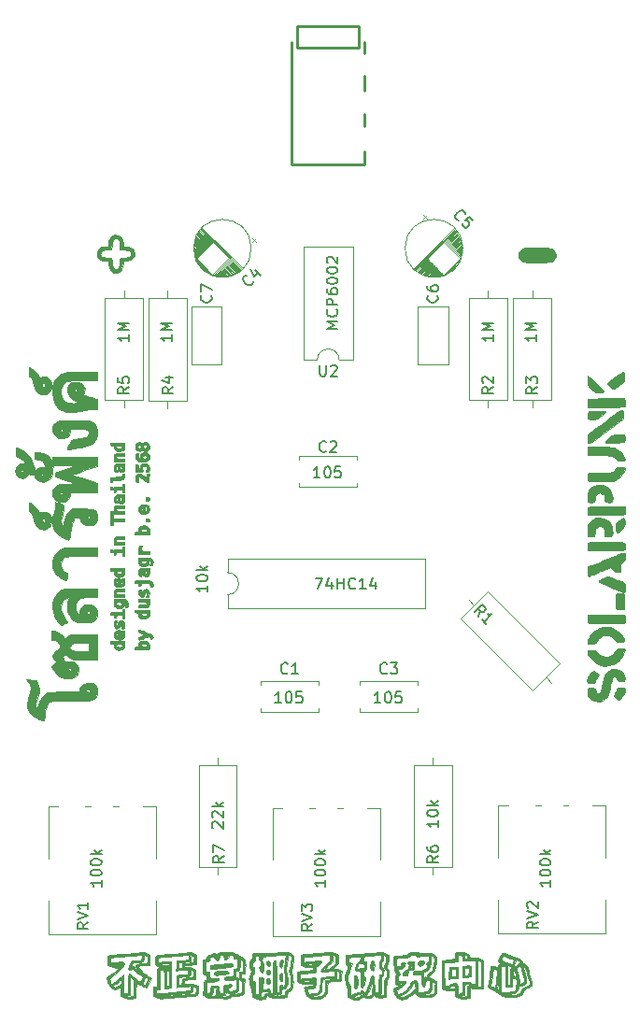
<source format=gbr>
%TF.GenerationSoftware,KiCad,Pcbnew,9.0.0*%
%TF.CreationDate,2025-03-19T15:52:07+01:00*%
%TF.ProjectId,SolarSynth_digilog,536f6c61-7253-4796-9e74-685f64696769,rev?*%
%TF.SameCoordinates,Original*%
%TF.FileFunction,Legend,Top*%
%TF.FilePolarity,Positive*%
%FSLAX46Y46*%
G04 Gerber Fmt 4.6, Leading zero omitted, Abs format (unit mm)*
G04 Created by KiCad (PCBNEW 9.0.0) date 2025-03-19 15:52:07*
%MOMM*%
%LPD*%
G01*
G04 APERTURE LIST*
%ADD10C,0.150000*%
%ADD11C,0.120000*%
%ADD12C,0.254000*%
%ADD13C,0.010000*%
G04 APERTURE END LIST*
D10*
X102869819Y-58739411D02*
X102869819Y-59310839D01*
X102869819Y-59025125D02*
X101869819Y-59025125D01*
X101869819Y-59025125D02*
X102012676Y-59120363D01*
X102012676Y-59120363D02*
X102107914Y-59215601D01*
X102107914Y-59215601D02*
X102155533Y-59310839D01*
X102869819Y-58310839D02*
X101869819Y-58310839D01*
X101869819Y-58310839D02*
X102584104Y-57977506D01*
X102584104Y-57977506D02*
X101869819Y-57644173D01*
X101869819Y-57644173D02*
X102869819Y-57644173D01*
X126969819Y-102739411D02*
X126969819Y-103310839D01*
X126969819Y-103025125D02*
X125969819Y-103025125D01*
X125969819Y-103025125D02*
X126112676Y-103120363D01*
X126112676Y-103120363D02*
X126207914Y-103215601D01*
X126207914Y-103215601D02*
X126255533Y-103310839D01*
X125969819Y-102120363D02*
X125969819Y-102025125D01*
X125969819Y-102025125D02*
X126017438Y-101929887D01*
X126017438Y-101929887D02*
X126065057Y-101882268D01*
X126065057Y-101882268D02*
X126160295Y-101834649D01*
X126160295Y-101834649D02*
X126350771Y-101787030D01*
X126350771Y-101787030D02*
X126588866Y-101787030D01*
X126588866Y-101787030D02*
X126779342Y-101834649D01*
X126779342Y-101834649D02*
X126874580Y-101882268D01*
X126874580Y-101882268D02*
X126922200Y-101929887D01*
X126922200Y-101929887D02*
X126969819Y-102025125D01*
X126969819Y-102025125D02*
X126969819Y-102120363D01*
X126969819Y-102120363D02*
X126922200Y-102215601D01*
X126922200Y-102215601D02*
X126874580Y-102263220D01*
X126874580Y-102263220D02*
X126779342Y-102310839D01*
X126779342Y-102310839D02*
X126588866Y-102358458D01*
X126588866Y-102358458D02*
X126350771Y-102358458D01*
X126350771Y-102358458D02*
X126160295Y-102310839D01*
X126160295Y-102310839D02*
X126065057Y-102263220D01*
X126065057Y-102263220D02*
X126017438Y-102215601D01*
X126017438Y-102215601D02*
X125969819Y-102120363D01*
X126969819Y-101358458D02*
X125969819Y-101358458D01*
X126588866Y-101263220D02*
X126969819Y-100977506D01*
X126303152Y-100977506D02*
X126684104Y-101358458D01*
X96469819Y-108139411D02*
X96469819Y-108710839D01*
X96469819Y-108425125D02*
X95469819Y-108425125D01*
X95469819Y-108425125D02*
X95612676Y-108520363D01*
X95612676Y-108520363D02*
X95707914Y-108615601D01*
X95707914Y-108615601D02*
X95755533Y-108710839D01*
X95469819Y-107520363D02*
X95469819Y-107425125D01*
X95469819Y-107425125D02*
X95517438Y-107329887D01*
X95517438Y-107329887D02*
X95565057Y-107282268D01*
X95565057Y-107282268D02*
X95660295Y-107234649D01*
X95660295Y-107234649D02*
X95850771Y-107187030D01*
X95850771Y-107187030D02*
X96088866Y-107187030D01*
X96088866Y-107187030D02*
X96279342Y-107234649D01*
X96279342Y-107234649D02*
X96374580Y-107282268D01*
X96374580Y-107282268D02*
X96422200Y-107329887D01*
X96422200Y-107329887D02*
X96469819Y-107425125D01*
X96469819Y-107425125D02*
X96469819Y-107520363D01*
X96469819Y-107520363D02*
X96422200Y-107615601D01*
X96422200Y-107615601D02*
X96374580Y-107663220D01*
X96374580Y-107663220D02*
X96279342Y-107710839D01*
X96279342Y-107710839D02*
X96088866Y-107758458D01*
X96088866Y-107758458D02*
X95850771Y-107758458D01*
X95850771Y-107758458D02*
X95660295Y-107710839D01*
X95660295Y-107710839D02*
X95565057Y-107663220D01*
X95565057Y-107663220D02*
X95517438Y-107615601D01*
X95517438Y-107615601D02*
X95469819Y-107520363D01*
X95469819Y-106567982D02*
X95469819Y-106472744D01*
X95469819Y-106472744D02*
X95517438Y-106377506D01*
X95517438Y-106377506D02*
X95565057Y-106329887D01*
X95565057Y-106329887D02*
X95660295Y-106282268D01*
X95660295Y-106282268D02*
X95850771Y-106234649D01*
X95850771Y-106234649D02*
X96088866Y-106234649D01*
X96088866Y-106234649D02*
X96279342Y-106282268D01*
X96279342Y-106282268D02*
X96374580Y-106329887D01*
X96374580Y-106329887D02*
X96422200Y-106377506D01*
X96422200Y-106377506D02*
X96469819Y-106472744D01*
X96469819Y-106472744D02*
X96469819Y-106567982D01*
X96469819Y-106567982D02*
X96422200Y-106663220D01*
X96422200Y-106663220D02*
X96374580Y-106710839D01*
X96374580Y-106710839D02*
X96279342Y-106758458D01*
X96279342Y-106758458D02*
X96088866Y-106806077D01*
X96088866Y-106806077D02*
X95850771Y-106806077D01*
X95850771Y-106806077D02*
X95660295Y-106758458D01*
X95660295Y-106758458D02*
X95565057Y-106710839D01*
X95565057Y-106710839D02*
X95517438Y-106663220D01*
X95517438Y-106663220D02*
X95469819Y-106567982D01*
X96469819Y-105806077D02*
X95469819Y-105806077D01*
X96088866Y-105710839D02*
X96469819Y-105425125D01*
X95803152Y-105425125D02*
X96184104Y-105806077D01*
X116260588Y-71669819D02*
X115689160Y-71669819D01*
X115974874Y-71669819D02*
X115974874Y-70669819D01*
X115974874Y-70669819D02*
X115879636Y-70812676D01*
X115879636Y-70812676D02*
X115784398Y-70907914D01*
X115784398Y-70907914D02*
X115689160Y-70955533D01*
X116879636Y-70669819D02*
X116974874Y-70669819D01*
X116974874Y-70669819D02*
X117070112Y-70717438D01*
X117070112Y-70717438D02*
X117117731Y-70765057D01*
X117117731Y-70765057D02*
X117165350Y-70860295D01*
X117165350Y-70860295D02*
X117212969Y-71050771D01*
X117212969Y-71050771D02*
X117212969Y-71288866D01*
X117212969Y-71288866D02*
X117165350Y-71479342D01*
X117165350Y-71479342D02*
X117117731Y-71574580D01*
X117117731Y-71574580D02*
X117070112Y-71622200D01*
X117070112Y-71622200D02*
X116974874Y-71669819D01*
X116974874Y-71669819D02*
X116879636Y-71669819D01*
X116879636Y-71669819D02*
X116784398Y-71622200D01*
X116784398Y-71622200D02*
X116736779Y-71574580D01*
X116736779Y-71574580D02*
X116689160Y-71479342D01*
X116689160Y-71479342D02*
X116641541Y-71288866D01*
X116641541Y-71288866D02*
X116641541Y-71050771D01*
X116641541Y-71050771D02*
X116689160Y-70860295D01*
X116689160Y-70860295D02*
X116736779Y-70765057D01*
X116736779Y-70765057D02*
X116784398Y-70717438D01*
X116784398Y-70717438D02*
X116879636Y-70669819D01*
X118117731Y-70669819D02*
X117641541Y-70669819D01*
X117641541Y-70669819D02*
X117593922Y-71146009D01*
X117593922Y-71146009D02*
X117641541Y-71098390D01*
X117641541Y-71098390D02*
X117736779Y-71050771D01*
X117736779Y-71050771D02*
X117974874Y-71050771D01*
X117974874Y-71050771D02*
X118070112Y-71098390D01*
X118070112Y-71098390D02*
X118117731Y-71146009D01*
X118117731Y-71146009D02*
X118165350Y-71241247D01*
X118165350Y-71241247D02*
X118165350Y-71479342D01*
X118165350Y-71479342D02*
X118117731Y-71574580D01*
X118117731Y-71574580D02*
X118070112Y-71622200D01*
X118070112Y-71622200D02*
X117974874Y-71669819D01*
X117974874Y-71669819D02*
X117736779Y-71669819D01*
X117736779Y-71669819D02*
X117641541Y-71622200D01*
X117641541Y-71622200D02*
X117593922Y-71574580D01*
X116769819Y-108139411D02*
X116769819Y-108710839D01*
X116769819Y-108425125D02*
X115769819Y-108425125D01*
X115769819Y-108425125D02*
X115912676Y-108520363D01*
X115912676Y-108520363D02*
X116007914Y-108615601D01*
X116007914Y-108615601D02*
X116055533Y-108710839D01*
X115769819Y-107520363D02*
X115769819Y-107425125D01*
X115769819Y-107425125D02*
X115817438Y-107329887D01*
X115817438Y-107329887D02*
X115865057Y-107282268D01*
X115865057Y-107282268D02*
X115960295Y-107234649D01*
X115960295Y-107234649D02*
X116150771Y-107187030D01*
X116150771Y-107187030D02*
X116388866Y-107187030D01*
X116388866Y-107187030D02*
X116579342Y-107234649D01*
X116579342Y-107234649D02*
X116674580Y-107282268D01*
X116674580Y-107282268D02*
X116722200Y-107329887D01*
X116722200Y-107329887D02*
X116769819Y-107425125D01*
X116769819Y-107425125D02*
X116769819Y-107520363D01*
X116769819Y-107520363D02*
X116722200Y-107615601D01*
X116722200Y-107615601D02*
X116674580Y-107663220D01*
X116674580Y-107663220D02*
X116579342Y-107710839D01*
X116579342Y-107710839D02*
X116388866Y-107758458D01*
X116388866Y-107758458D02*
X116150771Y-107758458D01*
X116150771Y-107758458D02*
X115960295Y-107710839D01*
X115960295Y-107710839D02*
X115865057Y-107663220D01*
X115865057Y-107663220D02*
X115817438Y-107615601D01*
X115817438Y-107615601D02*
X115769819Y-107520363D01*
X115769819Y-106567982D02*
X115769819Y-106472744D01*
X115769819Y-106472744D02*
X115817438Y-106377506D01*
X115817438Y-106377506D02*
X115865057Y-106329887D01*
X115865057Y-106329887D02*
X115960295Y-106282268D01*
X115960295Y-106282268D02*
X116150771Y-106234649D01*
X116150771Y-106234649D02*
X116388866Y-106234649D01*
X116388866Y-106234649D02*
X116579342Y-106282268D01*
X116579342Y-106282268D02*
X116674580Y-106329887D01*
X116674580Y-106329887D02*
X116722200Y-106377506D01*
X116722200Y-106377506D02*
X116769819Y-106472744D01*
X116769819Y-106472744D02*
X116769819Y-106567982D01*
X116769819Y-106567982D02*
X116722200Y-106663220D01*
X116722200Y-106663220D02*
X116674580Y-106710839D01*
X116674580Y-106710839D02*
X116579342Y-106758458D01*
X116579342Y-106758458D02*
X116388866Y-106806077D01*
X116388866Y-106806077D02*
X116150771Y-106806077D01*
X116150771Y-106806077D02*
X115960295Y-106758458D01*
X115960295Y-106758458D02*
X115865057Y-106710839D01*
X115865057Y-106710839D02*
X115817438Y-106663220D01*
X115817438Y-106663220D02*
X115769819Y-106567982D01*
X116769819Y-105806077D02*
X115769819Y-105806077D01*
X116388866Y-105710839D02*
X116769819Y-105425125D01*
X116103152Y-105425125D02*
X116484104Y-105806077D01*
X98969819Y-58739411D02*
X98969819Y-59310839D01*
X98969819Y-59025125D02*
X97969819Y-59025125D01*
X97969819Y-59025125D02*
X98112676Y-59120363D01*
X98112676Y-59120363D02*
X98207914Y-59215601D01*
X98207914Y-59215601D02*
X98255533Y-59310839D01*
X98969819Y-58310839D02*
X97969819Y-58310839D01*
X97969819Y-58310839D02*
X98684104Y-57977506D01*
X98684104Y-57977506D02*
X97969819Y-57644173D01*
X97969819Y-57644173D02*
X98969819Y-57644173D01*
X135869819Y-58739411D02*
X135869819Y-59310839D01*
X135869819Y-59025125D02*
X134869819Y-59025125D01*
X134869819Y-59025125D02*
X135012676Y-59120363D01*
X135012676Y-59120363D02*
X135107914Y-59215601D01*
X135107914Y-59215601D02*
X135155533Y-59310839D01*
X135869819Y-58310839D02*
X134869819Y-58310839D01*
X134869819Y-58310839D02*
X135584104Y-57977506D01*
X135584104Y-57977506D02*
X134869819Y-57644173D01*
X134869819Y-57644173D02*
X135869819Y-57644173D01*
X117869819Y-58163220D02*
X116869819Y-58163220D01*
X116869819Y-58163220D02*
X117584104Y-57829887D01*
X117584104Y-57829887D02*
X116869819Y-57496554D01*
X116869819Y-57496554D02*
X117869819Y-57496554D01*
X117774580Y-56448935D02*
X117822200Y-56496554D01*
X117822200Y-56496554D02*
X117869819Y-56639411D01*
X117869819Y-56639411D02*
X117869819Y-56734649D01*
X117869819Y-56734649D02*
X117822200Y-56877506D01*
X117822200Y-56877506D02*
X117726961Y-56972744D01*
X117726961Y-56972744D02*
X117631723Y-57020363D01*
X117631723Y-57020363D02*
X117441247Y-57067982D01*
X117441247Y-57067982D02*
X117298390Y-57067982D01*
X117298390Y-57067982D02*
X117107914Y-57020363D01*
X117107914Y-57020363D02*
X117012676Y-56972744D01*
X117012676Y-56972744D02*
X116917438Y-56877506D01*
X116917438Y-56877506D02*
X116869819Y-56734649D01*
X116869819Y-56734649D02*
X116869819Y-56639411D01*
X116869819Y-56639411D02*
X116917438Y-56496554D01*
X116917438Y-56496554D02*
X116965057Y-56448935D01*
X117869819Y-56020363D02*
X116869819Y-56020363D01*
X116869819Y-56020363D02*
X116869819Y-55639411D01*
X116869819Y-55639411D02*
X116917438Y-55544173D01*
X116917438Y-55544173D02*
X116965057Y-55496554D01*
X116965057Y-55496554D02*
X117060295Y-55448935D01*
X117060295Y-55448935D02*
X117203152Y-55448935D01*
X117203152Y-55448935D02*
X117298390Y-55496554D01*
X117298390Y-55496554D02*
X117346009Y-55544173D01*
X117346009Y-55544173D02*
X117393628Y-55639411D01*
X117393628Y-55639411D02*
X117393628Y-56020363D01*
X116869819Y-54591792D02*
X116869819Y-54782268D01*
X116869819Y-54782268D02*
X116917438Y-54877506D01*
X116917438Y-54877506D02*
X116965057Y-54925125D01*
X116965057Y-54925125D02*
X117107914Y-55020363D01*
X117107914Y-55020363D02*
X117298390Y-55067982D01*
X117298390Y-55067982D02*
X117679342Y-55067982D01*
X117679342Y-55067982D02*
X117774580Y-55020363D01*
X117774580Y-55020363D02*
X117822200Y-54972744D01*
X117822200Y-54972744D02*
X117869819Y-54877506D01*
X117869819Y-54877506D02*
X117869819Y-54687030D01*
X117869819Y-54687030D02*
X117822200Y-54591792D01*
X117822200Y-54591792D02*
X117774580Y-54544173D01*
X117774580Y-54544173D02*
X117679342Y-54496554D01*
X117679342Y-54496554D02*
X117441247Y-54496554D01*
X117441247Y-54496554D02*
X117346009Y-54544173D01*
X117346009Y-54544173D02*
X117298390Y-54591792D01*
X117298390Y-54591792D02*
X117250771Y-54687030D01*
X117250771Y-54687030D02*
X117250771Y-54877506D01*
X117250771Y-54877506D02*
X117298390Y-54972744D01*
X117298390Y-54972744D02*
X117346009Y-55020363D01*
X117346009Y-55020363D02*
X117441247Y-55067982D01*
X116869819Y-53877506D02*
X116869819Y-53782268D01*
X116869819Y-53782268D02*
X116917438Y-53687030D01*
X116917438Y-53687030D02*
X116965057Y-53639411D01*
X116965057Y-53639411D02*
X117060295Y-53591792D01*
X117060295Y-53591792D02*
X117250771Y-53544173D01*
X117250771Y-53544173D02*
X117488866Y-53544173D01*
X117488866Y-53544173D02*
X117679342Y-53591792D01*
X117679342Y-53591792D02*
X117774580Y-53639411D01*
X117774580Y-53639411D02*
X117822200Y-53687030D01*
X117822200Y-53687030D02*
X117869819Y-53782268D01*
X117869819Y-53782268D02*
X117869819Y-53877506D01*
X117869819Y-53877506D02*
X117822200Y-53972744D01*
X117822200Y-53972744D02*
X117774580Y-54020363D01*
X117774580Y-54020363D02*
X117679342Y-54067982D01*
X117679342Y-54067982D02*
X117488866Y-54115601D01*
X117488866Y-54115601D02*
X117250771Y-54115601D01*
X117250771Y-54115601D02*
X117060295Y-54067982D01*
X117060295Y-54067982D02*
X116965057Y-54020363D01*
X116965057Y-54020363D02*
X116917438Y-53972744D01*
X116917438Y-53972744D02*
X116869819Y-53877506D01*
X116869819Y-52925125D02*
X116869819Y-52829887D01*
X116869819Y-52829887D02*
X116917438Y-52734649D01*
X116917438Y-52734649D02*
X116965057Y-52687030D01*
X116965057Y-52687030D02*
X117060295Y-52639411D01*
X117060295Y-52639411D02*
X117250771Y-52591792D01*
X117250771Y-52591792D02*
X117488866Y-52591792D01*
X117488866Y-52591792D02*
X117679342Y-52639411D01*
X117679342Y-52639411D02*
X117774580Y-52687030D01*
X117774580Y-52687030D02*
X117822200Y-52734649D01*
X117822200Y-52734649D02*
X117869819Y-52829887D01*
X117869819Y-52829887D02*
X117869819Y-52925125D01*
X117869819Y-52925125D02*
X117822200Y-53020363D01*
X117822200Y-53020363D02*
X117774580Y-53067982D01*
X117774580Y-53067982D02*
X117679342Y-53115601D01*
X117679342Y-53115601D02*
X117488866Y-53163220D01*
X117488866Y-53163220D02*
X117250771Y-53163220D01*
X117250771Y-53163220D02*
X117060295Y-53115601D01*
X117060295Y-53115601D02*
X116965057Y-53067982D01*
X116965057Y-53067982D02*
X116917438Y-53020363D01*
X116917438Y-53020363D02*
X116869819Y-52925125D01*
X116965057Y-52210839D02*
X116917438Y-52163220D01*
X116917438Y-52163220D02*
X116869819Y-52067982D01*
X116869819Y-52067982D02*
X116869819Y-51829887D01*
X116869819Y-51829887D02*
X116917438Y-51734649D01*
X116917438Y-51734649D02*
X116965057Y-51687030D01*
X116965057Y-51687030D02*
X117060295Y-51639411D01*
X117060295Y-51639411D02*
X117155533Y-51639411D01*
X117155533Y-51639411D02*
X117298390Y-51687030D01*
X117298390Y-51687030D02*
X117869819Y-52258458D01*
X117869819Y-52258458D02*
X117869819Y-51639411D01*
X115841541Y-80769819D02*
X116508207Y-80769819D01*
X116508207Y-80769819D02*
X116079636Y-81769819D01*
X117317731Y-81103152D02*
X117317731Y-81769819D01*
X117079636Y-80722200D02*
X116841541Y-81436485D01*
X116841541Y-81436485D02*
X117460588Y-81436485D01*
X117841541Y-81769819D02*
X117841541Y-80769819D01*
X117841541Y-81246009D02*
X118412969Y-81246009D01*
X118412969Y-81769819D02*
X118412969Y-80769819D01*
X119460588Y-81674580D02*
X119412969Y-81722200D01*
X119412969Y-81722200D02*
X119270112Y-81769819D01*
X119270112Y-81769819D02*
X119174874Y-81769819D01*
X119174874Y-81769819D02*
X119032017Y-81722200D01*
X119032017Y-81722200D02*
X118936779Y-81626961D01*
X118936779Y-81626961D02*
X118889160Y-81531723D01*
X118889160Y-81531723D02*
X118841541Y-81341247D01*
X118841541Y-81341247D02*
X118841541Y-81198390D01*
X118841541Y-81198390D02*
X118889160Y-81007914D01*
X118889160Y-81007914D02*
X118936779Y-80912676D01*
X118936779Y-80912676D02*
X119032017Y-80817438D01*
X119032017Y-80817438D02*
X119174874Y-80769819D01*
X119174874Y-80769819D02*
X119270112Y-80769819D01*
X119270112Y-80769819D02*
X119412969Y-80817438D01*
X119412969Y-80817438D02*
X119460588Y-80865057D01*
X120412969Y-81769819D02*
X119841541Y-81769819D01*
X120127255Y-81769819D02*
X120127255Y-80769819D01*
X120127255Y-80769819D02*
X120032017Y-80912676D01*
X120032017Y-80912676D02*
X119936779Y-81007914D01*
X119936779Y-81007914D02*
X119841541Y-81055533D01*
X121270112Y-81103152D02*
X121270112Y-81769819D01*
X121032017Y-80722200D02*
X120793922Y-81436485D01*
X120793922Y-81436485D02*
X121412969Y-81436485D01*
X112760588Y-92069819D02*
X112189160Y-92069819D01*
X112474874Y-92069819D02*
X112474874Y-91069819D01*
X112474874Y-91069819D02*
X112379636Y-91212676D01*
X112379636Y-91212676D02*
X112284398Y-91307914D01*
X112284398Y-91307914D02*
X112189160Y-91355533D01*
X113379636Y-91069819D02*
X113474874Y-91069819D01*
X113474874Y-91069819D02*
X113570112Y-91117438D01*
X113570112Y-91117438D02*
X113617731Y-91165057D01*
X113617731Y-91165057D02*
X113665350Y-91260295D01*
X113665350Y-91260295D02*
X113712969Y-91450771D01*
X113712969Y-91450771D02*
X113712969Y-91688866D01*
X113712969Y-91688866D02*
X113665350Y-91879342D01*
X113665350Y-91879342D02*
X113617731Y-91974580D01*
X113617731Y-91974580D02*
X113570112Y-92022200D01*
X113570112Y-92022200D02*
X113474874Y-92069819D01*
X113474874Y-92069819D02*
X113379636Y-92069819D01*
X113379636Y-92069819D02*
X113284398Y-92022200D01*
X113284398Y-92022200D02*
X113236779Y-91974580D01*
X113236779Y-91974580D02*
X113189160Y-91879342D01*
X113189160Y-91879342D02*
X113141541Y-91688866D01*
X113141541Y-91688866D02*
X113141541Y-91450771D01*
X113141541Y-91450771D02*
X113189160Y-91260295D01*
X113189160Y-91260295D02*
X113236779Y-91165057D01*
X113236779Y-91165057D02*
X113284398Y-91117438D01*
X113284398Y-91117438D02*
X113379636Y-91069819D01*
X114617731Y-91069819D02*
X114141541Y-91069819D01*
X114141541Y-91069819D02*
X114093922Y-91546009D01*
X114093922Y-91546009D02*
X114141541Y-91498390D01*
X114141541Y-91498390D02*
X114236779Y-91450771D01*
X114236779Y-91450771D02*
X114474874Y-91450771D01*
X114474874Y-91450771D02*
X114570112Y-91498390D01*
X114570112Y-91498390D02*
X114617731Y-91546009D01*
X114617731Y-91546009D02*
X114665350Y-91641247D01*
X114665350Y-91641247D02*
X114665350Y-91879342D01*
X114665350Y-91879342D02*
X114617731Y-91974580D01*
X114617731Y-91974580D02*
X114570112Y-92022200D01*
X114570112Y-92022200D02*
X114474874Y-92069819D01*
X114474874Y-92069819D02*
X114236779Y-92069819D01*
X114236779Y-92069819D02*
X114141541Y-92022200D01*
X114141541Y-92022200D02*
X114093922Y-91974580D01*
X106565057Y-103410839D02*
X106517438Y-103363220D01*
X106517438Y-103363220D02*
X106469819Y-103267982D01*
X106469819Y-103267982D02*
X106469819Y-103029887D01*
X106469819Y-103029887D02*
X106517438Y-102934649D01*
X106517438Y-102934649D02*
X106565057Y-102887030D01*
X106565057Y-102887030D02*
X106660295Y-102839411D01*
X106660295Y-102839411D02*
X106755533Y-102839411D01*
X106755533Y-102839411D02*
X106898390Y-102887030D01*
X106898390Y-102887030D02*
X107469819Y-103458458D01*
X107469819Y-103458458D02*
X107469819Y-102839411D01*
X106565057Y-102458458D02*
X106517438Y-102410839D01*
X106517438Y-102410839D02*
X106469819Y-102315601D01*
X106469819Y-102315601D02*
X106469819Y-102077506D01*
X106469819Y-102077506D02*
X106517438Y-101982268D01*
X106517438Y-101982268D02*
X106565057Y-101934649D01*
X106565057Y-101934649D02*
X106660295Y-101887030D01*
X106660295Y-101887030D02*
X106755533Y-101887030D01*
X106755533Y-101887030D02*
X106898390Y-101934649D01*
X106898390Y-101934649D02*
X107469819Y-102506077D01*
X107469819Y-102506077D02*
X107469819Y-101887030D01*
X107469819Y-101458458D02*
X106469819Y-101458458D01*
X107088866Y-101363220D02*
X107469819Y-101077506D01*
X106803152Y-101077506D02*
X107184104Y-101458458D01*
X106069819Y-81439411D02*
X106069819Y-82010839D01*
X106069819Y-81725125D02*
X105069819Y-81725125D01*
X105069819Y-81725125D02*
X105212676Y-81820363D01*
X105212676Y-81820363D02*
X105307914Y-81915601D01*
X105307914Y-81915601D02*
X105355533Y-82010839D01*
X105069819Y-80820363D02*
X105069819Y-80725125D01*
X105069819Y-80725125D02*
X105117438Y-80629887D01*
X105117438Y-80629887D02*
X105165057Y-80582268D01*
X105165057Y-80582268D02*
X105260295Y-80534649D01*
X105260295Y-80534649D02*
X105450771Y-80487030D01*
X105450771Y-80487030D02*
X105688866Y-80487030D01*
X105688866Y-80487030D02*
X105879342Y-80534649D01*
X105879342Y-80534649D02*
X105974580Y-80582268D01*
X105974580Y-80582268D02*
X106022200Y-80629887D01*
X106022200Y-80629887D02*
X106069819Y-80725125D01*
X106069819Y-80725125D02*
X106069819Y-80820363D01*
X106069819Y-80820363D02*
X106022200Y-80915601D01*
X106022200Y-80915601D02*
X105974580Y-80963220D01*
X105974580Y-80963220D02*
X105879342Y-81010839D01*
X105879342Y-81010839D02*
X105688866Y-81058458D01*
X105688866Y-81058458D02*
X105450771Y-81058458D01*
X105450771Y-81058458D02*
X105260295Y-81010839D01*
X105260295Y-81010839D02*
X105165057Y-80963220D01*
X105165057Y-80963220D02*
X105117438Y-80915601D01*
X105117438Y-80915601D02*
X105069819Y-80820363D01*
X106069819Y-80058458D02*
X105069819Y-80058458D01*
X105688866Y-79963220D02*
X106069819Y-79677506D01*
X105403152Y-79677506D02*
X105784104Y-80058458D01*
X121760588Y-92069819D02*
X121189160Y-92069819D01*
X121474874Y-92069819D02*
X121474874Y-91069819D01*
X121474874Y-91069819D02*
X121379636Y-91212676D01*
X121379636Y-91212676D02*
X121284398Y-91307914D01*
X121284398Y-91307914D02*
X121189160Y-91355533D01*
X122379636Y-91069819D02*
X122474874Y-91069819D01*
X122474874Y-91069819D02*
X122570112Y-91117438D01*
X122570112Y-91117438D02*
X122617731Y-91165057D01*
X122617731Y-91165057D02*
X122665350Y-91260295D01*
X122665350Y-91260295D02*
X122712969Y-91450771D01*
X122712969Y-91450771D02*
X122712969Y-91688866D01*
X122712969Y-91688866D02*
X122665350Y-91879342D01*
X122665350Y-91879342D02*
X122617731Y-91974580D01*
X122617731Y-91974580D02*
X122570112Y-92022200D01*
X122570112Y-92022200D02*
X122474874Y-92069819D01*
X122474874Y-92069819D02*
X122379636Y-92069819D01*
X122379636Y-92069819D02*
X122284398Y-92022200D01*
X122284398Y-92022200D02*
X122236779Y-91974580D01*
X122236779Y-91974580D02*
X122189160Y-91879342D01*
X122189160Y-91879342D02*
X122141541Y-91688866D01*
X122141541Y-91688866D02*
X122141541Y-91450771D01*
X122141541Y-91450771D02*
X122189160Y-91260295D01*
X122189160Y-91260295D02*
X122236779Y-91165057D01*
X122236779Y-91165057D02*
X122284398Y-91117438D01*
X122284398Y-91117438D02*
X122379636Y-91069819D01*
X123617731Y-91069819D02*
X123141541Y-91069819D01*
X123141541Y-91069819D02*
X123093922Y-91546009D01*
X123093922Y-91546009D02*
X123141541Y-91498390D01*
X123141541Y-91498390D02*
X123236779Y-91450771D01*
X123236779Y-91450771D02*
X123474874Y-91450771D01*
X123474874Y-91450771D02*
X123570112Y-91498390D01*
X123570112Y-91498390D02*
X123617731Y-91546009D01*
X123617731Y-91546009D02*
X123665350Y-91641247D01*
X123665350Y-91641247D02*
X123665350Y-91879342D01*
X123665350Y-91879342D02*
X123617731Y-91974580D01*
X123617731Y-91974580D02*
X123570112Y-92022200D01*
X123570112Y-92022200D02*
X123474874Y-92069819D01*
X123474874Y-92069819D02*
X123236779Y-92069819D01*
X123236779Y-92069819D02*
X123141541Y-92022200D01*
X123141541Y-92022200D02*
X123093922Y-91974580D01*
X137169819Y-108139411D02*
X137169819Y-108710839D01*
X137169819Y-108425125D02*
X136169819Y-108425125D01*
X136169819Y-108425125D02*
X136312676Y-108520363D01*
X136312676Y-108520363D02*
X136407914Y-108615601D01*
X136407914Y-108615601D02*
X136455533Y-108710839D01*
X136169819Y-107520363D02*
X136169819Y-107425125D01*
X136169819Y-107425125D02*
X136217438Y-107329887D01*
X136217438Y-107329887D02*
X136265057Y-107282268D01*
X136265057Y-107282268D02*
X136360295Y-107234649D01*
X136360295Y-107234649D02*
X136550771Y-107187030D01*
X136550771Y-107187030D02*
X136788866Y-107187030D01*
X136788866Y-107187030D02*
X136979342Y-107234649D01*
X136979342Y-107234649D02*
X137074580Y-107282268D01*
X137074580Y-107282268D02*
X137122200Y-107329887D01*
X137122200Y-107329887D02*
X137169819Y-107425125D01*
X137169819Y-107425125D02*
X137169819Y-107520363D01*
X137169819Y-107520363D02*
X137122200Y-107615601D01*
X137122200Y-107615601D02*
X137074580Y-107663220D01*
X137074580Y-107663220D02*
X136979342Y-107710839D01*
X136979342Y-107710839D02*
X136788866Y-107758458D01*
X136788866Y-107758458D02*
X136550771Y-107758458D01*
X136550771Y-107758458D02*
X136360295Y-107710839D01*
X136360295Y-107710839D02*
X136265057Y-107663220D01*
X136265057Y-107663220D02*
X136217438Y-107615601D01*
X136217438Y-107615601D02*
X136169819Y-107520363D01*
X136169819Y-106567982D02*
X136169819Y-106472744D01*
X136169819Y-106472744D02*
X136217438Y-106377506D01*
X136217438Y-106377506D02*
X136265057Y-106329887D01*
X136265057Y-106329887D02*
X136360295Y-106282268D01*
X136360295Y-106282268D02*
X136550771Y-106234649D01*
X136550771Y-106234649D02*
X136788866Y-106234649D01*
X136788866Y-106234649D02*
X136979342Y-106282268D01*
X136979342Y-106282268D02*
X137074580Y-106329887D01*
X137074580Y-106329887D02*
X137122200Y-106377506D01*
X137122200Y-106377506D02*
X137169819Y-106472744D01*
X137169819Y-106472744D02*
X137169819Y-106567982D01*
X137169819Y-106567982D02*
X137122200Y-106663220D01*
X137122200Y-106663220D02*
X137074580Y-106710839D01*
X137074580Y-106710839D02*
X136979342Y-106758458D01*
X136979342Y-106758458D02*
X136788866Y-106806077D01*
X136788866Y-106806077D02*
X136550771Y-106806077D01*
X136550771Y-106806077D02*
X136360295Y-106758458D01*
X136360295Y-106758458D02*
X136265057Y-106710839D01*
X136265057Y-106710839D02*
X136217438Y-106663220D01*
X136217438Y-106663220D02*
X136169819Y-106567982D01*
X137169819Y-105806077D02*
X136169819Y-105806077D01*
X136788866Y-105710839D02*
X137169819Y-105425125D01*
X136503152Y-105425125D02*
X136884104Y-105806077D01*
X131969819Y-58739411D02*
X131969819Y-59310839D01*
X131969819Y-59025125D02*
X130969819Y-59025125D01*
X130969819Y-59025125D02*
X131112676Y-59120363D01*
X131112676Y-59120363D02*
X131207914Y-59215601D01*
X131207914Y-59215601D02*
X131255533Y-59310839D01*
X131969819Y-58310839D02*
X130969819Y-58310839D01*
X130969819Y-58310839D02*
X131684104Y-57977506D01*
X131684104Y-57977506D02*
X130969819Y-57644173D01*
X130969819Y-57644173D02*
X131969819Y-57644173D01*
X116243095Y-61474819D02*
X116243095Y-62284342D01*
X116243095Y-62284342D02*
X116290714Y-62379580D01*
X116290714Y-62379580D02*
X116338333Y-62427200D01*
X116338333Y-62427200D02*
X116433571Y-62474819D01*
X116433571Y-62474819D02*
X116624047Y-62474819D01*
X116624047Y-62474819D02*
X116719285Y-62427200D01*
X116719285Y-62427200D02*
X116766904Y-62379580D01*
X116766904Y-62379580D02*
X116814523Y-62284342D01*
X116814523Y-62284342D02*
X116814523Y-61474819D01*
X117243095Y-61570057D02*
X117290714Y-61522438D01*
X117290714Y-61522438D02*
X117385952Y-61474819D01*
X117385952Y-61474819D02*
X117624047Y-61474819D01*
X117624047Y-61474819D02*
X117719285Y-61522438D01*
X117719285Y-61522438D02*
X117766904Y-61570057D01*
X117766904Y-61570057D02*
X117814523Y-61665295D01*
X117814523Y-61665295D02*
X117814523Y-61760533D01*
X117814523Y-61760533D02*
X117766904Y-61903390D01*
X117766904Y-61903390D02*
X117195476Y-62474819D01*
X117195476Y-62474819D02*
X117814523Y-62474819D01*
X98954819Y-63466666D02*
X98478628Y-63799999D01*
X98954819Y-64038094D02*
X97954819Y-64038094D01*
X97954819Y-64038094D02*
X97954819Y-63657142D01*
X97954819Y-63657142D02*
X98002438Y-63561904D01*
X98002438Y-63561904D02*
X98050057Y-63514285D01*
X98050057Y-63514285D02*
X98145295Y-63466666D01*
X98145295Y-63466666D02*
X98288152Y-63466666D01*
X98288152Y-63466666D02*
X98383390Y-63514285D01*
X98383390Y-63514285D02*
X98431009Y-63561904D01*
X98431009Y-63561904D02*
X98478628Y-63657142D01*
X98478628Y-63657142D02*
X98478628Y-64038094D01*
X97954819Y-62561904D02*
X97954819Y-63038094D01*
X97954819Y-63038094D02*
X98431009Y-63085713D01*
X98431009Y-63085713D02*
X98383390Y-63038094D01*
X98383390Y-63038094D02*
X98335771Y-62942856D01*
X98335771Y-62942856D02*
X98335771Y-62704761D01*
X98335771Y-62704761D02*
X98383390Y-62609523D01*
X98383390Y-62609523D02*
X98431009Y-62561904D01*
X98431009Y-62561904D02*
X98526247Y-62514285D01*
X98526247Y-62514285D02*
X98764342Y-62514285D01*
X98764342Y-62514285D02*
X98859580Y-62561904D01*
X98859580Y-62561904D02*
X98907200Y-62609523D01*
X98907200Y-62609523D02*
X98954819Y-62704761D01*
X98954819Y-62704761D02*
X98954819Y-62942856D01*
X98954819Y-62942856D02*
X98907200Y-63038094D01*
X98907200Y-63038094D02*
X98859580Y-63085713D01*
X102954819Y-63466666D02*
X102478628Y-63799999D01*
X102954819Y-64038094D02*
X101954819Y-64038094D01*
X101954819Y-64038094D02*
X101954819Y-63657142D01*
X101954819Y-63657142D02*
X102002438Y-63561904D01*
X102002438Y-63561904D02*
X102050057Y-63514285D01*
X102050057Y-63514285D02*
X102145295Y-63466666D01*
X102145295Y-63466666D02*
X102288152Y-63466666D01*
X102288152Y-63466666D02*
X102383390Y-63514285D01*
X102383390Y-63514285D02*
X102431009Y-63561904D01*
X102431009Y-63561904D02*
X102478628Y-63657142D01*
X102478628Y-63657142D02*
X102478628Y-64038094D01*
X102288152Y-62609523D02*
X102954819Y-62609523D01*
X101907200Y-62847618D02*
X102621485Y-63085713D01*
X102621485Y-63085713D02*
X102621485Y-62466666D01*
X131954819Y-63466666D02*
X131478628Y-63799999D01*
X131954819Y-64038094D02*
X130954819Y-64038094D01*
X130954819Y-64038094D02*
X130954819Y-63657142D01*
X130954819Y-63657142D02*
X131002438Y-63561904D01*
X131002438Y-63561904D02*
X131050057Y-63514285D01*
X131050057Y-63514285D02*
X131145295Y-63466666D01*
X131145295Y-63466666D02*
X131288152Y-63466666D01*
X131288152Y-63466666D02*
X131383390Y-63514285D01*
X131383390Y-63514285D02*
X131431009Y-63561904D01*
X131431009Y-63561904D02*
X131478628Y-63657142D01*
X131478628Y-63657142D02*
X131478628Y-64038094D01*
X131050057Y-63085713D02*
X131002438Y-63038094D01*
X131002438Y-63038094D02*
X130954819Y-62942856D01*
X130954819Y-62942856D02*
X130954819Y-62704761D01*
X130954819Y-62704761D02*
X131002438Y-62609523D01*
X131002438Y-62609523D02*
X131050057Y-62561904D01*
X131050057Y-62561904D02*
X131145295Y-62514285D01*
X131145295Y-62514285D02*
X131240533Y-62514285D01*
X131240533Y-62514285D02*
X131383390Y-62561904D01*
X131383390Y-62561904D02*
X131954819Y-63133332D01*
X131954819Y-63133332D02*
X131954819Y-62514285D01*
X110204178Y-53907646D02*
X110204178Y-53974990D01*
X110204178Y-53974990D02*
X110136834Y-54109677D01*
X110136834Y-54109677D02*
X110069491Y-54177020D01*
X110069491Y-54177020D02*
X109934804Y-54244364D01*
X109934804Y-54244364D02*
X109800117Y-54244364D01*
X109800117Y-54244364D02*
X109699102Y-54210692D01*
X109699102Y-54210692D02*
X109530743Y-54109677D01*
X109530743Y-54109677D02*
X109429728Y-54008662D01*
X109429728Y-54008662D02*
X109328712Y-53840303D01*
X109328712Y-53840303D02*
X109295041Y-53739288D01*
X109295041Y-53739288D02*
X109295041Y-53604601D01*
X109295041Y-53604601D02*
X109362384Y-53469914D01*
X109362384Y-53469914D02*
X109429728Y-53402570D01*
X109429728Y-53402570D02*
X109564415Y-53335227D01*
X109564415Y-53335227D02*
X109631758Y-53335227D01*
X110406208Y-52897494D02*
X110877613Y-53368898D01*
X109968476Y-52796479D02*
X110305193Y-53469914D01*
X110305193Y-53469914D02*
X110742926Y-53032181D01*
X135954819Y-63466666D02*
X135478628Y-63799999D01*
X135954819Y-64038094D02*
X134954819Y-64038094D01*
X134954819Y-64038094D02*
X134954819Y-63657142D01*
X134954819Y-63657142D02*
X135002438Y-63561904D01*
X135002438Y-63561904D02*
X135050057Y-63514285D01*
X135050057Y-63514285D02*
X135145295Y-63466666D01*
X135145295Y-63466666D02*
X135288152Y-63466666D01*
X135288152Y-63466666D02*
X135383390Y-63514285D01*
X135383390Y-63514285D02*
X135431009Y-63561904D01*
X135431009Y-63561904D02*
X135478628Y-63657142D01*
X135478628Y-63657142D02*
X135478628Y-64038094D01*
X134954819Y-63133332D02*
X134954819Y-62514285D01*
X134954819Y-62514285D02*
X135335771Y-62847618D01*
X135335771Y-62847618D02*
X135335771Y-62704761D01*
X135335771Y-62704761D02*
X135383390Y-62609523D01*
X135383390Y-62609523D02*
X135431009Y-62561904D01*
X135431009Y-62561904D02*
X135526247Y-62514285D01*
X135526247Y-62514285D02*
X135764342Y-62514285D01*
X135764342Y-62514285D02*
X135859580Y-62561904D01*
X135859580Y-62561904D02*
X135907200Y-62609523D01*
X135907200Y-62609523D02*
X135954819Y-62704761D01*
X135954819Y-62704761D02*
X135954819Y-62990475D01*
X135954819Y-62990475D02*
X135907200Y-63085713D01*
X135907200Y-63085713D02*
X135859580Y-63133332D01*
X130646508Y-84289719D02*
X130747523Y-83717300D01*
X130242447Y-83885658D02*
X130949554Y-83178552D01*
X130949554Y-83178552D02*
X131218928Y-83447926D01*
X131218928Y-83447926D02*
X131252600Y-83548941D01*
X131252600Y-83548941D02*
X131252600Y-83616284D01*
X131252600Y-83616284D02*
X131218928Y-83717300D01*
X131218928Y-83717300D02*
X131117913Y-83818315D01*
X131117913Y-83818315D02*
X131016897Y-83851987D01*
X131016897Y-83851987D02*
X130949554Y-83851987D01*
X130949554Y-83851987D02*
X130848539Y-83818315D01*
X130848539Y-83818315D02*
X130579165Y-83548941D01*
X131319943Y-84963154D02*
X130915882Y-84559093D01*
X131117913Y-84761124D02*
X131825019Y-84054017D01*
X131825019Y-84054017D02*
X131656661Y-84087689D01*
X131656661Y-84087689D02*
X131521974Y-84087689D01*
X131521974Y-84087689D02*
X131420958Y-84054017D01*
X106359580Y-55166666D02*
X106407200Y-55214285D01*
X106407200Y-55214285D02*
X106454819Y-55357142D01*
X106454819Y-55357142D02*
X106454819Y-55452380D01*
X106454819Y-55452380D02*
X106407200Y-55595237D01*
X106407200Y-55595237D02*
X106311961Y-55690475D01*
X106311961Y-55690475D02*
X106216723Y-55738094D01*
X106216723Y-55738094D02*
X106026247Y-55785713D01*
X106026247Y-55785713D02*
X105883390Y-55785713D01*
X105883390Y-55785713D02*
X105692914Y-55738094D01*
X105692914Y-55738094D02*
X105597676Y-55690475D01*
X105597676Y-55690475D02*
X105502438Y-55595237D01*
X105502438Y-55595237D02*
X105454819Y-55452380D01*
X105454819Y-55452380D02*
X105454819Y-55357142D01*
X105454819Y-55357142D02*
X105502438Y-55214285D01*
X105502438Y-55214285D02*
X105550057Y-55166666D01*
X105454819Y-54833332D02*
X105454819Y-54166666D01*
X105454819Y-54166666D02*
X106454819Y-54595237D01*
X122333333Y-89359580D02*
X122285714Y-89407200D01*
X122285714Y-89407200D02*
X122142857Y-89454819D01*
X122142857Y-89454819D02*
X122047619Y-89454819D01*
X122047619Y-89454819D02*
X121904762Y-89407200D01*
X121904762Y-89407200D02*
X121809524Y-89311961D01*
X121809524Y-89311961D02*
X121761905Y-89216723D01*
X121761905Y-89216723D02*
X121714286Y-89026247D01*
X121714286Y-89026247D02*
X121714286Y-88883390D01*
X121714286Y-88883390D02*
X121761905Y-88692914D01*
X121761905Y-88692914D02*
X121809524Y-88597676D01*
X121809524Y-88597676D02*
X121904762Y-88502438D01*
X121904762Y-88502438D02*
X122047619Y-88454819D01*
X122047619Y-88454819D02*
X122142857Y-88454819D01*
X122142857Y-88454819D02*
X122285714Y-88502438D01*
X122285714Y-88502438D02*
X122333333Y-88550057D01*
X122666667Y-88454819D02*
X123285714Y-88454819D01*
X123285714Y-88454819D02*
X122952381Y-88835771D01*
X122952381Y-88835771D02*
X123095238Y-88835771D01*
X123095238Y-88835771D02*
X123190476Y-88883390D01*
X123190476Y-88883390D02*
X123238095Y-88931009D01*
X123238095Y-88931009D02*
X123285714Y-89026247D01*
X123285714Y-89026247D02*
X123285714Y-89264342D01*
X123285714Y-89264342D02*
X123238095Y-89359580D01*
X123238095Y-89359580D02*
X123190476Y-89407200D01*
X123190476Y-89407200D02*
X123095238Y-89454819D01*
X123095238Y-89454819D02*
X122809524Y-89454819D01*
X122809524Y-89454819D02*
X122714286Y-89407200D01*
X122714286Y-89407200D02*
X122666667Y-89359580D01*
X116833333Y-69259580D02*
X116785714Y-69307200D01*
X116785714Y-69307200D02*
X116642857Y-69354819D01*
X116642857Y-69354819D02*
X116547619Y-69354819D01*
X116547619Y-69354819D02*
X116404762Y-69307200D01*
X116404762Y-69307200D02*
X116309524Y-69211961D01*
X116309524Y-69211961D02*
X116261905Y-69116723D01*
X116261905Y-69116723D02*
X116214286Y-68926247D01*
X116214286Y-68926247D02*
X116214286Y-68783390D01*
X116214286Y-68783390D02*
X116261905Y-68592914D01*
X116261905Y-68592914D02*
X116309524Y-68497676D01*
X116309524Y-68497676D02*
X116404762Y-68402438D01*
X116404762Y-68402438D02*
X116547619Y-68354819D01*
X116547619Y-68354819D02*
X116642857Y-68354819D01*
X116642857Y-68354819D02*
X116785714Y-68402438D01*
X116785714Y-68402438D02*
X116833333Y-68450057D01*
X117214286Y-68450057D02*
X117261905Y-68402438D01*
X117261905Y-68402438D02*
X117357143Y-68354819D01*
X117357143Y-68354819D02*
X117595238Y-68354819D01*
X117595238Y-68354819D02*
X117690476Y-68402438D01*
X117690476Y-68402438D02*
X117738095Y-68450057D01*
X117738095Y-68450057D02*
X117785714Y-68545295D01*
X117785714Y-68545295D02*
X117785714Y-68640533D01*
X117785714Y-68640533D02*
X117738095Y-68783390D01*
X117738095Y-68783390D02*
X117166667Y-69354819D01*
X117166667Y-69354819D02*
X117785714Y-69354819D01*
X136036526Y-111915037D02*
X135560335Y-112248370D01*
X136036526Y-112486465D02*
X135036526Y-112486465D01*
X135036526Y-112486465D02*
X135036526Y-112105513D01*
X135036526Y-112105513D02*
X135084145Y-112010275D01*
X135084145Y-112010275D02*
X135131764Y-111962656D01*
X135131764Y-111962656D02*
X135227002Y-111915037D01*
X135227002Y-111915037D02*
X135369859Y-111915037D01*
X135369859Y-111915037D02*
X135465097Y-111962656D01*
X135465097Y-111962656D02*
X135512716Y-112010275D01*
X135512716Y-112010275D02*
X135560335Y-112105513D01*
X135560335Y-112105513D02*
X135560335Y-112486465D01*
X135036526Y-111629322D02*
X136036526Y-111295989D01*
X136036526Y-111295989D02*
X135036526Y-110962656D01*
X135131764Y-110676941D02*
X135084145Y-110629322D01*
X135084145Y-110629322D02*
X135036526Y-110534084D01*
X135036526Y-110534084D02*
X135036526Y-110295989D01*
X135036526Y-110295989D02*
X135084145Y-110200751D01*
X135084145Y-110200751D02*
X135131764Y-110153132D01*
X135131764Y-110153132D02*
X135227002Y-110105513D01*
X135227002Y-110105513D02*
X135322240Y-110105513D01*
X135322240Y-110105513D02*
X135465097Y-110153132D01*
X135465097Y-110153132D02*
X136036526Y-110724560D01*
X136036526Y-110724560D02*
X136036526Y-110105513D01*
X107554819Y-105966666D02*
X107078628Y-106299999D01*
X107554819Y-106538094D02*
X106554819Y-106538094D01*
X106554819Y-106538094D02*
X106554819Y-106157142D01*
X106554819Y-106157142D02*
X106602438Y-106061904D01*
X106602438Y-106061904D02*
X106650057Y-106014285D01*
X106650057Y-106014285D02*
X106745295Y-105966666D01*
X106745295Y-105966666D02*
X106888152Y-105966666D01*
X106888152Y-105966666D02*
X106983390Y-106014285D01*
X106983390Y-106014285D02*
X107031009Y-106061904D01*
X107031009Y-106061904D02*
X107078628Y-106157142D01*
X107078628Y-106157142D02*
X107078628Y-106538094D01*
X106554819Y-105633332D02*
X106554819Y-104966666D01*
X106554819Y-104966666D02*
X107554819Y-105395237D01*
X128863421Y-48368644D02*
X128796077Y-48368644D01*
X128796077Y-48368644D02*
X128661390Y-48301300D01*
X128661390Y-48301300D02*
X128594047Y-48233957D01*
X128594047Y-48233957D02*
X128526703Y-48099270D01*
X128526703Y-48099270D02*
X128526703Y-47964583D01*
X128526703Y-47964583D02*
X128560375Y-47863568D01*
X128560375Y-47863568D02*
X128661390Y-47695209D01*
X128661390Y-47695209D02*
X128762405Y-47594194D01*
X128762405Y-47594194D02*
X128930764Y-47493178D01*
X128930764Y-47493178D02*
X129031779Y-47459507D01*
X129031779Y-47459507D02*
X129166466Y-47459507D01*
X129166466Y-47459507D02*
X129301153Y-47526850D01*
X129301153Y-47526850D02*
X129368497Y-47594194D01*
X129368497Y-47594194D02*
X129435840Y-47728881D01*
X129435840Y-47728881D02*
X129435840Y-47796224D01*
X130142947Y-48368644D02*
X129806230Y-48031926D01*
X129806230Y-48031926D02*
X129435840Y-48334972D01*
X129435840Y-48334972D02*
X129503184Y-48334972D01*
X129503184Y-48334972D02*
X129604199Y-48368644D01*
X129604199Y-48368644D02*
X129772558Y-48537003D01*
X129772558Y-48537003D02*
X129806230Y-48638018D01*
X129806230Y-48638018D02*
X129806230Y-48705361D01*
X129806230Y-48705361D02*
X129772558Y-48806377D01*
X129772558Y-48806377D02*
X129604199Y-48974735D01*
X129604199Y-48974735D02*
X129503184Y-49008407D01*
X129503184Y-49008407D02*
X129435840Y-49008407D01*
X129435840Y-49008407D02*
X129334825Y-48974735D01*
X129334825Y-48974735D02*
X129166466Y-48806377D01*
X129166466Y-48806377D02*
X129132795Y-48705361D01*
X129132795Y-48705361D02*
X129132795Y-48638018D01*
X113333333Y-89359580D02*
X113285714Y-89407200D01*
X113285714Y-89407200D02*
X113142857Y-89454819D01*
X113142857Y-89454819D02*
X113047619Y-89454819D01*
X113047619Y-89454819D02*
X112904762Y-89407200D01*
X112904762Y-89407200D02*
X112809524Y-89311961D01*
X112809524Y-89311961D02*
X112761905Y-89216723D01*
X112761905Y-89216723D02*
X112714286Y-89026247D01*
X112714286Y-89026247D02*
X112714286Y-88883390D01*
X112714286Y-88883390D02*
X112761905Y-88692914D01*
X112761905Y-88692914D02*
X112809524Y-88597676D01*
X112809524Y-88597676D02*
X112904762Y-88502438D01*
X112904762Y-88502438D02*
X113047619Y-88454819D01*
X113047619Y-88454819D02*
X113142857Y-88454819D01*
X113142857Y-88454819D02*
X113285714Y-88502438D01*
X113285714Y-88502438D02*
X113333333Y-88550057D01*
X114285714Y-89454819D02*
X113714286Y-89454819D01*
X114000000Y-89454819D02*
X114000000Y-88454819D01*
X114000000Y-88454819D02*
X113904762Y-88597676D01*
X113904762Y-88597676D02*
X113809524Y-88692914D01*
X113809524Y-88692914D02*
X113714286Y-88740533D01*
X115574262Y-112115264D02*
X115098071Y-112448597D01*
X115574262Y-112686692D02*
X114574262Y-112686692D01*
X114574262Y-112686692D02*
X114574262Y-112305740D01*
X114574262Y-112305740D02*
X114621881Y-112210502D01*
X114621881Y-112210502D02*
X114669500Y-112162883D01*
X114669500Y-112162883D02*
X114764738Y-112115264D01*
X114764738Y-112115264D02*
X114907595Y-112115264D01*
X114907595Y-112115264D02*
X115002833Y-112162883D01*
X115002833Y-112162883D02*
X115050452Y-112210502D01*
X115050452Y-112210502D02*
X115098071Y-112305740D01*
X115098071Y-112305740D02*
X115098071Y-112686692D01*
X114574262Y-111829549D02*
X115574262Y-111496216D01*
X115574262Y-111496216D02*
X114574262Y-111162883D01*
X114574262Y-110924787D02*
X114574262Y-110305740D01*
X114574262Y-110305740D02*
X114955214Y-110639073D01*
X114955214Y-110639073D02*
X114955214Y-110496216D01*
X114955214Y-110496216D02*
X115002833Y-110400978D01*
X115002833Y-110400978D02*
X115050452Y-110353359D01*
X115050452Y-110353359D02*
X115145690Y-110305740D01*
X115145690Y-110305740D02*
X115383785Y-110305740D01*
X115383785Y-110305740D02*
X115479023Y-110353359D01*
X115479023Y-110353359D02*
X115526643Y-110400978D01*
X115526643Y-110400978D02*
X115574262Y-110496216D01*
X115574262Y-110496216D02*
X115574262Y-110781930D01*
X115574262Y-110781930D02*
X115526643Y-110877168D01*
X115526643Y-110877168D02*
X115479023Y-110924787D01*
X95252131Y-111977542D02*
X94775940Y-112310875D01*
X95252131Y-112548970D02*
X94252131Y-112548970D01*
X94252131Y-112548970D02*
X94252131Y-112168018D01*
X94252131Y-112168018D02*
X94299750Y-112072780D01*
X94299750Y-112072780D02*
X94347369Y-112025161D01*
X94347369Y-112025161D02*
X94442607Y-111977542D01*
X94442607Y-111977542D02*
X94585464Y-111977542D01*
X94585464Y-111977542D02*
X94680702Y-112025161D01*
X94680702Y-112025161D02*
X94728321Y-112072780D01*
X94728321Y-112072780D02*
X94775940Y-112168018D01*
X94775940Y-112168018D02*
X94775940Y-112548970D01*
X94252131Y-111691827D02*
X95252131Y-111358494D01*
X95252131Y-111358494D02*
X94252131Y-111025161D01*
X95252131Y-110168018D02*
X95252131Y-110739446D01*
X95252131Y-110453732D02*
X94252131Y-110453732D01*
X94252131Y-110453732D02*
X94394988Y-110548970D01*
X94394988Y-110548970D02*
X94490226Y-110644208D01*
X94490226Y-110644208D02*
X94537845Y-110739446D01*
X126954819Y-105966666D02*
X126478628Y-106299999D01*
X126954819Y-106538094D02*
X125954819Y-106538094D01*
X125954819Y-106538094D02*
X125954819Y-106157142D01*
X125954819Y-106157142D02*
X126002438Y-106061904D01*
X126002438Y-106061904D02*
X126050057Y-106014285D01*
X126050057Y-106014285D02*
X126145295Y-105966666D01*
X126145295Y-105966666D02*
X126288152Y-105966666D01*
X126288152Y-105966666D02*
X126383390Y-106014285D01*
X126383390Y-106014285D02*
X126431009Y-106061904D01*
X126431009Y-106061904D02*
X126478628Y-106157142D01*
X126478628Y-106157142D02*
X126478628Y-106538094D01*
X125954819Y-105109523D02*
X125954819Y-105299999D01*
X125954819Y-105299999D02*
X126002438Y-105395237D01*
X126002438Y-105395237D02*
X126050057Y-105442856D01*
X126050057Y-105442856D02*
X126192914Y-105538094D01*
X126192914Y-105538094D02*
X126383390Y-105585713D01*
X126383390Y-105585713D02*
X126764342Y-105585713D01*
X126764342Y-105585713D02*
X126859580Y-105538094D01*
X126859580Y-105538094D02*
X126907200Y-105490475D01*
X126907200Y-105490475D02*
X126954819Y-105395237D01*
X126954819Y-105395237D02*
X126954819Y-105204761D01*
X126954819Y-105204761D02*
X126907200Y-105109523D01*
X126907200Y-105109523D02*
X126859580Y-105061904D01*
X126859580Y-105061904D02*
X126764342Y-105014285D01*
X126764342Y-105014285D02*
X126526247Y-105014285D01*
X126526247Y-105014285D02*
X126431009Y-105061904D01*
X126431009Y-105061904D02*
X126383390Y-105109523D01*
X126383390Y-105109523D02*
X126335771Y-105204761D01*
X126335771Y-105204761D02*
X126335771Y-105395237D01*
X126335771Y-105395237D02*
X126383390Y-105490475D01*
X126383390Y-105490475D02*
X126431009Y-105538094D01*
X126431009Y-105538094D02*
X126526247Y-105585713D01*
X126859580Y-55166666D02*
X126907200Y-55214285D01*
X126907200Y-55214285D02*
X126954819Y-55357142D01*
X126954819Y-55357142D02*
X126954819Y-55452380D01*
X126954819Y-55452380D02*
X126907200Y-55595237D01*
X126907200Y-55595237D02*
X126811961Y-55690475D01*
X126811961Y-55690475D02*
X126716723Y-55738094D01*
X126716723Y-55738094D02*
X126526247Y-55785713D01*
X126526247Y-55785713D02*
X126383390Y-55785713D01*
X126383390Y-55785713D02*
X126192914Y-55738094D01*
X126192914Y-55738094D02*
X126097676Y-55690475D01*
X126097676Y-55690475D02*
X126002438Y-55595237D01*
X126002438Y-55595237D02*
X125954819Y-55452380D01*
X125954819Y-55452380D02*
X125954819Y-55357142D01*
X125954819Y-55357142D02*
X126002438Y-55214285D01*
X126002438Y-55214285D02*
X126050057Y-55166666D01*
X125954819Y-54309523D02*
X125954819Y-54499999D01*
X125954819Y-54499999D02*
X126002438Y-54595237D01*
X126002438Y-54595237D02*
X126050057Y-54642856D01*
X126050057Y-54642856D02*
X126192914Y-54738094D01*
X126192914Y-54738094D02*
X126383390Y-54785713D01*
X126383390Y-54785713D02*
X126764342Y-54785713D01*
X126764342Y-54785713D02*
X126859580Y-54738094D01*
X126859580Y-54738094D02*
X126907200Y-54690475D01*
X126907200Y-54690475D02*
X126954819Y-54595237D01*
X126954819Y-54595237D02*
X126954819Y-54404761D01*
X126954819Y-54404761D02*
X126907200Y-54309523D01*
X126907200Y-54309523D02*
X126859580Y-54261904D01*
X126859580Y-54261904D02*
X126764342Y-54214285D01*
X126764342Y-54214285D02*
X126526247Y-54214285D01*
X126526247Y-54214285D02*
X126431009Y-54261904D01*
X126431009Y-54261904D02*
X126383390Y-54309523D01*
X126383390Y-54309523D02*
X126335771Y-54404761D01*
X126335771Y-54404761D02*
X126335771Y-54595237D01*
X126335771Y-54595237D02*
X126383390Y-54690475D01*
X126383390Y-54690475D02*
X126431009Y-54738094D01*
X126431009Y-54738094D02*
X126526247Y-54785713D01*
D11*
%TO.C,U2*%
X119255000Y-61020000D02*
X119255000Y-50740000D01*
X119255000Y-50740000D02*
X114755000Y-50740000D01*
X118005000Y-61020000D02*
X119255000Y-61020000D01*
X114755000Y-61020000D02*
X116005000Y-61020000D01*
X114755000Y-50740000D02*
X114755000Y-61020000D01*
X116005000Y-61020000D02*
G75*
G02*
X118005000Y-61020000I1000000J0D01*
G01*
%TO.C,U1*%
X107885000Y-83530000D02*
X125785000Y-83530000D01*
X125785000Y-83530000D02*
X125785000Y-79030000D01*
X107885000Y-82280000D02*
X107885000Y-83530000D01*
X107885000Y-79030000D02*
X107885000Y-80280000D01*
X125785000Y-79030000D02*
X107885000Y-79030000D01*
X107885000Y-80280000D02*
G75*
G02*
X107885000Y-82280000I0J-1000000D01*
G01*
D12*
%TO.C,J1*%
X119804160Y-30746020D02*
X114206000Y-30746020D01*
X114206000Y-30746020D02*
X114206000Y-32745000D01*
X120299460Y-32226840D02*
X120299460Y-33253000D01*
X113700540Y-32226840D02*
X113700540Y-43286000D01*
X119804160Y-32745000D02*
X119804160Y-30746020D01*
X119804160Y-32745000D02*
X114206000Y-32745000D01*
X120302000Y-35220230D02*
X120302000Y-36619770D01*
X120299460Y-38726700D02*
X120299460Y-39857000D01*
X120299460Y-43286000D02*
X120299460Y-42084580D01*
X120299460Y-43286000D02*
X113700540Y-43286000D01*
D11*
%TO.C,R5*%
X96780000Y-55380000D02*
X96780000Y-64620000D01*
X96780000Y-64620000D02*
X100220000Y-64620000D01*
X98500000Y-54690000D02*
X98500000Y-55380000D01*
X98500000Y-65310000D02*
X98500000Y-64620000D01*
X100220000Y-55380000D02*
X96780000Y-55380000D01*
X100220000Y-64620000D02*
X100220000Y-55380000D01*
%TO.C,R4*%
X100729513Y-55432694D02*
X100729513Y-64672694D01*
X100729513Y-64672694D02*
X104169513Y-64672694D01*
X102449513Y-54742694D02*
X102449513Y-55432694D01*
X102449513Y-65362694D02*
X102449513Y-64672694D01*
X104169513Y-55432694D02*
X100729513Y-55432694D01*
X104169513Y-64672694D02*
X104169513Y-55432694D01*
%TO.C,R2*%
X129780000Y-55380000D02*
X129780000Y-64620000D01*
X129780000Y-64620000D02*
X133220000Y-64620000D01*
X131500000Y-54690000D02*
X131500000Y-55380000D01*
X131500000Y-65310000D02*
X131500000Y-64620000D01*
X133220000Y-55380000D02*
X129780000Y-55380000D01*
X133220000Y-64620000D02*
X133220000Y-55380000D01*
D13*
%TO.C,Ref\u002A\u002A*%
X97467206Y-72520696D02*
X97508036Y-72556606D01*
X97515825Y-72640616D01*
X97507565Y-72725943D01*
X97465670Y-72760940D01*
X97367658Y-72767616D01*
X97268111Y-72760536D01*
X97227280Y-72724626D01*
X97219492Y-72640616D01*
X97227751Y-72555290D01*
X97269646Y-72520292D01*
X97367658Y-72513616D01*
X97467206Y-72520696D01*
G36*
X97467206Y-72520696D02*
G01*
X97508036Y-72556606D01*
X97515825Y-72640616D01*
X97507565Y-72725943D01*
X97465670Y-72760940D01*
X97367658Y-72767616D01*
X97268111Y-72760536D01*
X97227280Y-72724626D01*
X97219492Y-72640616D01*
X97227751Y-72555290D01*
X97269646Y-72520292D01*
X97367658Y-72513616D01*
X97467206Y-72520696D01*
G37*
X97467206Y-78193363D02*
X97508036Y-78229273D01*
X97515825Y-78313283D01*
X97507565Y-78398609D01*
X97465670Y-78433607D01*
X97367658Y-78440283D01*
X97268111Y-78433203D01*
X97227280Y-78397293D01*
X97219492Y-78313283D01*
X97227751Y-78227956D01*
X97269646Y-78192959D01*
X97367658Y-78186283D01*
X97467206Y-78193363D01*
G36*
X97467206Y-78193363D02*
G01*
X97508036Y-78229273D01*
X97515825Y-78313283D01*
X97507565Y-78398609D01*
X97465670Y-78433607D01*
X97367658Y-78440283D01*
X97268111Y-78433203D01*
X97227280Y-78397293D01*
X97219492Y-78313283D01*
X97227751Y-78227956D01*
X97269646Y-78192959D01*
X97367658Y-78186283D01*
X97467206Y-78193363D01*
G37*
X99710872Y-80987363D02*
X99751703Y-81023273D01*
X99759492Y-81107283D01*
X99751232Y-81192609D01*
X99709337Y-81227607D01*
X99611325Y-81234283D01*
X99511777Y-81227203D01*
X99470947Y-81191293D01*
X99463158Y-81107283D01*
X99471418Y-81021956D01*
X99513313Y-80986959D01*
X99611325Y-80980283D01*
X99710872Y-80987363D01*
G36*
X99710872Y-80987363D02*
G01*
X99751703Y-81023273D01*
X99759492Y-81107283D01*
X99751232Y-81192609D01*
X99709337Y-81227607D01*
X99611325Y-81234283D01*
X99511777Y-81227203D01*
X99470947Y-81191293D01*
X99463158Y-81107283D01*
X99471418Y-81021956D01*
X99513313Y-80986959D01*
X99611325Y-80980283D01*
X99710872Y-80987363D01*
G37*
X111650656Y-115480559D02*
X111707023Y-115555386D01*
X111714628Y-115575494D01*
X111731719Y-115711885D01*
X111692232Y-115825983D01*
X111607640Y-115894899D01*
X111549325Y-115905283D01*
X111445277Y-115871297D01*
X111392678Y-115797744D01*
X111362389Y-115660928D01*
X111393541Y-115546272D01*
X111476472Y-115474562D01*
X111549325Y-115460783D01*
X111650656Y-115480559D01*
G36*
X111650656Y-115480559D02*
G01*
X111707023Y-115555386D01*
X111714628Y-115575494D01*
X111731719Y-115711885D01*
X111692232Y-115825983D01*
X111607640Y-115894899D01*
X111549325Y-115905283D01*
X111445277Y-115871297D01*
X111392678Y-115797744D01*
X111362389Y-115660928D01*
X111393541Y-115546272D01*
X111476472Y-115474562D01*
X111549325Y-115460783D01*
X111650656Y-115480559D01*
G37*
X111663008Y-116276920D02*
X111728542Y-116373048D01*
X111739825Y-116461059D01*
X111711068Y-116581068D01*
X111639541Y-116673533D01*
X111549325Y-116709616D01*
X111474951Y-116681858D01*
X111425349Y-116643092D01*
X111368573Y-116540164D01*
X111365977Y-116422633D01*
X111409564Y-116317781D01*
X111491336Y-116252891D01*
X111542348Y-116243950D01*
X111663008Y-116276920D01*
G36*
X111663008Y-116276920D02*
G01*
X111728542Y-116373048D01*
X111739825Y-116461059D01*
X111711068Y-116581068D01*
X111639541Y-116673533D01*
X111549325Y-116709616D01*
X111474951Y-116681858D01*
X111425349Y-116643092D01*
X111368573Y-116540164D01*
X111365977Y-116422633D01*
X111409564Y-116317781D01*
X111491336Y-116252891D01*
X111542348Y-116243950D01*
X111663008Y-116276920D01*
G37*
X97509578Y-83899710D02*
X97515825Y-83983267D01*
X97508062Y-84069792D01*
X97467754Y-84105708D01*
X97369366Y-84112946D01*
X97364846Y-84112950D01*
X97265023Y-84106878D01*
X97226693Y-84075699D01*
X97226872Y-83999964D01*
X97227263Y-83996533D01*
X97251778Y-83912762D01*
X97317527Y-83875728D01*
X97378242Y-83866851D01*
X97472488Y-83865013D01*
X97509578Y-83899710D01*
G36*
X97509578Y-83899710D02*
G01*
X97515825Y-83983267D01*
X97508062Y-84069792D01*
X97467754Y-84105708D01*
X97369366Y-84112946D01*
X97364846Y-84112950D01*
X97265023Y-84106878D01*
X97226693Y-84075699D01*
X97226872Y-83999964D01*
X97227263Y-83996533D01*
X97251778Y-83912762D01*
X97317527Y-83875728D01*
X97378242Y-83866851D01*
X97472488Y-83865013D01*
X97509578Y-83899710D01*
G37*
X111643452Y-117067595D02*
X111661752Y-117088247D01*
X111722157Y-117209280D01*
X111732248Y-117340307D01*
X111697787Y-117457334D01*
X111624538Y-117536366D01*
X111549325Y-117556283D01*
X111474951Y-117528525D01*
X111425349Y-117489759D01*
X111366162Y-117382704D01*
X111373848Y-117239497D01*
X111400523Y-117155787D01*
X111468316Y-117047382D01*
X111552964Y-117017035D01*
X111643452Y-117067595D01*
G36*
X111643452Y-117067595D02*
G01*
X111661752Y-117088247D01*
X111722157Y-117209280D01*
X111732248Y-117340307D01*
X111697787Y-117457334D01*
X111624538Y-117536366D01*
X111549325Y-117556283D01*
X111474951Y-117528525D01*
X111425349Y-117489759D01*
X111366162Y-117382704D01*
X111373848Y-117239497D01*
X111400523Y-117155787D01*
X111468316Y-117047382D01*
X111552964Y-117017035D01*
X111643452Y-117067595D01*
G37*
X100714576Y-73449435D02*
X100762758Y-73477131D01*
X100775113Y-73549396D01*
X100775492Y-73593116D01*
X100770365Y-73687982D01*
X100738713Y-73730141D01*
X100656124Y-73740952D01*
X100606158Y-73741283D01*
X100497740Y-73736797D01*
X100449558Y-73709101D01*
X100437203Y-73636837D01*
X100436825Y-73593116D01*
X100441951Y-73498250D01*
X100473604Y-73456091D01*
X100556192Y-73445281D01*
X100606158Y-73444950D01*
X100714576Y-73449435D01*
G36*
X100714576Y-73449435D02*
G01*
X100762758Y-73477131D01*
X100775113Y-73549396D01*
X100775492Y-73593116D01*
X100770365Y-73687982D01*
X100738713Y-73730141D01*
X100656124Y-73740952D01*
X100606158Y-73741283D01*
X100497740Y-73736797D01*
X100449558Y-73709101D01*
X100437203Y-73636837D01*
X100436825Y-73593116D01*
X100441951Y-73498250D01*
X100473604Y-73456091D01*
X100556192Y-73445281D01*
X100606158Y-73444950D01*
X100714576Y-73449435D01*
G37*
X100714576Y-75354435D02*
X100762758Y-75382131D01*
X100775113Y-75454396D01*
X100775492Y-75498116D01*
X100770365Y-75592982D01*
X100738713Y-75635141D01*
X100656124Y-75645952D01*
X100606158Y-75646283D01*
X100497740Y-75641797D01*
X100449558Y-75614101D01*
X100437203Y-75541837D01*
X100436825Y-75498116D01*
X100441951Y-75403250D01*
X100473604Y-75361091D01*
X100556192Y-75350281D01*
X100606158Y-75349950D01*
X100714576Y-75354435D01*
G36*
X100714576Y-75354435D02*
G01*
X100762758Y-75382131D01*
X100775113Y-75454396D01*
X100775492Y-75498116D01*
X100770365Y-75592982D01*
X100738713Y-75635141D01*
X100656124Y-75645952D01*
X100606158Y-75646283D01*
X100497740Y-75641797D01*
X100449558Y-75614101D01*
X100437203Y-75541837D01*
X100436825Y-75498116D01*
X100441951Y-75403250D01*
X100473604Y-75361091D01*
X100556192Y-75350281D01*
X100606158Y-75349950D01*
X100714576Y-75354435D01*
G37*
X112795889Y-116606962D02*
X112846676Y-116723498D01*
X112871285Y-116865205D01*
X112871804Y-117035072D01*
X112844527Y-117172472D01*
X112797028Y-117266244D01*
X112736881Y-117305223D01*
X112671658Y-117278245D01*
X112630314Y-117220399D01*
X112599196Y-117115516D01*
X112585843Y-116971018D01*
X112589263Y-116816049D01*
X112608461Y-116679751D01*
X112642445Y-116591267D01*
X112652116Y-116580853D01*
X112728623Y-116556283D01*
X112795889Y-116606962D01*
G36*
X112795889Y-116606962D02*
G01*
X112846676Y-116723498D01*
X112871285Y-116865205D01*
X112871804Y-117035072D01*
X112844527Y-117172472D01*
X112797028Y-117266244D01*
X112736881Y-117305223D01*
X112671658Y-117278245D01*
X112630314Y-117220399D01*
X112599196Y-117115516D01*
X112585843Y-116971018D01*
X112589263Y-116816049D01*
X112608461Y-116679751D01*
X112642445Y-116591267D01*
X112652116Y-116580853D01*
X112728623Y-116556283D01*
X112795889Y-116606962D01*
G37*
X112822072Y-115371312D02*
X112860676Y-115397978D01*
X112878486Y-115453007D01*
X112878568Y-115556538D01*
X112868825Y-115678310D01*
X112837575Y-115887329D01*
X112790901Y-116018564D01*
X112730138Y-116070173D01*
X112656622Y-116040312D01*
X112628168Y-116010324D01*
X112599610Y-115925959D01*
X112593701Y-115792421D01*
X112607390Y-115641209D01*
X112637629Y-115503825D01*
X112681367Y-115411767D01*
X112686676Y-115405956D01*
X112772038Y-115365616D01*
X112822072Y-115371312D01*
G36*
X112822072Y-115371312D02*
G01*
X112860676Y-115397978D01*
X112878486Y-115453007D01*
X112878568Y-115556538D01*
X112868825Y-115678310D01*
X112837575Y-115887329D01*
X112790901Y-116018564D01*
X112730138Y-116070173D01*
X112656622Y-116040312D01*
X112628168Y-116010324D01*
X112599610Y-115925959D01*
X112593701Y-115792421D01*
X112607390Y-115641209D01*
X112637629Y-115503825D01*
X112681367Y-115411767D01*
X112686676Y-115405956D01*
X112772038Y-115365616D01*
X112822072Y-115371312D01*
G37*
X100073957Y-77980484D02*
X100030582Y-78095787D01*
X100041546Y-78191057D01*
X100050796Y-78213317D01*
X100079904Y-78263210D01*
X100124199Y-78293024D01*
X100203382Y-78307875D01*
X100337157Y-78312877D01*
X100435917Y-78313283D01*
X100775492Y-78313283D01*
X100775492Y-78567283D01*
X99812037Y-78567283D01*
X99809164Y-78262012D01*
X99814277Y-78068216D01*
X99838746Y-77944207D01*
X99889679Y-77875998D01*
X99974186Y-77849601D01*
X100019762Y-77847616D01*
X100142666Y-77847616D01*
X100073957Y-77980484D01*
G36*
X100073957Y-77980484D02*
G01*
X100030582Y-78095787D01*
X100041546Y-78191057D01*
X100050796Y-78213317D01*
X100079904Y-78263210D01*
X100124199Y-78293024D01*
X100203382Y-78307875D01*
X100337157Y-78312877D01*
X100435917Y-78313283D01*
X100775492Y-78313283D01*
X100775492Y-78567283D01*
X99812037Y-78567283D01*
X99809164Y-78262012D01*
X99814277Y-78068216D01*
X99838746Y-77944207D01*
X99889679Y-77875998D01*
X99974186Y-77849601D01*
X100019762Y-77847616D01*
X100142666Y-77847616D01*
X100073957Y-77980484D01*
G37*
X121087369Y-115457053D02*
X121139457Y-115517622D01*
X121168616Y-115633713D01*
X121179658Y-115817715D01*
X121180158Y-115884116D01*
X121173387Y-116089677D01*
X121149865Y-116223807D01*
X121104783Y-116298894D01*
X121033328Y-116327327D01*
X121007542Y-116328616D01*
X120922505Y-116298213D01*
X120881953Y-116262860D01*
X120850476Y-116178976D01*
X120831699Y-116027590D01*
X120827380Y-115884116D01*
X120837787Y-115671566D01*
X120871385Y-115532579D01*
X120931740Y-115458357D01*
X121007542Y-115439616D01*
X121087369Y-115457053D01*
G36*
X121087369Y-115457053D02*
G01*
X121139457Y-115517622D01*
X121168616Y-115633713D01*
X121179658Y-115817715D01*
X121180158Y-115884116D01*
X121173387Y-116089677D01*
X121149865Y-116223807D01*
X121104783Y-116298894D01*
X121033328Y-116327327D01*
X121007542Y-116328616D01*
X120922505Y-116298213D01*
X120881953Y-116262860D01*
X120850476Y-116178976D01*
X120831699Y-116027590D01*
X120827380Y-115884116D01*
X120837787Y-115671566D01*
X120871385Y-115532579D01*
X120931740Y-115458357D01*
X121007542Y-115439616D01*
X121087369Y-115457053D01*
G37*
X97470258Y-75017970D02*
X97506459Y-75054206D01*
X97515624Y-75144255D01*
X97515825Y-75180616D01*
X97515825Y-75349950D01*
X98531825Y-75349950D01*
X98531825Y-75603950D01*
X97515825Y-75603950D01*
X97515825Y-75794450D01*
X97511127Y-75912307D01*
X97489269Y-75968143D01*
X97438602Y-75984421D01*
X97417047Y-75984950D01*
X97328142Y-75974007D01*
X97290047Y-75956727D01*
X97278554Y-75905247D01*
X97269316Y-75787767D01*
X97263416Y-75622944D01*
X97261825Y-75469894D01*
X97261825Y-75011283D01*
X97388825Y-75011283D01*
X97470258Y-75017970D01*
G36*
X97470258Y-75017970D02*
G01*
X97506459Y-75054206D01*
X97515624Y-75144255D01*
X97515825Y-75180616D01*
X97515825Y-75349950D01*
X98531825Y-75349950D01*
X98531825Y-75603950D01*
X97515825Y-75603950D01*
X97515825Y-75794450D01*
X97511127Y-75912307D01*
X97489269Y-75968143D01*
X97438602Y-75984421D01*
X97417047Y-75984950D01*
X97328142Y-75974007D01*
X97290047Y-75956727D01*
X97278554Y-75905247D01*
X97269316Y-75787767D01*
X97263416Y-75622944D01*
X97261825Y-75469894D01*
X97261825Y-75011283D01*
X97388825Y-75011283D01*
X97470258Y-75017970D01*
G37*
X119556367Y-116774624D02*
X119605666Y-116848497D01*
X119637085Y-116982341D01*
X119652988Y-117184927D01*
X119656158Y-117380286D01*
X119651591Y-117601358D01*
X119636561Y-117753484D01*
X119609071Y-117851956D01*
X119590258Y-117885530D01*
X119528983Y-117955289D01*
X119486825Y-117979616D01*
X119437200Y-117948497D01*
X119383392Y-117885530D01*
X119349003Y-117807941D01*
X119328060Y-117684263D01*
X119318568Y-117499203D01*
X119317492Y-117380286D01*
X119323602Y-117122238D01*
X119343511Y-116939308D01*
X119379581Y-116822724D01*
X119434177Y-116763714D01*
X119486825Y-116751950D01*
X119556367Y-116774624D01*
G36*
X119556367Y-116774624D02*
G01*
X119605666Y-116848497D01*
X119637085Y-116982341D01*
X119652988Y-117184927D01*
X119656158Y-117380286D01*
X119651591Y-117601358D01*
X119636561Y-117753484D01*
X119609071Y-117851956D01*
X119590258Y-117885530D01*
X119528983Y-117955289D01*
X119486825Y-117979616D01*
X119437200Y-117948497D01*
X119383392Y-117885530D01*
X119349003Y-117807941D01*
X119328060Y-117684263D01*
X119318568Y-117499203D01*
X119317492Y-117380286D01*
X119323602Y-117122238D01*
X119343511Y-116939308D01*
X119379581Y-116822724D01*
X119434177Y-116763714D01*
X119486825Y-116751950D01*
X119556367Y-116774624D01*
G37*
X98531825Y-69677283D02*
X98170663Y-69677283D01*
X97984959Y-69680616D01*
X97868466Y-69692304D01*
X97805928Y-69714880D01*
X97784927Y-69741322D01*
X97778089Y-69826696D01*
X97837509Y-69885201D01*
X97968412Y-69919237D01*
X98176027Y-69931206D01*
X98198342Y-69931283D01*
X98531825Y-69931283D01*
X98531825Y-70185283D01*
X97564067Y-70185283D01*
X97563162Y-69898716D01*
X97566852Y-69746668D01*
X97577388Y-69626760D01*
X97591957Y-69566387D01*
X97671921Y-69495140D01*
X97808343Y-69449444D01*
X98011233Y-69426817D01*
X98169208Y-69423283D01*
X98531825Y-69423283D01*
X98531825Y-69677283D01*
G36*
X98531825Y-69677283D02*
G01*
X98170663Y-69677283D01*
X97984959Y-69680616D01*
X97868466Y-69692304D01*
X97805928Y-69714880D01*
X97784927Y-69741322D01*
X97778089Y-69826696D01*
X97837509Y-69885201D01*
X97968412Y-69919237D01*
X98176027Y-69931206D01*
X98198342Y-69931283D01*
X98531825Y-69931283D01*
X98531825Y-70185283D01*
X97564067Y-70185283D01*
X97563162Y-69898716D01*
X97566852Y-69746668D01*
X97577388Y-69626760D01*
X97591957Y-69566387D01*
X97671921Y-69495140D01*
X97808343Y-69449444D01*
X98011233Y-69426817D01*
X98169208Y-69423283D01*
X98531825Y-69423283D01*
X98531825Y-69677283D01*
G37*
X98531825Y-77254950D02*
X98170663Y-77254950D01*
X97984959Y-77258283D01*
X97868466Y-77269971D01*
X97805928Y-77292547D01*
X97784927Y-77318989D01*
X97778089Y-77404363D01*
X97837509Y-77462868D01*
X97968412Y-77496903D01*
X98176027Y-77508873D01*
X98198342Y-77508950D01*
X98531825Y-77508950D01*
X98531825Y-77762950D01*
X97564067Y-77762950D01*
X97563162Y-77476383D01*
X97566852Y-77324334D01*
X97577388Y-77204427D01*
X97591957Y-77144054D01*
X97671921Y-77072807D01*
X97808343Y-77027110D01*
X98011233Y-77004484D01*
X98169208Y-77000950D01*
X98531825Y-77000950D01*
X98531825Y-77254950D01*
G36*
X98531825Y-77254950D02*
G01*
X98170663Y-77254950D01*
X97984959Y-77258283D01*
X97868466Y-77269971D01*
X97805928Y-77292547D01*
X97784927Y-77318989D01*
X97778089Y-77404363D01*
X97837509Y-77462868D01*
X97968412Y-77496903D01*
X98176027Y-77508873D01*
X98198342Y-77508950D01*
X98531825Y-77508950D01*
X98531825Y-77762950D01*
X97564067Y-77762950D01*
X97563162Y-77476383D01*
X97566852Y-77324334D01*
X97577388Y-77204427D01*
X97591957Y-77144054D01*
X97671921Y-77072807D01*
X97808343Y-77027110D01*
X98011233Y-77004484D01*
X98169208Y-77000950D01*
X98531825Y-77000950D01*
X98531825Y-77254950D01*
G37*
X98531825Y-81996283D02*
X98170663Y-81996283D01*
X97984959Y-81999616D01*
X97868466Y-82011304D01*
X97805928Y-82033880D01*
X97784927Y-82060322D01*
X97778089Y-82145696D01*
X97837509Y-82204201D01*
X97968412Y-82238237D01*
X98176027Y-82250206D01*
X98198342Y-82250283D01*
X98531825Y-82250283D01*
X98531825Y-82504283D01*
X97564067Y-82504283D01*
X97563162Y-82217716D01*
X97566852Y-82065668D01*
X97577388Y-81945760D01*
X97591957Y-81885387D01*
X97671921Y-81814140D01*
X97808343Y-81768444D01*
X98011233Y-81745817D01*
X98169208Y-81742283D01*
X98531825Y-81742283D01*
X98531825Y-81996283D01*
G36*
X98531825Y-81996283D02*
G01*
X98170663Y-81996283D01*
X97984959Y-81999616D01*
X97868466Y-82011304D01*
X97805928Y-82033880D01*
X97784927Y-82060322D01*
X97778089Y-82145696D01*
X97837509Y-82204201D01*
X97968412Y-82238237D01*
X98176027Y-82250206D01*
X98198342Y-82250283D01*
X98531825Y-82250283D01*
X98531825Y-82504283D01*
X97564067Y-82504283D01*
X97563162Y-82217716D01*
X97566852Y-82065668D01*
X97577388Y-81945760D01*
X97591957Y-81885387D01*
X97671921Y-81814140D01*
X97808343Y-81768444D01*
X98011233Y-81745817D01*
X98169208Y-81742283D01*
X98531825Y-81742283D01*
X98531825Y-81996283D01*
G37*
X111029066Y-115534888D02*
X111079589Y-115594866D01*
X111116986Y-115716804D01*
X111139553Y-115878768D01*
X111145584Y-116058824D01*
X111133373Y-116235040D01*
X111101214Y-116385482D01*
X111096321Y-116399694D01*
X111051039Y-116504367D01*
X111008033Y-116533391D01*
X110949579Y-116493390D01*
X110922500Y-116464650D01*
X110841781Y-116349934D01*
X110784359Y-116220473D01*
X110754613Y-116096931D01*
X110756916Y-115999971D01*
X110795644Y-115950258D01*
X110813021Y-115947616D01*
X110838575Y-115910538D01*
X110850675Y-115820018D01*
X110850825Y-115807541D01*
X110870882Y-115673593D01*
X110922345Y-115574563D01*
X110992153Y-115530431D01*
X111029066Y-115534888D01*
G36*
X111029066Y-115534888D02*
G01*
X111079589Y-115594866D01*
X111116986Y-115716804D01*
X111139553Y-115878768D01*
X111145584Y-116058824D01*
X111133373Y-116235040D01*
X111101214Y-116385482D01*
X111096321Y-116399694D01*
X111051039Y-116504367D01*
X111008033Y-116533391D01*
X110949579Y-116493390D01*
X110922500Y-116464650D01*
X110841781Y-116349934D01*
X110784359Y-116220473D01*
X110754613Y-116096931D01*
X110756916Y-115999971D01*
X110795644Y-115950258D01*
X110813021Y-115947616D01*
X110838575Y-115910538D01*
X110850675Y-115820018D01*
X110850825Y-115807541D01*
X110870882Y-115673593D01*
X110922345Y-115574563D01*
X110992153Y-115530431D01*
X111029066Y-115534888D01*
G37*
X125600891Y-115462376D02*
X125679173Y-115526836D01*
X125683655Y-115627266D01*
X125612503Y-115757933D01*
X125569137Y-115810033D01*
X125454550Y-115885573D01*
X125321173Y-115901428D01*
X125202239Y-115855123D01*
X125183682Y-115838759D01*
X125122313Y-115731171D01*
X125125840Y-115692288D01*
X125328825Y-115692288D01*
X125359855Y-115715580D01*
X125392325Y-115708925D01*
X125448026Y-115678877D01*
X125455825Y-115667920D01*
X125421256Y-115653122D01*
X125392325Y-115651283D01*
X125335978Y-115673437D01*
X125328825Y-115692288D01*
X125125840Y-115692288D01*
X125132310Y-115620964D01*
X125202576Y-115524725D01*
X125322019Y-115459043D01*
X125450641Y-115439616D01*
X125600891Y-115462376D01*
G36*
X125600891Y-115462376D02*
G01*
X125679173Y-115526836D01*
X125683655Y-115627266D01*
X125612503Y-115757933D01*
X125569137Y-115810033D01*
X125454550Y-115885573D01*
X125321173Y-115901428D01*
X125202239Y-115855123D01*
X125183682Y-115838759D01*
X125122313Y-115731171D01*
X125125840Y-115692288D01*
X125328825Y-115692288D01*
X125359855Y-115715580D01*
X125392325Y-115708925D01*
X125448026Y-115678877D01*
X125455825Y-115667920D01*
X125421256Y-115653122D01*
X125392325Y-115651283D01*
X125335978Y-115673437D01*
X125328825Y-115692288D01*
X125125840Y-115692288D01*
X125132310Y-115620964D01*
X125202576Y-115524725D01*
X125322019Y-115459043D01*
X125450641Y-115439616D01*
X125600891Y-115462376D01*
G37*
X143707624Y-90687950D02*
X143831854Y-90732466D01*
X143896669Y-90814941D01*
X143913158Y-90924878D01*
X143887993Y-91063648D01*
X143820748Y-91228564D01*
X143723797Y-91401667D01*
X143609517Y-91564999D01*
X143490281Y-91700603D01*
X143378465Y-91790520D01*
X143297974Y-91817616D01*
X143233487Y-91790852D01*
X143135070Y-91722223D01*
X143066613Y-91664523D01*
X142945465Y-91530812D01*
X142902182Y-91410088D01*
X142934750Y-91287278D01*
X143003206Y-91190081D01*
X143082691Y-91066024D01*
X143133873Y-90933130D01*
X143136163Y-90922250D01*
X143169123Y-90796325D01*
X143222047Y-90721823D01*
X143314799Y-90685695D01*
X143467246Y-90674891D01*
X143513151Y-90674616D01*
X143707624Y-90687950D01*
G36*
X143707624Y-90687950D02*
G01*
X143831854Y-90732466D01*
X143896669Y-90814941D01*
X143913158Y-90924878D01*
X143887993Y-91063648D01*
X143820748Y-91228564D01*
X143723797Y-91401667D01*
X143609517Y-91564999D01*
X143490281Y-91700603D01*
X143378465Y-91790520D01*
X143297974Y-91817616D01*
X143233487Y-91790852D01*
X143135070Y-91722223D01*
X143066613Y-91664523D01*
X142945465Y-91530812D01*
X142902182Y-91410088D01*
X142934750Y-91287278D01*
X143003206Y-91190081D01*
X143082691Y-91066024D01*
X143133873Y-90933130D01*
X143136163Y-90922250D01*
X143169123Y-90796325D01*
X143222047Y-90721823D01*
X143314799Y-90685695D01*
X143467246Y-90674891D01*
X143513151Y-90674616D01*
X143707624Y-90687950D01*
G37*
X98492765Y-71336768D02*
X98522876Y-71377402D01*
X98531536Y-71472950D01*
X98531825Y-71515710D01*
X98520638Y-71649803D01*
X98477163Y-71737727D01*
X98420282Y-71790877D01*
X98357961Y-71831443D01*
X98282378Y-71857373D01*
X98174026Y-71871777D01*
X98013398Y-71877764D01*
X97869949Y-71878616D01*
X97431158Y-71878616D01*
X97431158Y-71984450D01*
X97413673Y-72065010D01*
X97344828Y-72089836D01*
X97325325Y-72090283D01*
X97264588Y-72084195D01*
X97233037Y-72052083D01*
X97221179Y-71973175D01*
X97219492Y-71858714D01*
X97219492Y-71627146D01*
X98298992Y-71603450D01*
X98312257Y-71465866D01*
X98332915Y-71369113D01*
X98382731Y-71332082D01*
X98428674Y-71328283D01*
X98492765Y-71336768D01*
G36*
X98492765Y-71336768D02*
G01*
X98522876Y-71377402D01*
X98531536Y-71472950D01*
X98531825Y-71515710D01*
X98520638Y-71649803D01*
X98477163Y-71737727D01*
X98420282Y-71790877D01*
X98357961Y-71831443D01*
X98282378Y-71857373D01*
X98174026Y-71871777D01*
X98013398Y-71877764D01*
X97869949Y-71878616D01*
X97431158Y-71878616D01*
X97431158Y-71984450D01*
X97413673Y-72065010D01*
X97344828Y-72089836D01*
X97325325Y-72090283D01*
X97264588Y-72084195D01*
X97233037Y-72052083D01*
X97221179Y-71973175D01*
X97219492Y-71858714D01*
X97219492Y-71627146D01*
X98298992Y-71603450D01*
X98312257Y-71465866D01*
X98332915Y-71369113D01*
X98382731Y-71332082D01*
X98428674Y-71328283D01*
X98492765Y-71336768D01*
G37*
X107802149Y-116337362D02*
X107880794Y-116347657D01*
X107947057Y-116403788D01*
X107974552Y-116493410D01*
X107955937Y-116577583D01*
X107929162Y-116604192D01*
X107877661Y-116616185D01*
X107761580Y-116634844D01*
X107600509Y-116657698D01*
X107414042Y-116682279D01*
X107221769Y-116706118D01*
X107043283Y-116726743D01*
X106898175Y-116741687D01*
X106806037Y-116748479D01*
X106786825Y-116748185D01*
X106732907Y-116731682D01*
X106712742Y-116723913D01*
X106674245Y-116670442D01*
X106659825Y-116582371D01*
X106675806Y-116492454D01*
X106739915Y-116439982D01*
X106797408Y-116418839D01*
X106909734Y-116394789D01*
X107074959Y-116372900D01*
X107269948Y-116354693D01*
X107471566Y-116341688D01*
X107656678Y-116335404D01*
X107802149Y-116337362D01*
G36*
X107802149Y-116337362D02*
G01*
X107880794Y-116347657D01*
X107947057Y-116403788D01*
X107974552Y-116493410D01*
X107955937Y-116577583D01*
X107929162Y-116604192D01*
X107877661Y-116616185D01*
X107761580Y-116634844D01*
X107600509Y-116657698D01*
X107414042Y-116682279D01*
X107221769Y-116706118D01*
X107043283Y-116726743D01*
X106898175Y-116741687D01*
X106806037Y-116748479D01*
X106786825Y-116748185D01*
X106732907Y-116731682D01*
X106712742Y-116723913D01*
X106674245Y-116670442D01*
X106659825Y-116582371D01*
X106675806Y-116492454D01*
X106739915Y-116439982D01*
X106797408Y-116418839D01*
X106909734Y-116394789D01*
X107074959Y-116372900D01*
X107269948Y-116354693D01*
X107471566Y-116341688D01*
X107656678Y-116335404D01*
X107802149Y-116337362D01*
G37*
X143653505Y-82131816D02*
X143734052Y-82160652D01*
X143785099Y-82223642D01*
X143813368Y-82331949D01*
X143825580Y-82496737D01*
X143828455Y-82729169D01*
X143828492Y-82881835D01*
X143828099Y-83133660D01*
X143825761Y-83313571D01*
X143819730Y-83434322D01*
X143808265Y-83508665D01*
X143789620Y-83549354D01*
X143762052Y-83569142D01*
X143733242Y-83578267D01*
X143581434Y-83597661D01*
X143390312Y-83592998D01*
X143214658Y-83567985D01*
X143087658Y-83541037D01*
X143049528Y-82910507D01*
X143035033Y-82614130D01*
X143032078Y-82396585D01*
X143040653Y-82259728D01*
X143053947Y-82212213D01*
X143112113Y-82169513D01*
X143230170Y-82143299D01*
X143377030Y-82131950D01*
X143536738Y-82125970D01*
X143653505Y-82131816D01*
G36*
X143653505Y-82131816D02*
G01*
X143734052Y-82160652D01*
X143785099Y-82223642D01*
X143813368Y-82331949D01*
X143825580Y-82496737D01*
X143828455Y-82729169D01*
X143828492Y-82881835D01*
X143828099Y-83133660D01*
X143825761Y-83313571D01*
X143819730Y-83434322D01*
X143808265Y-83508665D01*
X143789620Y-83549354D01*
X143762052Y-83569142D01*
X143733242Y-83578267D01*
X143581434Y-83597661D01*
X143390312Y-83592998D01*
X143214658Y-83567985D01*
X143087658Y-83541037D01*
X143049528Y-82910507D01*
X143035033Y-82614130D01*
X143032078Y-82396585D01*
X143040653Y-82259728D01*
X143053947Y-82212213D01*
X143112113Y-82169513D01*
X143230170Y-82143299D01*
X143377030Y-82131950D01*
X143536738Y-82125970D01*
X143653505Y-82131816D01*
G37*
X98531825Y-74418616D02*
X98170663Y-74418616D01*
X97984959Y-74421949D01*
X97868466Y-74433638D01*
X97805928Y-74456213D01*
X97784927Y-74482655D01*
X97778089Y-74568030D01*
X97837509Y-74626534D01*
X97968412Y-74660570D01*
X98176027Y-74672539D01*
X98198342Y-74672616D01*
X98531825Y-74672616D01*
X98531825Y-74926616D01*
X97219492Y-74926616D01*
X97219492Y-74799616D01*
X97225495Y-74720088D01*
X97259194Y-74683410D01*
X97344123Y-74673074D01*
X97400527Y-74672616D01*
X97581562Y-74672616D01*
X97565801Y-74507342D01*
X97569277Y-74371363D01*
X97618982Y-74274661D01*
X97638765Y-74253342D01*
X97690996Y-74211126D01*
X97758186Y-74184732D01*
X97860018Y-74170602D01*
X98016173Y-74165177D01*
X98129658Y-74164616D01*
X98531825Y-74164616D01*
X98531825Y-74418616D01*
G36*
X98531825Y-74418616D02*
G01*
X98170663Y-74418616D01*
X97984959Y-74421949D01*
X97868466Y-74433638D01*
X97805928Y-74456213D01*
X97784927Y-74482655D01*
X97778089Y-74568030D01*
X97837509Y-74626534D01*
X97968412Y-74660570D01*
X98176027Y-74672539D01*
X98198342Y-74672616D01*
X98531825Y-74672616D01*
X98531825Y-74926616D01*
X97219492Y-74926616D01*
X97219492Y-74799616D01*
X97225495Y-74720088D01*
X97259194Y-74683410D01*
X97344123Y-74673074D01*
X97400527Y-74672616D01*
X97581562Y-74672616D01*
X97565801Y-74507342D01*
X97569277Y-74371363D01*
X97618982Y-74274661D01*
X97638765Y-74253342D01*
X97690996Y-74211126D01*
X97758186Y-74184732D01*
X97860018Y-74170602D01*
X98016173Y-74165177D01*
X98129658Y-74164616D01*
X98531825Y-74164616D01*
X98531825Y-74418616D01*
G37*
X100777395Y-82874700D02*
X100778641Y-83020300D01*
X100780322Y-83146840D01*
X100780962Y-83180178D01*
X100762173Y-83286586D01*
X100694152Y-83361259D01*
X100567760Y-83408190D01*
X100373855Y-83431375D01*
X100196490Y-83435616D01*
X99796201Y-83435616D01*
X99809596Y-83319200D01*
X99818902Y-83263385D01*
X99842544Y-83228424D01*
X99897634Y-83208581D01*
X100001285Y-83198120D01*
X100170609Y-83191306D01*
X100193408Y-83190551D01*
X100373238Y-83182525D01*
X100484183Y-83170482D01*
X100542021Y-83150723D01*
X100562534Y-83119551D01*
X100563825Y-83103768D01*
X100546203Y-83021316D01*
X100485010Y-82967920D01*
X100367759Y-82938485D01*
X100181961Y-82927916D01*
X100132025Y-82927616D01*
X99801825Y-82927616D01*
X99801825Y-82673616D01*
X100776175Y-82673616D01*
X100777395Y-82874700D01*
G36*
X100777395Y-82874700D02*
G01*
X100778641Y-83020300D01*
X100780322Y-83146840D01*
X100780962Y-83180178D01*
X100762173Y-83286586D01*
X100694152Y-83361259D01*
X100567760Y-83408190D01*
X100373855Y-83431375D01*
X100196490Y-83435616D01*
X99796201Y-83435616D01*
X99809596Y-83319200D01*
X99818902Y-83263385D01*
X99842544Y-83228424D01*
X99897634Y-83208581D01*
X100001285Y-83198120D01*
X100170609Y-83191306D01*
X100193408Y-83190551D01*
X100373238Y-83182525D01*
X100484183Y-83170482D01*
X100542021Y-83150723D01*
X100562534Y-83119551D01*
X100563825Y-83103768D01*
X100546203Y-83021316D01*
X100485010Y-82967920D01*
X100367759Y-82938485D01*
X100181961Y-82927916D01*
X100132025Y-82927616D01*
X99801825Y-82927616D01*
X99801825Y-82673616D01*
X100776175Y-82673616D01*
X100777395Y-82874700D01*
G37*
X143787035Y-62168489D02*
X143832535Y-62294565D01*
X143857874Y-62494810D01*
X143860314Y-62530633D01*
X143863409Y-62720264D01*
X143837280Y-62863838D01*
X143770185Y-62981484D01*
X143650380Y-63093332D01*
X143466125Y-63219510D01*
X143453950Y-63227226D01*
X143305964Y-63326431D01*
X143167632Y-63428537D01*
X143087658Y-63494931D01*
X142970865Y-63591869D01*
X142877806Y-63631689D01*
X142784994Y-63613314D01*
X142668944Y-63535669D01*
X142592460Y-63472233D01*
X142474614Y-63367065D01*
X142381652Y-63275733D01*
X142334568Y-63219210D01*
X142317243Y-63111043D01*
X142374353Y-63002719D01*
X142492456Y-62913345D01*
X142753568Y-62756238D01*
X143052846Y-62539951D01*
X143266051Y-62368360D01*
X143460881Y-62216517D01*
X143608076Y-62131340D01*
X143714505Y-62114706D01*
X143787035Y-62168489D01*
G36*
X143787035Y-62168489D02*
G01*
X143832535Y-62294565D01*
X143857874Y-62494810D01*
X143860314Y-62530633D01*
X143863409Y-62720264D01*
X143837280Y-62863838D01*
X143770185Y-62981484D01*
X143650380Y-63093332D01*
X143466125Y-63219510D01*
X143453950Y-63227226D01*
X143305964Y-63326431D01*
X143167632Y-63428537D01*
X143087658Y-63494931D01*
X142970865Y-63591869D01*
X142877806Y-63631689D01*
X142784994Y-63613314D01*
X142668944Y-63535669D01*
X142592460Y-63472233D01*
X142474614Y-63367065D01*
X142381652Y-63275733D01*
X142334568Y-63219210D01*
X142317243Y-63111043D01*
X142374353Y-63002719D01*
X142492456Y-62913345D01*
X142753568Y-62756238D01*
X143052846Y-62539951D01*
X143266051Y-62368360D01*
X143460881Y-62216517D01*
X143608076Y-62131340D01*
X143714505Y-62114706D01*
X143787035Y-62168489D01*
G37*
X128715492Y-117048283D02*
X128472075Y-117048749D01*
X128305372Y-117053536D01*
X128147496Y-117065253D01*
X128078030Y-117074136D01*
X127927402Y-117099058D01*
X127945352Y-116576254D01*
X127946512Y-116545220D01*
X128122825Y-116545220D01*
X128123898Y-116714290D01*
X128130278Y-116814522D01*
X128146703Y-116861741D01*
X128177913Y-116871775D01*
X128218075Y-116863298D01*
X128336495Y-116843132D01*
X128429742Y-116837194D01*
X128546158Y-116836616D01*
X128546158Y-116201616D01*
X128122825Y-116201616D01*
X128122825Y-116545220D01*
X127946512Y-116545220D01*
X127952838Y-116376005D01*
X127960216Y-116209578D01*
X127960658Y-116201616D01*
X127966672Y-116093490D01*
X127971390Y-116044260D01*
X127971653Y-116043721D01*
X128014617Y-116036348D01*
X128122293Y-116024943D01*
X128274939Y-116011502D01*
X128347748Y-116005726D01*
X128715492Y-115977459D01*
X128715492Y-117048283D01*
G36*
X128715492Y-117048283D02*
G01*
X128472075Y-117048749D01*
X128305372Y-117053536D01*
X128147496Y-117065253D01*
X128078030Y-117074136D01*
X127927402Y-117099058D01*
X127945352Y-116576254D01*
X127946512Y-116545220D01*
X128122825Y-116545220D01*
X128123898Y-116714290D01*
X128130278Y-116814522D01*
X128146703Y-116861741D01*
X128177913Y-116871775D01*
X128218075Y-116863298D01*
X128336495Y-116843132D01*
X128429742Y-116837194D01*
X128546158Y-116836616D01*
X128546158Y-116201616D01*
X128122825Y-116201616D01*
X128122825Y-116545220D01*
X127946512Y-116545220D01*
X127952838Y-116376005D01*
X127960216Y-116209578D01*
X127960658Y-116201616D01*
X127966672Y-116093490D01*
X127971390Y-116044260D01*
X127971653Y-116043721D01*
X128014617Y-116036348D01*
X128122293Y-116024943D01*
X128274939Y-116011502D01*
X128347748Y-116005726D01*
X128715492Y-115977459D01*
X128715492Y-117048283D01*
G37*
X140591838Y-62477284D02*
X140692677Y-62554861D01*
X140837623Y-62682648D01*
X141019898Y-62854749D01*
X141166302Y-62998662D01*
X141353061Y-63183651D01*
X141527148Y-63353845D01*
X141676647Y-63497766D01*
X141789641Y-63603936D01*
X141852084Y-63659189D01*
X141943888Y-63765846D01*
X141957918Y-63847913D01*
X141945211Y-63893444D01*
X141911386Y-63922042D01*
X141839146Y-63938551D01*
X141711196Y-63947813D01*
X141584825Y-63952405D01*
X141390152Y-63954428D01*
X141256163Y-63943730D01*
X141159408Y-63917072D01*
X141097992Y-63885166D01*
X141009040Y-63816728D01*
X140887451Y-63705932D01*
X140756356Y-63574120D01*
X140727575Y-63543381D01*
X140484158Y-63280124D01*
X140484158Y-62879041D01*
X140487633Y-62676264D01*
X140499159Y-62545814D01*
X140520384Y-62475596D01*
X140541885Y-62455807D01*
X140591838Y-62477284D01*
G36*
X140591838Y-62477284D02*
G01*
X140692677Y-62554861D01*
X140837623Y-62682648D01*
X141019898Y-62854749D01*
X141166302Y-62998662D01*
X141353061Y-63183651D01*
X141527148Y-63353845D01*
X141676647Y-63497766D01*
X141789641Y-63603936D01*
X141852084Y-63659189D01*
X141943888Y-63765846D01*
X141957918Y-63847913D01*
X141945211Y-63893444D01*
X141911386Y-63922042D01*
X141839146Y-63938551D01*
X141711196Y-63947813D01*
X141584825Y-63952405D01*
X141390152Y-63954428D01*
X141256163Y-63943730D01*
X141159408Y-63917072D01*
X141097992Y-63885166D01*
X141009040Y-63816728D01*
X140887451Y-63705932D01*
X140756356Y-63574120D01*
X140727575Y-63543381D01*
X140484158Y-63280124D01*
X140484158Y-62879041D01*
X140487633Y-62676264D01*
X140499159Y-62545814D01*
X140520384Y-62475596D01*
X140541885Y-62455807D01*
X140591838Y-62477284D01*
G37*
X141117721Y-89178204D02*
X141213435Y-89247959D01*
X141320929Y-89340366D01*
X141418499Y-89435911D01*
X141484440Y-89515078D01*
X141500158Y-89550423D01*
X141475381Y-89611403D01*
X141411587Y-89711246D01*
X141352402Y-89790242D01*
X141269246Y-89913572D01*
X141215463Y-90029248D01*
X141204236Y-90084066D01*
X141185063Y-90186696D01*
X141153025Y-90242816D01*
X141083042Y-90270407D01*
X140958766Y-90286991D01*
X140809916Y-90292081D01*
X140666210Y-90285188D01*
X140557366Y-90265821D01*
X140527981Y-90253099D01*
X140484547Y-90180148D01*
X140473831Y-90052937D01*
X140494959Y-89894926D01*
X140547053Y-89729572D01*
X140547575Y-89728324D01*
X140607686Y-89620051D01*
X140699925Y-89491741D01*
X140807873Y-89362066D01*
X140915115Y-89249699D01*
X141005232Y-89173314D01*
X141055491Y-89150616D01*
X141117721Y-89178204D01*
G36*
X141117721Y-89178204D02*
G01*
X141213435Y-89247959D01*
X141320929Y-89340366D01*
X141418499Y-89435911D01*
X141484440Y-89515078D01*
X141500158Y-89550423D01*
X141475381Y-89611403D01*
X141411587Y-89711246D01*
X141352402Y-89790242D01*
X141269246Y-89913572D01*
X141215463Y-90029248D01*
X141204236Y-90084066D01*
X141185063Y-90186696D01*
X141153025Y-90242816D01*
X141083042Y-90270407D01*
X140958766Y-90286991D01*
X140809916Y-90292081D01*
X140666210Y-90285188D01*
X140557366Y-90265821D01*
X140527981Y-90253099D01*
X140484547Y-90180148D01*
X140473831Y-90052937D01*
X140494959Y-89894926D01*
X140547053Y-89729572D01*
X140547575Y-89728324D01*
X140607686Y-89620051D01*
X140699925Y-89491741D01*
X140807873Y-89362066D01*
X140915115Y-89249699D01*
X141005232Y-89173314D01*
X141055491Y-89150616D01*
X141117721Y-89178204D01*
G37*
X141664532Y-65614986D02*
X141855299Y-65619416D01*
X141983926Y-65628148D01*
X142061660Y-65642135D01*
X142099747Y-65662328D01*
X142106963Y-65673731D01*
X142087814Y-65738975D01*
X141997176Y-65838376D01*
X141839292Y-65968228D01*
X141618403Y-66124829D01*
X141504178Y-66200069D01*
X141366417Y-66286293D01*
X141261320Y-66338274D01*
X141157993Y-66364663D01*
X141025539Y-66374109D01*
X140878433Y-66375283D01*
X140686784Y-66370881D01*
X140567802Y-66356497D01*
X140509887Y-66330363D01*
X140501817Y-66317907D01*
X140492180Y-66247501D01*
X140489174Y-66121812D01*
X140492562Y-65990888D01*
X140501373Y-65865857D01*
X140521592Y-65772112D01*
X140564091Y-65705139D01*
X140639741Y-65660422D01*
X140759412Y-65633449D01*
X140933975Y-65619704D01*
X141174301Y-65614673D01*
X141400379Y-65613907D01*
X141664532Y-65614986D01*
G36*
X141664532Y-65614986D02*
G01*
X141855299Y-65619416D01*
X141983926Y-65628148D01*
X142061660Y-65642135D01*
X142099747Y-65662328D01*
X142106963Y-65673731D01*
X142087814Y-65738975D01*
X141997176Y-65838376D01*
X141839292Y-65968228D01*
X141618403Y-66124829D01*
X141504178Y-66200069D01*
X141366417Y-66286293D01*
X141261320Y-66338274D01*
X141157993Y-66364663D01*
X141025539Y-66374109D01*
X140878433Y-66375283D01*
X140686784Y-66370881D01*
X140567802Y-66356497D01*
X140509887Y-66330363D01*
X140501817Y-66317907D01*
X140492180Y-66247501D01*
X140489174Y-66121812D01*
X140492562Y-65990888D01*
X140501373Y-65865857D01*
X140521592Y-65772112D01*
X140564091Y-65705139D01*
X140639741Y-65660422D01*
X140759412Y-65633449D01*
X140933975Y-65619704D01*
X141174301Y-65614673D01*
X141400379Y-65613907D01*
X141664532Y-65614986D01*
G37*
X143685042Y-67736982D02*
X143785556Y-67765664D01*
X143841142Y-67825848D01*
X143864965Y-67925908D01*
X143870192Y-68074223D01*
X143870177Y-68105550D01*
X143865401Y-68256315D01*
X143853562Y-68375069D01*
X143838427Y-68433088D01*
X143789707Y-68447032D01*
X143672099Y-68461214D01*
X143501375Y-68475010D01*
X143293308Y-68487798D01*
X143063671Y-68498957D01*
X142828238Y-68507863D01*
X142602782Y-68513895D01*
X142403076Y-68516429D01*
X142244893Y-68514844D01*
X142144006Y-68508516D01*
X142116039Y-68501053D01*
X142094372Y-68424776D01*
X142146576Y-68318135D01*
X142269115Y-68185070D01*
X142458454Y-68029520D01*
X142673164Y-67880019D01*
X142764718Y-67825791D01*
X142856285Y-67789463D01*
X142970313Y-67766016D01*
X143129250Y-67750430D01*
X143296563Y-67740617D01*
X143526433Y-67731425D01*
X143685042Y-67736982D01*
G36*
X143685042Y-67736982D02*
G01*
X143785556Y-67765664D01*
X143841142Y-67825848D01*
X143864965Y-67925908D01*
X143870192Y-68074223D01*
X143870177Y-68105550D01*
X143865401Y-68256315D01*
X143853562Y-68375069D01*
X143838427Y-68433088D01*
X143789707Y-68447032D01*
X143672099Y-68461214D01*
X143501375Y-68475010D01*
X143293308Y-68487798D01*
X143063671Y-68498957D01*
X142828238Y-68507863D01*
X142602782Y-68513895D01*
X142403076Y-68516429D01*
X142244893Y-68514844D01*
X142144006Y-68508516D01*
X142116039Y-68501053D01*
X142094372Y-68424776D01*
X142146576Y-68318135D01*
X142269115Y-68185070D01*
X142458454Y-68029520D01*
X142673164Y-67880019D01*
X142764718Y-67825791D01*
X142856285Y-67789463D01*
X142970313Y-67766016D01*
X143129250Y-67750430D01*
X143296563Y-67740617D01*
X143526433Y-67731425D01*
X143685042Y-67736982D01*
G37*
X143807249Y-75337085D02*
X143843429Y-75457027D01*
X143865606Y-75615213D01*
X143871841Y-75788736D01*
X143860193Y-75954686D01*
X143828722Y-76090158D01*
X143827941Y-76092232D01*
X143777039Y-76176539D01*
X143682754Y-76293845D01*
X143564441Y-76420299D01*
X143550881Y-76433654D01*
X143392232Y-76571809D01*
X143265394Y-76647553D01*
X143176081Y-76658492D01*
X143132001Y-76609366D01*
X143117341Y-76536983D01*
X143100014Y-76417640D01*
X143093746Y-76365950D01*
X143073046Y-76207401D01*
X143049134Y-76054254D01*
X143043877Y-76024968D01*
X143034350Y-75956313D01*
X143042123Y-75898805D01*
X143077358Y-75837609D01*
X143150213Y-75757893D01*
X143270848Y-75644822D01*
X143358662Y-75565369D01*
X143508200Y-75437031D01*
X143634801Y-75340608D01*
X143724623Y-75286023D01*
X143759006Y-75278295D01*
X143807249Y-75337085D01*
G36*
X143807249Y-75337085D02*
G01*
X143843429Y-75457027D01*
X143865606Y-75615213D01*
X143871841Y-75788736D01*
X143860193Y-75954686D01*
X143828722Y-76090158D01*
X143827941Y-76092232D01*
X143777039Y-76176539D01*
X143682754Y-76293845D01*
X143564441Y-76420299D01*
X143550881Y-76433654D01*
X143392232Y-76571809D01*
X143265394Y-76647553D01*
X143176081Y-76658492D01*
X143132001Y-76609366D01*
X143117341Y-76536983D01*
X143100014Y-76417640D01*
X143093746Y-76365950D01*
X143073046Y-76207401D01*
X143049134Y-76054254D01*
X143043877Y-76024968D01*
X143034350Y-75956313D01*
X143042123Y-75898805D01*
X143077358Y-75837609D01*
X143150213Y-75757893D01*
X143270848Y-75644822D01*
X143358662Y-75565369D01*
X143508200Y-75437031D01*
X143634801Y-75340608D01*
X143724623Y-75286023D01*
X143759006Y-75278295D01*
X143807249Y-75337085D01*
G37*
X100571422Y-80986253D02*
X100786631Y-81007817D01*
X100938155Y-81050451D01*
X101036184Y-81119634D01*
X101090906Y-81220844D01*
X101112508Y-81359560D01*
X101114158Y-81427539D01*
X101105960Y-81526478D01*
X101069024Y-81566489D01*
X101006996Y-81572950D01*
X100919567Y-81554457D01*
X100882072Y-81520033D01*
X100863320Y-81438202D01*
X100851651Y-81361283D01*
X100842402Y-81312645D01*
X100817949Y-81281201D01*
X100762159Y-81262478D01*
X100658898Y-81252003D01*
X100492034Y-81245303D01*
X100426242Y-81243333D01*
X100013492Y-81231217D01*
X100013492Y-81359750D01*
X100002420Y-81451218D01*
X99955142Y-81485003D01*
X99907658Y-81488283D01*
X99849004Y-81482905D01*
X99817337Y-81453516D01*
X99804372Y-81380237D01*
X99801827Y-81243186D01*
X99801825Y-81234283D01*
X99801825Y-80980283D01*
X100282341Y-80980283D01*
X100571422Y-80986253D01*
G36*
X100571422Y-80986253D02*
G01*
X100786631Y-81007817D01*
X100938155Y-81050451D01*
X101036184Y-81119634D01*
X101090906Y-81220844D01*
X101112508Y-81359560D01*
X101114158Y-81427539D01*
X101105960Y-81526478D01*
X101069024Y-81566489D01*
X101006996Y-81572950D01*
X100919567Y-81554457D01*
X100882072Y-81520033D01*
X100863320Y-81438202D01*
X100851651Y-81361283D01*
X100842402Y-81312645D01*
X100817949Y-81281201D01*
X100762159Y-81262478D01*
X100658898Y-81252003D01*
X100492034Y-81245303D01*
X100426242Y-81243333D01*
X100013492Y-81231217D01*
X100013492Y-81359750D01*
X100002420Y-81451218D01*
X99955142Y-81485003D01*
X99907658Y-81488283D01*
X99849004Y-81482905D01*
X99817337Y-81453516D01*
X99804372Y-81380237D01*
X99801827Y-81243186D01*
X99801825Y-81234283D01*
X99801825Y-80980283D01*
X100282341Y-80980283D01*
X100571422Y-80986253D01*
G37*
X108121424Y-115701804D02*
X108262431Y-115711731D01*
X108339790Y-115729652D01*
X108374497Y-115765462D01*
X108387326Y-115827118D01*
X108385183Y-115884465D01*
X108357720Y-115930707D01*
X108295529Y-115968424D01*
X108189200Y-116000194D01*
X108029323Y-116028599D01*
X107806490Y-116056216D01*
X107511289Y-116085626D01*
X107410546Y-116094881D01*
X107058113Y-116125367D01*
X106782525Y-116145618D01*
X106576610Y-116155869D01*
X106433196Y-116156357D01*
X106345111Y-116147315D01*
X106307047Y-116131061D01*
X106279887Y-116055006D01*
X106289399Y-115953076D01*
X106330501Y-115873052D01*
X106334916Y-115869098D01*
X106396040Y-115849211D01*
X106526000Y-115826170D01*
X106709091Y-115801445D01*
X106929607Y-115776508D01*
X107171844Y-115752828D01*
X107420098Y-115731877D01*
X107658663Y-115715126D01*
X107871834Y-115704044D01*
X108043907Y-115700102D01*
X108121424Y-115701804D01*
G36*
X108121424Y-115701804D02*
G01*
X108262431Y-115711731D01*
X108339790Y-115729652D01*
X108374497Y-115765462D01*
X108387326Y-115827118D01*
X108385183Y-115884465D01*
X108357720Y-115930707D01*
X108295529Y-115968424D01*
X108189200Y-116000194D01*
X108029323Y-116028599D01*
X107806490Y-116056216D01*
X107511289Y-116085626D01*
X107410546Y-116094881D01*
X107058113Y-116125367D01*
X106782525Y-116145618D01*
X106576610Y-116155869D01*
X106433196Y-116156357D01*
X106345111Y-116147315D01*
X106307047Y-116131061D01*
X106279887Y-116055006D01*
X106289399Y-115953076D01*
X106330501Y-115873052D01*
X106334916Y-115869098D01*
X106396040Y-115849211D01*
X106526000Y-115826170D01*
X106709091Y-115801445D01*
X106929607Y-115776508D01*
X107171844Y-115752828D01*
X107420098Y-115731877D01*
X107658663Y-115715126D01*
X107871834Y-115704044D01*
X108043907Y-115700102D01*
X108121424Y-115701804D01*
G37*
X129814361Y-115896409D02*
X129889488Y-115915400D01*
X129891569Y-115916917D01*
X129917031Y-115965436D01*
X129931765Y-116068401D01*
X129936645Y-116236384D01*
X129933903Y-116430152D01*
X129921992Y-116900116D01*
X129547878Y-116921283D01*
X129379293Y-116928856D01*
X129245891Y-116931150D01*
X129167872Y-116927982D01*
X129156295Y-116924811D01*
X129149447Y-116878021D01*
X129143860Y-116763929D01*
X129143587Y-116751950D01*
X129350492Y-116751950D01*
X129521153Y-116751950D01*
X129638713Y-116739633D01*
X129703588Y-116707565D01*
X129708089Y-116699033D01*
X129719638Y-116631878D01*
X129734012Y-116507703D01*
X129747501Y-116360366D01*
X129770639Y-116074616D01*
X129350492Y-116074616D01*
X129350492Y-116751950D01*
X129143587Y-116751950D01*
X129140123Y-116599893D01*
X129138825Y-116411666D01*
X129138825Y-116074616D01*
X129138825Y-115916161D01*
X129488075Y-115894904D01*
X129674508Y-115889247D01*
X129814361Y-115896409D01*
G36*
X129814361Y-115896409D02*
G01*
X129889488Y-115915400D01*
X129891569Y-115916917D01*
X129917031Y-115965436D01*
X129931765Y-116068401D01*
X129936645Y-116236384D01*
X129933903Y-116430152D01*
X129921992Y-116900116D01*
X129547878Y-116921283D01*
X129379293Y-116928856D01*
X129245891Y-116931150D01*
X129167872Y-116927982D01*
X129156295Y-116924811D01*
X129149447Y-116878021D01*
X129143860Y-116763929D01*
X129143587Y-116751950D01*
X129350492Y-116751950D01*
X129521153Y-116751950D01*
X129638713Y-116739633D01*
X129703588Y-116707565D01*
X129708089Y-116699033D01*
X129719638Y-116631878D01*
X129734012Y-116507703D01*
X129747501Y-116360366D01*
X129770639Y-116074616D01*
X129350492Y-116074616D01*
X129350492Y-116751950D01*
X129143587Y-116751950D01*
X129140123Y-116599893D01*
X129138825Y-116411666D01*
X129138825Y-116074616D01*
X129138825Y-115916161D01*
X129488075Y-115894904D01*
X129674508Y-115889247D01*
X129814361Y-115896409D01*
G37*
X142230671Y-74301595D02*
X142245934Y-74301697D01*
X143891992Y-74312783D01*
X143891992Y-74990116D01*
X143616825Y-75016918D01*
X143506731Y-75023652D01*
X143324681Y-75030078D01*
X143083384Y-75035953D01*
X142795551Y-75041035D01*
X142473892Y-75045080D01*
X142131118Y-75047845D01*
X141956731Y-75048668D01*
X141577540Y-75049827D01*
X141274205Y-75049987D01*
X141037915Y-75048674D01*
X140859860Y-75045412D01*
X140731231Y-75039729D01*
X140643218Y-75031148D01*
X140587012Y-75019196D01*
X140553801Y-75003399D01*
X140534777Y-74983281D01*
X140527981Y-74971733D01*
X140498991Y-74872629D01*
X140485338Y-74732362D01*
X140486382Y-74579814D01*
X140501481Y-74443865D01*
X140529996Y-74353398D01*
X140542018Y-74338631D01*
X140587227Y-74325382D01*
X140690409Y-74314945D01*
X140855986Y-74307226D01*
X141088379Y-74302127D01*
X141392009Y-74299552D01*
X141771300Y-74299407D01*
X142230671Y-74301595D01*
G36*
X142230671Y-74301595D02*
G01*
X142245934Y-74301697D01*
X143891992Y-74312783D01*
X143891992Y-74990116D01*
X143616825Y-75016918D01*
X143506731Y-75023652D01*
X143324681Y-75030078D01*
X143083384Y-75035953D01*
X142795551Y-75041035D01*
X142473892Y-75045080D01*
X142131118Y-75047845D01*
X141956731Y-75048668D01*
X141577540Y-75049827D01*
X141274205Y-75049987D01*
X141037915Y-75048674D01*
X140859860Y-75045412D01*
X140731231Y-75039729D01*
X140643218Y-75031148D01*
X140587012Y-75019196D01*
X140553801Y-75003399D01*
X140534777Y-74983281D01*
X140527981Y-74971733D01*
X140498991Y-74872629D01*
X140485338Y-74732362D01*
X140486382Y-74579814D01*
X140501481Y-74443865D01*
X140529996Y-74353398D01*
X140542018Y-74338631D01*
X140587227Y-74325382D01*
X140690409Y-74314945D01*
X140855986Y-74307226D01*
X141088379Y-74302127D01*
X141392009Y-74299552D01*
X141771300Y-74299407D01*
X142230671Y-74301595D01*
G37*
X98475020Y-72220076D02*
X98505942Y-72239027D01*
X98522930Y-72289996D01*
X98530157Y-72388841D01*
X98531798Y-72551423D01*
X98531825Y-72619450D01*
X98531090Y-72805759D01*
X98526103Y-72923261D01*
X98512690Y-72987815D01*
X98486678Y-73015279D01*
X98443893Y-73021514D01*
X98425992Y-73021616D01*
X98350355Y-73007947D01*
X98322686Y-72949843D01*
X98320158Y-72894616D01*
X98320158Y-72767616D01*
X98044992Y-72767616D01*
X97897074Y-72769472D01*
X97814685Y-72779944D01*
X97778698Y-72806389D01*
X97769984Y-72856164D01*
X97769825Y-72873450D01*
X97752340Y-72954010D01*
X97683495Y-72978836D01*
X97663992Y-72979283D01*
X97603379Y-72973239D01*
X97571818Y-72941295D01*
X97559892Y-72862731D01*
X97558158Y-72746450D01*
X97558158Y-72513616D01*
X98320158Y-72513616D01*
X98320158Y-72365450D01*
X98328065Y-72265250D01*
X98363648Y-72224231D01*
X98425992Y-72217283D01*
X98475020Y-72220076D01*
G36*
X98475020Y-72220076D02*
G01*
X98505942Y-72239027D01*
X98522930Y-72289996D01*
X98530157Y-72388841D01*
X98531798Y-72551423D01*
X98531825Y-72619450D01*
X98531090Y-72805759D01*
X98526103Y-72923261D01*
X98512690Y-72987815D01*
X98486678Y-73015279D01*
X98443893Y-73021514D01*
X98425992Y-73021616D01*
X98350355Y-73007947D01*
X98322686Y-72949843D01*
X98320158Y-72894616D01*
X98320158Y-72767616D01*
X98044992Y-72767616D01*
X97897074Y-72769472D01*
X97814685Y-72779944D01*
X97778698Y-72806389D01*
X97769984Y-72856164D01*
X97769825Y-72873450D01*
X97752340Y-72954010D01*
X97683495Y-72978836D01*
X97663992Y-72979283D01*
X97603379Y-72973239D01*
X97571818Y-72941295D01*
X97559892Y-72862731D01*
X97558158Y-72746450D01*
X97558158Y-72513616D01*
X98320158Y-72513616D01*
X98320158Y-72365450D01*
X98328065Y-72265250D01*
X98363648Y-72224231D01*
X98425992Y-72217283D01*
X98475020Y-72220076D01*
G37*
X98475020Y-77935076D02*
X98505942Y-77954027D01*
X98522930Y-78004996D01*
X98530157Y-78103841D01*
X98531798Y-78266423D01*
X98531825Y-78334450D01*
X98531090Y-78520759D01*
X98526103Y-78638261D01*
X98512690Y-78702815D01*
X98486678Y-78730279D01*
X98443893Y-78736514D01*
X98425992Y-78736616D01*
X98354421Y-78725546D01*
X98325121Y-78675730D01*
X98320158Y-78588450D01*
X98320158Y-78440283D01*
X98044992Y-78440283D01*
X97897074Y-78442139D01*
X97814685Y-78452611D01*
X97778698Y-78479056D01*
X97769984Y-78528831D01*
X97769825Y-78546116D01*
X97752340Y-78626677D01*
X97683495Y-78651503D01*
X97663992Y-78651950D01*
X97603379Y-78645906D01*
X97571818Y-78613961D01*
X97559892Y-78535398D01*
X97558158Y-78419116D01*
X97558158Y-78186283D01*
X98320158Y-78186283D01*
X98320158Y-78059283D01*
X98331549Y-77968519D01*
X98379969Y-77935316D01*
X98425992Y-77932283D01*
X98475020Y-77935076D01*
G36*
X98475020Y-77935076D02*
G01*
X98505942Y-77954027D01*
X98522930Y-78004996D01*
X98530157Y-78103841D01*
X98531798Y-78266423D01*
X98531825Y-78334450D01*
X98531090Y-78520759D01*
X98526103Y-78638261D01*
X98512690Y-78702815D01*
X98486678Y-78730279D01*
X98443893Y-78736514D01*
X98425992Y-78736616D01*
X98354421Y-78725546D01*
X98325121Y-78675730D01*
X98320158Y-78588450D01*
X98320158Y-78440283D01*
X98044992Y-78440283D01*
X97897074Y-78442139D01*
X97814685Y-78452611D01*
X97778698Y-78479056D01*
X97769984Y-78528831D01*
X97769825Y-78546116D01*
X97752340Y-78626677D01*
X97683495Y-78651503D01*
X97663992Y-78651950D01*
X97603379Y-78645906D01*
X97571818Y-78613961D01*
X97559892Y-78535398D01*
X97558158Y-78419116D01*
X97558158Y-78186283D01*
X98320158Y-78186283D01*
X98320158Y-78059283D01*
X98331549Y-77968519D01*
X98379969Y-77935316D01*
X98425992Y-77932283D01*
X98475020Y-77935076D01*
G37*
X98475020Y-83607742D02*
X98505942Y-83626693D01*
X98522930Y-83677662D01*
X98530157Y-83776508D01*
X98531798Y-83939089D01*
X98531825Y-84007116D01*
X98531090Y-84193426D01*
X98526103Y-84310928D01*
X98512690Y-84375481D01*
X98486678Y-84402946D01*
X98443893Y-84409181D01*
X98425992Y-84409283D01*
X98354770Y-84398415D01*
X98325353Y-84349271D01*
X98320158Y-84259096D01*
X98320158Y-84108909D01*
X98055575Y-84121513D01*
X97910882Y-84130601D01*
X97830253Y-84146858D01*
X97793126Y-84180007D01*
X97778938Y-84239773D01*
X97777351Y-84253077D01*
X97753644Y-84338743D01*
X97697212Y-84361272D01*
X97671518Y-84358910D01*
X97618188Y-84341810D01*
X97590501Y-84295713D01*
X97580360Y-84199012D01*
X97579325Y-84112950D01*
X97579325Y-83880116D01*
X97949742Y-83867885D01*
X98320158Y-83855653D01*
X98320158Y-83730301D01*
X98331907Y-83640300D01*
X98381598Y-83607724D01*
X98425992Y-83604950D01*
X98475020Y-83607742D01*
G36*
X98475020Y-83607742D02*
G01*
X98505942Y-83626693D01*
X98522930Y-83677662D01*
X98530157Y-83776508D01*
X98531798Y-83939089D01*
X98531825Y-84007116D01*
X98531090Y-84193426D01*
X98526103Y-84310928D01*
X98512690Y-84375481D01*
X98486678Y-84402946D01*
X98443893Y-84409181D01*
X98425992Y-84409283D01*
X98354770Y-84398415D01*
X98325353Y-84349271D01*
X98320158Y-84259096D01*
X98320158Y-84108909D01*
X98055575Y-84121513D01*
X97910882Y-84130601D01*
X97830253Y-84146858D01*
X97793126Y-84180007D01*
X97778938Y-84239773D01*
X97777351Y-84253077D01*
X97753644Y-84338743D01*
X97697212Y-84361272D01*
X97671518Y-84358910D01*
X97618188Y-84341810D01*
X97590501Y-84295713D01*
X97580360Y-84199012D01*
X97579325Y-84112950D01*
X97579325Y-83880116D01*
X97949742Y-83867885D01*
X98320158Y-83855653D01*
X98320158Y-83730301D01*
X98331907Y-83640300D01*
X98381598Y-83607724D01*
X98425992Y-83604950D01*
X98475020Y-83607742D01*
G37*
X98540708Y-86705866D02*
X98539386Y-86932597D01*
X98493035Y-87095076D01*
X98398387Y-87202698D01*
X98360004Y-87225736D01*
X98218723Y-87268563D01*
X98040692Y-87283924D01*
X97869814Y-87270107D01*
X97790992Y-87247929D01*
X97647642Y-87150830D01*
X97572735Y-87011111D01*
X97565972Y-86887671D01*
X97569830Y-86854624D01*
X97782110Y-86854624D01*
X97784940Y-86923187D01*
X97830833Y-86972929D01*
X97935190Y-87016490D01*
X98069133Y-87032215D01*
X98194994Y-87019228D01*
X98269358Y-86983150D01*
X98318297Y-86890937D01*
X98297282Y-86805282D01*
X98220183Y-86756470D01*
X98072524Y-86738322D01*
X97940537Y-86754055D01*
X97838853Y-86795535D01*
X97782110Y-86854624D01*
X97569830Y-86854624D01*
X97583490Y-86737616D01*
X97401491Y-86737616D01*
X97287737Y-86733463D01*
X97235126Y-86710083D01*
X97220183Y-86651094D01*
X97219492Y-86610616D01*
X97219492Y-86483616D01*
X98523653Y-86483616D01*
X98540708Y-86705866D01*
G36*
X98540708Y-86705866D02*
G01*
X98539386Y-86932597D01*
X98493035Y-87095076D01*
X98398387Y-87202698D01*
X98360004Y-87225736D01*
X98218723Y-87268563D01*
X98040692Y-87283924D01*
X97869814Y-87270107D01*
X97790992Y-87247929D01*
X97647642Y-87150830D01*
X97572735Y-87011111D01*
X97565972Y-86887671D01*
X97569830Y-86854624D01*
X97782110Y-86854624D01*
X97784940Y-86923187D01*
X97830833Y-86972929D01*
X97935190Y-87016490D01*
X98069133Y-87032215D01*
X98194994Y-87019228D01*
X98269358Y-86983150D01*
X98318297Y-86890937D01*
X98297282Y-86805282D01*
X98220183Y-86756470D01*
X98072524Y-86738322D01*
X97940537Y-86754055D01*
X97838853Y-86795535D01*
X97782110Y-86854624D01*
X97569830Y-86854624D01*
X97583490Y-86737616D01*
X97401491Y-86737616D01*
X97287737Y-86733463D01*
X97235126Y-86710083D01*
X97220183Y-86651094D01*
X97219492Y-86610616D01*
X97219492Y-86483616D01*
X98523653Y-86483616D01*
X98540708Y-86705866D01*
G37*
X100504882Y-86464866D02*
X100657081Y-86539143D01*
X100749764Y-86669411D01*
X100787439Y-86860963D01*
X100784375Y-87023366D01*
X100767320Y-87245616D01*
X99463158Y-87245616D01*
X99463158Y-87118616D01*
X99468972Y-87039643D01*
X99501960Y-87002840D01*
X99585440Y-86992168D01*
X99647788Y-86991616D01*
X99761718Y-86987840D01*
X99811522Y-86967793D01*
X99817682Y-86918402D01*
X99812335Y-86886565D01*
X99812257Y-86812291D01*
X100025776Y-86812291D01*
X100028607Y-86880854D01*
X100074499Y-86930596D01*
X100202859Y-86981785D01*
X100358152Y-86985435D01*
X100481941Y-86947793D01*
X100552303Y-86875889D01*
X100556717Y-86791981D01*
X100497547Y-86726600D01*
X100463849Y-86714137D01*
X100316191Y-86695988D01*
X100184203Y-86711722D01*
X100082520Y-86753201D01*
X100025776Y-86812291D01*
X99812257Y-86812291D01*
X99812149Y-86709720D01*
X99883643Y-86574150D01*
X100022426Y-86483960D01*
X100224106Y-86443256D01*
X100288658Y-86441283D01*
X100504882Y-86464866D01*
G36*
X100504882Y-86464866D02*
G01*
X100657081Y-86539143D01*
X100749764Y-86669411D01*
X100787439Y-86860963D01*
X100784375Y-87023366D01*
X100767320Y-87245616D01*
X99463158Y-87245616D01*
X99463158Y-87118616D01*
X99468972Y-87039643D01*
X99501960Y-87002840D01*
X99585440Y-86992168D01*
X99647788Y-86991616D01*
X99761718Y-86987840D01*
X99811522Y-86967793D01*
X99817682Y-86918402D01*
X99812335Y-86886565D01*
X99812257Y-86812291D01*
X100025776Y-86812291D01*
X100028607Y-86880854D01*
X100074499Y-86930596D01*
X100202859Y-86981785D01*
X100358152Y-86985435D01*
X100481941Y-86947793D01*
X100552303Y-86875889D01*
X100556717Y-86791981D01*
X100497547Y-86726600D01*
X100463849Y-86714137D01*
X100316191Y-86695988D01*
X100184203Y-86711722D01*
X100082520Y-86753201D01*
X100025776Y-86812291D01*
X99812257Y-86812291D01*
X99812149Y-86709720D01*
X99883643Y-86574150D01*
X100022426Y-86483960D01*
X100224106Y-86443256D01*
X100288658Y-86441283D01*
X100504882Y-86464866D01*
G37*
X100766477Y-71695246D02*
X100755722Y-71914524D01*
X100732543Y-72053206D01*
X100687658Y-72115234D01*
X100611789Y-72104548D01*
X100495655Y-72025090D01*
X100329976Y-71880799D01*
X100329840Y-71880676D01*
X100127774Y-71712509D01*
X99969269Y-71613205D01*
X99855382Y-71582938D01*
X99787167Y-71621882D01*
X99765680Y-71730211D01*
X99769833Y-71788321D01*
X99791049Y-71912986D01*
X99818177Y-72010213D01*
X99820669Y-72016200D01*
X99829596Y-72067762D01*
X99782019Y-72087930D01*
X99720640Y-72090283D01*
X99615042Y-72072286D01*
X99556427Y-72004771D01*
X99546777Y-71981694D01*
X99512061Y-71815879D01*
X99521487Y-71644343D01*
X99569042Y-71492045D01*
X99648710Y-71383944D01*
X99697888Y-71354580D01*
X99856169Y-71322779D01*
X100014173Y-71355954D01*
X100187278Y-71458689D01*
X100270022Y-71525255D01*
X100500325Y-71722227D01*
X100521492Y-71514672D01*
X100538823Y-71389492D01*
X100567253Y-71325541D01*
X100621485Y-71299458D01*
X100660644Y-71293570D01*
X100778629Y-71280023D01*
X100766477Y-71695246D01*
G36*
X100766477Y-71695246D02*
G01*
X100755722Y-71914524D01*
X100732543Y-72053206D01*
X100687658Y-72115234D01*
X100611789Y-72104548D01*
X100495655Y-72025090D01*
X100329976Y-71880799D01*
X100329840Y-71880676D01*
X100127774Y-71712509D01*
X99969269Y-71613205D01*
X99855382Y-71582938D01*
X99787167Y-71621882D01*
X99765680Y-71730211D01*
X99769833Y-71788321D01*
X99791049Y-71912986D01*
X99818177Y-72010213D01*
X99820669Y-72016200D01*
X99829596Y-72067762D01*
X99782019Y-72087930D01*
X99720640Y-72090283D01*
X99615042Y-72072286D01*
X99556427Y-72004771D01*
X99546777Y-71981694D01*
X99512061Y-71815879D01*
X99521487Y-71644343D01*
X99569042Y-71492045D01*
X99648710Y-71383944D01*
X99697888Y-71354580D01*
X99856169Y-71322779D01*
X100014173Y-71355954D01*
X100187278Y-71458689D01*
X100270022Y-71525255D01*
X100500325Y-71722227D01*
X100521492Y-71514672D01*
X100538823Y-71389492D01*
X100567253Y-71325541D01*
X100621485Y-71299458D01*
X100660644Y-71293570D01*
X100778629Y-71280023D01*
X100766477Y-71695246D01*
G37*
X98539580Y-68671866D02*
X98543435Y-68859905D01*
X98532253Y-68986705D01*
X98501173Y-69075081D01*
X98445332Y-69147847D01*
X98436145Y-69157205D01*
X98307433Y-69235465D01*
X98133455Y-69277397D01*
X97947211Y-69278962D01*
X97783741Y-69237053D01*
X97641789Y-69137239D01*
X97570052Y-68993753D01*
X97560463Y-68900664D01*
X97769825Y-68900664D01*
X97807038Y-68966474D01*
X97900792Y-69012749D01*
X98024259Y-69034720D01*
X98150611Y-69027619D01*
X98253020Y-68986678D01*
X98253170Y-68986568D01*
X98308062Y-68908532D01*
X98313797Y-68848985D01*
X98285706Y-68796255D01*
X98213074Y-68767273D01*
X98094238Y-68754079D01*
X97918276Y-68762112D01*
X97808429Y-68811163D01*
X97769835Y-68898911D01*
X97769825Y-68900664D01*
X97560463Y-68900664D01*
X97558158Y-68878288D01*
X97549700Y-68793908D01*
X97507743Y-68754675D01*
X97407414Y-68738596D01*
X97399408Y-68737922D01*
X97292567Y-68720511D01*
X97243546Y-68678808D01*
X97227263Y-68608366D01*
X97213868Y-68491950D01*
X98531825Y-68491950D01*
X98539580Y-68671866D01*
G36*
X98539580Y-68671866D02*
G01*
X98543435Y-68859905D01*
X98532253Y-68986705D01*
X98501173Y-69075081D01*
X98445332Y-69147847D01*
X98436145Y-69157205D01*
X98307433Y-69235465D01*
X98133455Y-69277397D01*
X97947211Y-69278962D01*
X97783741Y-69237053D01*
X97641789Y-69137239D01*
X97570052Y-68993753D01*
X97560463Y-68900664D01*
X97769825Y-68900664D01*
X97807038Y-68966474D01*
X97900792Y-69012749D01*
X98024259Y-69034720D01*
X98150611Y-69027619D01*
X98253020Y-68986678D01*
X98253170Y-68986568D01*
X98308062Y-68908532D01*
X98313797Y-68848985D01*
X98285706Y-68796255D01*
X98213074Y-68767273D01*
X98094238Y-68754079D01*
X97918276Y-68762112D01*
X97808429Y-68811163D01*
X97769835Y-68898911D01*
X97769825Y-68900664D01*
X97560463Y-68900664D01*
X97558158Y-68878288D01*
X97549700Y-68793908D01*
X97507743Y-68754675D01*
X97407414Y-68738596D01*
X97399408Y-68737922D01*
X97292567Y-68720511D01*
X97243546Y-68678808D01*
X97227263Y-68608366D01*
X97213868Y-68491950D01*
X98531825Y-68491950D01*
X98539580Y-68671866D01*
G37*
X100782199Y-83848366D02*
X100784852Y-84027496D01*
X100774555Y-84146278D01*
X100745668Y-84228718D01*
X100692550Y-84298818D01*
X100671172Y-84320905D01*
X100574383Y-84390818D01*
X100443688Y-84426802D01*
X100344324Y-84436257D01*
X100204508Y-84439218D01*
X100093825Y-84432278D01*
X100055825Y-84423997D01*
X99906488Y-84324292D01*
X99819254Y-84178481D01*
X99801825Y-84065792D01*
X99799181Y-84018291D01*
X100025776Y-84018291D01*
X100028607Y-84086854D01*
X100074499Y-84136596D01*
X100202859Y-84187785D01*
X100358152Y-84191435D01*
X100481941Y-84153793D01*
X100552303Y-84081889D01*
X100556717Y-83997981D01*
X100497547Y-83932600D01*
X100463849Y-83920137D01*
X100316191Y-83901988D01*
X100184203Y-83917722D01*
X100082520Y-83959201D01*
X100025776Y-84018291D01*
X99799181Y-84018291D01*
X99795990Y-83960987D01*
X99761736Y-83913476D01*
X99673936Y-83895952D01*
X99643075Y-83893255D01*
X99536234Y-83875845D01*
X99487213Y-83834141D01*
X99470930Y-83763700D01*
X99457534Y-83647283D01*
X100775492Y-83647283D01*
X100782199Y-83848366D01*
G36*
X100782199Y-83848366D02*
G01*
X100784852Y-84027496D01*
X100774555Y-84146278D01*
X100745668Y-84228718D01*
X100692550Y-84298818D01*
X100671172Y-84320905D01*
X100574383Y-84390818D01*
X100443688Y-84426802D01*
X100344324Y-84436257D01*
X100204508Y-84439218D01*
X100093825Y-84432278D01*
X100055825Y-84423997D01*
X99906488Y-84324292D01*
X99819254Y-84178481D01*
X99801825Y-84065792D01*
X99799181Y-84018291D01*
X100025776Y-84018291D01*
X100028607Y-84086854D01*
X100074499Y-84136596D01*
X100202859Y-84187785D01*
X100358152Y-84191435D01*
X100481941Y-84153793D01*
X100552303Y-84081889D01*
X100556717Y-83997981D01*
X100497547Y-83932600D01*
X100463849Y-83920137D01*
X100316191Y-83901988D01*
X100184203Y-83917722D01*
X100082520Y-83959201D01*
X100025776Y-84018291D01*
X99799181Y-84018291D01*
X99795990Y-83960987D01*
X99761736Y-83913476D01*
X99673936Y-83895952D01*
X99643075Y-83893255D01*
X99536234Y-83875845D01*
X99487213Y-83834141D01*
X99470930Y-83763700D01*
X99457534Y-83647283D01*
X100775492Y-83647283D01*
X100782199Y-83848366D01*
G37*
X141627158Y-68894366D02*
X141966076Y-68894729D01*
X142232067Y-68896224D01*
X142436872Y-68899715D01*
X142592230Y-68906065D01*
X142709881Y-68916139D01*
X142801565Y-68930800D01*
X142879022Y-68950911D01*
X142953992Y-68977337D01*
X142999554Y-68995332D01*
X143172958Y-69081855D01*
X143346833Y-69194885D01*
X143435418Y-69266851D01*
X143544798Y-69384331D01*
X143656336Y-69531469D01*
X143758699Y-69689349D01*
X143840553Y-69839054D01*
X143890565Y-69961671D01*
X143897489Y-70038055D01*
X143863881Y-70070931D01*
X143784127Y-70090543D01*
X143643385Y-70099407D01*
X143528613Y-70100616D01*
X143356599Y-70098989D01*
X143245211Y-70089340D01*
X143170413Y-70064518D01*
X143108170Y-70017372D01*
X143051034Y-69958533D01*
X142967724Y-69870549D01*
X142893808Y-69801500D01*
X142817892Y-69748868D01*
X142728584Y-69710134D01*
X142614489Y-69682781D01*
X142464214Y-69664291D01*
X142266366Y-69652146D01*
X142009550Y-69643829D01*
X141682373Y-69636821D01*
X141586763Y-69634950D01*
X140505325Y-69613783D01*
X140505325Y-68894116D01*
X141627158Y-68894366D01*
G36*
X141627158Y-68894366D02*
G01*
X141966076Y-68894729D01*
X142232067Y-68896224D01*
X142436872Y-68899715D01*
X142592230Y-68906065D01*
X142709881Y-68916139D01*
X142801565Y-68930800D01*
X142879022Y-68950911D01*
X142953992Y-68977337D01*
X142999554Y-68995332D01*
X143172958Y-69081855D01*
X143346833Y-69194885D01*
X143435418Y-69266851D01*
X143544798Y-69384331D01*
X143656336Y-69531469D01*
X143758699Y-69689349D01*
X143840553Y-69839054D01*
X143890565Y-69961671D01*
X143897489Y-70038055D01*
X143863881Y-70070931D01*
X143784127Y-70090543D01*
X143643385Y-70099407D01*
X143528613Y-70100616D01*
X143356599Y-70098989D01*
X143245211Y-70089340D01*
X143170413Y-70064518D01*
X143108170Y-70017372D01*
X143051034Y-69958533D01*
X142967724Y-69870549D01*
X142893808Y-69801500D01*
X142817892Y-69748868D01*
X142728584Y-69710134D01*
X142614489Y-69682781D01*
X142464214Y-69664291D01*
X142266366Y-69652146D01*
X142009550Y-69643829D01*
X141682373Y-69636821D01*
X141586763Y-69634950D01*
X140505325Y-69613783D01*
X140505325Y-68894116D01*
X141627158Y-68894366D01*
G37*
X142396916Y-80655950D02*
X142540425Y-80699137D01*
X142654598Y-80748442D01*
X142799784Y-80810450D01*
X142993168Y-80887037D01*
X143202731Y-80965693D01*
X143301020Y-81000987D01*
X143536954Y-81088412D01*
X143703378Y-81165161D01*
X143812250Y-81243622D01*
X143875523Y-81336186D01*
X143905153Y-81455241D01*
X143913095Y-81613177D01*
X143913158Y-81635362D01*
X143904531Y-81830625D01*
X143872378Y-81959252D01*
X143807294Y-82025218D01*
X143699871Y-82032499D01*
X143540705Y-81985073D01*
X143320389Y-81886914D01*
X143319297Y-81886388D01*
X143143056Y-81805391D01*
X142920794Y-81708728D01*
X142685705Y-81610632D01*
X142537325Y-81551104D01*
X142205855Y-81418935D01*
X141947507Y-81311300D01*
X141755473Y-81224808D01*
X141622946Y-81156068D01*
X141543120Y-81101688D01*
X141509186Y-81058277D01*
X141507570Y-81038085D01*
X141517107Y-81002235D01*
X141538818Y-80971792D01*
X141586860Y-80937866D01*
X141675394Y-80891566D01*
X141818578Y-80824000D01*
X141931407Y-80771950D01*
X142121139Y-80691422D01*
X142266732Y-80653067D01*
X142396916Y-80655950D01*
G36*
X142396916Y-80655950D02*
G01*
X142540425Y-80699137D01*
X142654598Y-80748442D01*
X142799784Y-80810450D01*
X142993168Y-80887037D01*
X143202731Y-80965693D01*
X143301020Y-81000987D01*
X143536954Y-81088412D01*
X143703378Y-81165161D01*
X143812250Y-81243622D01*
X143875523Y-81336186D01*
X143905153Y-81455241D01*
X143913095Y-81613177D01*
X143913158Y-81635362D01*
X143904531Y-81830625D01*
X143872378Y-81959252D01*
X143807294Y-82025218D01*
X143699871Y-82032499D01*
X143540705Y-81985073D01*
X143320389Y-81886914D01*
X143319297Y-81886388D01*
X143143056Y-81805391D01*
X142920794Y-81708728D01*
X142685705Y-81610632D01*
X142537325Y-81551104D01*
X142205855Y-81418935D01*
X141947507Y-81311300D01*
X141755473Y-81224808D01*
X141622946Y-81156068D01*
X141543120Y-81101688D01*
X141509186Y-81058277D01*
X141507570Y-81038085D01*
X141517107Y-81002235D01*
X141538818Y-80971792D01*
X141586860Y-80937866D01*
X141675394Y-80891566D01*
X141818578Y-80824000D01*
X141931407Y-80771950D01*
X142121139Y-80691422D01*
X142266732Y-80653067D01*
X142396916Y-80655950D01*
G37*
X98539580Y-80038366D02*
X98543521Y-80231516D01*
X98534302Y-80361517D01*
X98507173Y-80449468D01*
X98457384Y-80516467D01*
X98425211Y-80546366D01*
X98335168Y-80605714D01*
X98222865Y-80633994D01*
X98074381Y-80639921D01*
X97917407Y-80627839D01*
X97777532Y-80598739D01*
X97717446Y-80575351D01*
X97607693Y-80471065D01*
X97561004Y-80319688D01*
X97566423Y-80232472D01*
X97769825Y-80232472D01*
X97806496Y-80323326D01*
X97916320Y-80371912D01*
X98086666Y-80378887D01*
X98218825Y-80364509D01*
X98287574Y-80335641D01*
X98313782Y-80284581D01*
X98295337Y-80196162D01*
X98253170Y-80146998D01*
X98147384Y-80103319D01*
X98019713Y-80094978D01*
X97896606Y-80117297D01*
X97804511Y-80165599D01*
X97769825Y-80232472D01*
X97566423Y-80232472D01*
X97568669Y-80196334D01*
X97574502Y-80131099D01*
X97545104Y-80100581D01*
X97459994Y-80091703D01*
X97404121Y-80091283D01*
X97289312Y-80087284D01*
X97235809Y-80064593D01*
X97220294Y-80007170D01*
X97219492Y-79964283D01*
X97219492Y-79837283D01*
X98531825Y-79837283D01*
X98539580Y-80038366D01*
G36*
X98539580Y-80038366D02*
G01*
X98543521Y-80231516D01*
X98534302Y-80361517D01*
X98507173Y-80449468D01*
X98457384Y-80516467D01*
X98425211Y-80546366D01*
X98335168Y-80605714D01*
X98222865Y-80633994D01*
X98074381Y-80639921D01*
X97917407Y-80627839D01*
X97777532Y-80598739D01*
X97717446Y-80575351D01*
X97607693Y-80471065D01*
X97561004Y-80319688D01*
X97566423Y-80232472D01*
X97769825Y-80232472D01*
X97806496Y-80323326D01*
X97916320Y-80371912D01*
X98086666Y-80378887D01*
X98218825Y-80364509D01*
X98287574Y-80335641D01*
X98313782Y-80284581D01*
X98295337Y-80196162D01*
X98253170Y-80146998D01*
X98147384Y-80103319D01*
X98019713Y-80094978D01*
X97896606Y-80117297D01*
X97804511Y-80165599D01*
X97769825Y-80232472D01*
X97566423Y-80232472D01*
X97568669Y-80196334D01*
X97574502Y-80131099D01*
X97545104Y-80100581D01*
X97459994Y-80091703D01*
X97404121Y-80091283D01*
X97289312Y-80087284D01*
X97235809Y-80064593D01*
X97220294Y-80007170D01*
X97219492Y-79964283D01*
X97219492Y-79837283D01*
X98531825Y-79837283D01*
X98539580Y-80038366D01*
G37*
X143396341Y-84058424D02*
X143588172Y-84066393D01*
X143727183Y-84083432D01*
X143821334Y-84111945D01*
X143878587Y-84154334D01*
X143906902Y-84212999D01*
X143914242Y-84290344D01*
X143908567Y-84388770D01*
X143897928Y-84509546D01*
X143883214Y-84658318D01*
X143866589Y-84770988D01*
X143851602Y-84823601D01*
X143851337Y-84823881D01*
X143802059Y-84832262D01*
X143679449Y-84839708D01*
X143494838Y-84846179D01*
X143259558Y-84851638D01*
X142984939Y-84856047D01*
X142682311Y-84859367D01*
X142363006Y-84861560D01*
X142038354Y-84862589D01*
X141719686Y-84862414D01*
X141418333Y-84860999D01*
X141145624Y-84858304D01*
X140912892Y-84854291D01*
X140731467Y-84848922D01*
X140612679Y-84842160D01*
X140568825Y-84834942D01*
X140533889Y-84786918D01*
X140513714Y-84689231D01*
X140505728Y-84526849D01*
X140505325Y-84463788D01*
X140505325Y-84134116D01*
X140780492Y-84107258D01*
X140890998Y-84100142D01*
X141073349Y-84092741D01*
X141314722Y-84085385D01*
X141602298Y-84078403D01*
X141923255Y-84072127D01*
X142264773Y-84066886D01*
X142424314Y-84064924D01*
X142822373Y-84060092D01*
X143143729Y-84057124D01*
X143396341Y-84058424D01*
G36*
X143396341Y-84058424D02*
G01*
X143588172Y-84066393D01*
X143727183Y-84083432D01*
X143821334Y-84111945D01*
X143878587Y-84154334D01*
X143906902Y-84212999D01*
X143914242Y-84290344D01*
X143908567Y-84388770D01*
X143897928Y-84509546D01*
X143883214Y-84658318D01*
X143866589Y-84770988D01*
X143851602Y-84823601D01*
X143851337Y-84823881D01*
X143802059Y-84832262D01*
X143679449Y-84839708D01*
X143494838Y-84846179D01*
X143259558Y-84851638D01*
X142984939Y-84856047D01*
X142682311Y-84859367D01*
X142363006Y-84861560D01*
X142038354Y-84862589D01*
X141719686Y-84862414D01*
X141418333Y-84860999D01*
X141145624Y-84858304D01*
X140912892Y-84854291D01*
X140731467Y-84848922D01*
X140612679Y-84842160D01*
X140568825Y-84834942D01*
X140533889Y-84786918D01*
X140513714Y-84689231D01*
X140505728Y-84526849D01*
X140505325Y-84463788D01*
X140505325Y-84134116D01*
X140780492Y-84107258D01*
X140890998Y-84100142D01*
X141073349Y-84092741D01*
X141314722Y-84085385D01*
X141602298Y-84078403D01*
X141923255Y-84072127D01*
X142264773Y-84066886D01*
X142424314Y-84064924D01*
X142822373Y-84060092D01*
X143143729Y-84057124D01*
X143396341Y-84058424D01*
G37*
X98291393Y-84601659D02*
X98433571Y-84676599D01*
X98523873Y-84808954D01*
X98556608Y-84985173D01*
X98531398Y-85172869D01*
X98494615Y-85281152D01*
X98446692Y-85329250D01*
X98363177Y-85340593D01*
X98356331Y-85340616D01*
X98268958Y-85332820D01*
X98248422Y-85300670D01*
X98260019Y-85266533D01*
X98286397Y-85167351D01*
X98295184Y-85047504D01*
X98286662Y-84940141D01*
X98261118Y-84878411D01*
X98256658Y-84875513D01*
X98219363Y-84898483D01*
X98175835Y-84980639D01*
X98160408Y-85023680D01*
X98078104Y-85198377D01*
X97970747Y-85302830D01*
X97847880Y-85332961D01*
X97719044Y-85284690D01*
X97662067Y-85236707D01*
X97585266Y-85118229D01*
X97552439Y-84977181D01*
X97560277Y-84835472D01*
X97605469Y-84715008D01*
X97684707Y-84637698D01*
X97755085Y-84620950D01*
X97831939Y-84631294D01*
X97843961Y-84677616D01*
X97833269Y-84716200D01*
X97803895Y-84848228D01*
X97798930Y-84970145D01*
X97817966Y-85053985D01*
X97838452Y-85073713D01*
X97875939Y-85046678D01*
X97916575Y-84958168D01*
X97934138Y-84898516D01*
X98005052Y-84728400D01*
X98110756Y-84624384D01*
X98242284Y-84593915D01*
X98291393Y-84601659D01*
G36*
X98291393Y-84601659D02*
G01*
X98433571Y-84676599D01*
X98523873Y-84808954D01*
X98556608Y-84985173D01*
X98531398Y-85172869D01*
X98494615Y-85281152D01*
X98446692Y-85329250D01*
X98363177Y-85340593D01*
X98356331Y-85340616D01*
X98268958Y-85332820D01*
X98248422Y-85300670D01*
X98260019Y-85266533D01*
X98286397Y-85167351D01*
X98295184Y-85047504D01*
X98286662Y-84940141D01*
X98261118Y-84878411D01*
X98256658Y-84875513D01*
X98219363Y-84898483D01*
X98175835Y-84980639D01*
X98160408Y-85023680D01*
X98078104Y-85198377D01*
X97970747Y-85302830D01*
X97847880Y-85332961D01*
X97719044Y-85284690D01*
X97662067Y-85236707D01*
X97585266Y-85118229D01*
X97552439Y-84977181D01*
X97560277Y-84835472D01*
X97605469Y-84715008D01*
X97684707Y-84637698D01*
X97755085Y-84620950D01*
X97831939Y-84631294D01*
X97843961Y-84677616D01*
X97833269Y-84716200D01*
X97803895Y-84848228D01*
X97798930Y-84970145D01*
X97817966Y-85053985D01*
X97838452Y-85073713D01*
X97875939Y-85046678D01*
X97916575Y-84958168D01*
X97934138Y-84898516D01*
X98005052Y-84728400D01*
X98110756Y-84624384D01*
X98242284Y-84593915D01*
X98291393Y-84601659D01*
G37*
X98534512Y-73392033D02*
X98536520Y-73542403D01*
X98539146Y-73677913D01*
X98540068Y-73713042D01*
X98507218Y-73851047D01*
X98413607Y-73953327D01*
X98280106Y-74006623D01*
X98127588Y-73997679D01*
X98104025Y-73990028D01*
X97987297Y-73904554D01*
X97916629Y-73755376D01*
X97896825Y-73585941D01*
X97895690Y-73563483D01*
X98108492Y-73563483D01*
X98129023Y-73679615D01*
X98178430Y-73751408D01*
X98238433Y-73770647D01*
X98290753Y-73729114D01*
X98313595Y-73655672D01*
X98293766Y-73547188D01*
X98252587Y-73500238D01*
X98164893Y-73450804D01*
X98120552Y-73471087D01*
X98108492Y-73563483D01*
X97895690Y-73563483D01*
X97891976Y-73490002D01*
X97871269Y-73464118D01*
X97833325Y-73487283D01*
X97775853Y-73586456D01*
X97791251Y-73726846D01*
X97834412Y-73828052D01*
X97898999Y-73952950D01*
X97754683Y-73952950D01*
X97657617Y-73939269D01*
X97598219Y-73888250D01*
X97568394Y-73784926D01*
X97560048Y-73614330D01*
X97560083Y-73593116D01*
X97580139Y-73431965D01*
X97644821Y-73317107D01*
X97763432Y-73242609D01*
X97945274Y-73202537D01*
X98190717Y-73190950D01*
X98532509Y-73190950D01*
X98534512Y-73392033D01*
G36*
X98534512Y-73392033D02*
G01*
X98536520Y-73542403D01*
X98539146Y-73677913D01*
X98540068Y-73713042D01*
X98507218Y-73851047D01*
X98413607Y-73953327D01*
X98280106Y-74006623D01*
X98127588Y-73997679D01*
X98104025Y-73990028D01*
X97987297Y-73904554D01*
X97916629Y-73755376D01*
X97896825Y-73585941D01*
X97895690Y-73563483D01*
X98108492Y-73563483D01*
X98129023Y-73679615D01*
X98178430Y-73751408D01*
X98238433Y-73770647D01*
X98290753Y-73729114D01*
X98313595Y-73655672D01*
X98293766Y-73547188D01*
X98252587Y-73500238D01*
X98164893Y-73450804D01*
X98120552Y-73471087D01*
X98108492Y-73563483D01*
X97895690Y-73563483D01*
X97891976Y-73490002D01*
X97871269Y-73464118D01*
X97833325Y-73487283D01*
X97775853Y-73586456D01*
X97791251Y-73726846D01*
X97834412Y-73828052D01*
X97898999Y-73952950D01*
X97754683Y-73952950D01*
X97657617Y-73939269D01*
X97598219Y-73888250D01*
X97568394Y-73784926D01*
X97560048Y-73614330D01*
X97560083Y-73593116D01*
X97580139Y-73431965D01*
X97644821Y-73317107D01*
X97763432Y-73242609D01*
X97945274Y-73202537D01*
X98190717Y-73190950D01*
X98532509Y-73190950D01*
X98534512Y-73392033D01*
G37*
X100525672Y-70391875D02*
X100668426Y-70494581D01*
X100762044Y-70649128D01*
X100797117Y-70841909D01*
X100782366Y-70989616D01*
X100750241Y-71091621D01*
X100692374Y-71137116D01*
X100609525Y-71151475D01*
X100515985Y-71154583D01*
X100487264Y-71131420D01*
X100498204Y-71087975D01*
X100546579Y-70905012D01*
X100539325Y-70756198D01*
X100480131Y-70653645D01*
X100372688Y-70609461D01*
X100352158Y-70608616D01*
X100237330Y-70642650D01*
X100170615Y-70735264D01*
X100156922Y-70872224D01*
X100201159Y-71039296D01*
X100202534Y-71042533D01*
X100210422Y-71078302D01*
X100186856Y-71100305D01*
X100117117Y-71111822D01*
X99986484Y-71116129D01*
X99869854Y-71116616D01*
X99505492Y-71116616D01*
X99505492Y-70439283D01*
X99632492Y-70439283D01*
X99707672Y-70443907D01*
X99745162Y-70472341D01*
X99758065Y-70546423D01*
X99759492Y-70650950D01*
X99763949Y-70777908D01*
X99782870Y-70841227D01*
X99824575Y-70861710D01*
X99844158Y-70862616D01*
X99905524Y-70843264D01*
X99927690Y-70770636D01*
X99928825Y-70732360D01*
X99967601Y-70582566D01*
X100070091Y-70457417D01*
X100215534Y-70375836D01*
X100343193Y-70354616D01*
X100525672Y-70391875D01*
G36*
X100525672Y-70391875D02*
G01*
X100668426Y-70494581D01*
X100762044Y-70649128D01*
X100797117Y-70841909D01*
X100782366Y-70989616D01*
X100750241Y-71091621D01*
X100692374Y-71137116D01*
X100609525Y-71151475D01*
X100515985Y-71154583D01*
X100487264Y-71131420D01*
X100498204Y-71087975D01*
X100546579Y-70905012D01*
X100539325Y-70756198D01*
X100480131Y-70653645D01*
X100372688Y-70609461D01*
X100352158Y-70608616D01*
X100237330Y-70642650D01*
X100170615Y-70735264D01*
X100156922Y-70872224D01*
X100201159Y-71039296D01*
X100202534Y-71042533D01*
X100210422Y-71078302D01*
X100186856Y-71100305D01*
X100117117Y-71111822D01*
X99986484Y-71116129D01*
X99869854Y-71116616D01*
X99505492Y-71116616D01*
X99505492Y-70439283D01*
X99632492Y-70439283D01*
X99707672Y-70443907D01*
X99745162Y-70472341D01*
X99758065Y-70546423D01*
X99759492Y-70650950D01*
X99763949Y-70777908D01*
X99782870Y-70841227D01*
X99824575Y-70861710D01*
X99844158Y-70862616D01*
X99905524Y-70843264D01*
X99927690Y-70770636D01*
X99928825Y-70732360D01*
X99967601Y-70582566D01*
X100070091Y-70457417D01*
X100215534Y-70375836D01*
X100343193Y-70354616D01*
X100525672Y-70391875D01*
G37*
X100394492Y-74418616D02*
X100400064Y-74591422D01*
X100418945Y-74686149D01*
X100454381Y-74708786D01*
X100509617Y-74665321D01*
X100521008Y-74652033D01*
X100552300Y-74556262D01*
X100544704Y-74404359D01*
X100499157Y-74214905D01*
X100498919Y-74214159D01*
X100485735Y-74145557D01*
X100521995Y-74124891D01*
X100589755Y-74129493D01*
X100677418Y-74155341D01*
X100733251Y-74223874D01*
X100765311Y-74306764D01*
X100795683Y-74507911D01*
X100757682Y-74691334D01*
X100657031Y-74837747D01*
X100593423Y-74886055D01*
X100438855Y-74945789D01*
X100259472Y-74965987D01*
X100094484Y-74944281D01*
X100034658Y-74919814D01*
X99888807Y-74796166D01*
X99813899Y-74627300D01*
X99804112Y-74524450D01*
X99811768Y-74481735D01*
X100021614Y-74481735D01*
X100034697Y-74573921D01*
X100075430Y-74649501D01*
X100120131Y-74672616D01*
X100169780Y-74634763D01*
X100182825Y-74548115D01*
X100164087Y-74439316D01*
X100116762Y-74386740D01*
X100054184Y-74403852D01*
X100046769Y-74410739D01*
X100021614Y-74481735D01*
X99811768Y-74481735D01*
X99837210Y-74339793D01*
X99934036Y-74210278D01*
X100092412Y-74137898D01*
X100243542Y-74122283D01*
X100394492Y-74122283D01*
X100394492Y-74418616D01*
G36*
X100394492Y-74418616D02*
G01*
X100400064Y-74591422D01*
X100418945Y-74686149D01*
X100454381Y-74708786D01*
X100509617Y-74665321D01*
X100521008Y-74652033D01*
X100552300Y-74556262D01*
X100544704Y-74404359D01*
X100499157Y-74214905D01*
X100498919Y-74214159D01*
X100485735Y-74145557D01*
X100521995Y-74124891D01*
X100589755Y-74129493D01*
X100677418Y-74155341D01*
X100733251Y-74223874D01*
X100765311Y-74306764D01*
X100795683Y-74507911D01*
X100757682Y-74691334D01*
X100657031Y-74837747D01*
X100593423Y-74886055D01*
X100438855Y-74945789D01*
X100259472Y-74965987D01*
X100094484Y-74944281D01*
X100034658Y-74919814D01*
X99888807Y-74796166D01*
X99813899Y-74627300D01*
X99804112Y-74524450D01*
X99811768Y-74481735D01*
X100021614Y-74481735D01*
X100034697Y-74573921D01*
X100075430Y-74649501D01*
X100120131Y-74672616D01*
X100169780Y-74634763D01*
X100182825Y-74548115D01*
X100164087Y-74439316D01*
X100116762Y-74386740D01*
X100054184Y-74403852D01*
X100046769Y-74410739D01*
X100021614Y-74481735D01*
X99811768Y-74481735D01*
X99837210Y-74339793D01*
X99934036Y-74210278D01*
X100092412Y-74137898D01*
X100243542Y-74122283D01*
X100394492Y-74122283D01*
X100394492Y-74418616D01*
G37*
X100499523Y-76039242D02*
X100649292Y-76109686D01*
X100747951Y-76212936D01*
X100777026Y-76302450D01*
X100780882Y-76393097D01*
X100781527Y-76529392D01*
X100780366Y-76609366D01*
X100775492Y-76831616D01*
X100147547Y-76831616D01*
X99925033Y-76829806D01*
X99733289Y-76824824D01*
X99587924Y-76817342D01*
X99504546Y-76808030D01*
X99491380Y-76803394D01*
X99469106Y-76742819D01*
X99463158Y-76676394D01*
X99472812Y-76614111D01*
X99517051Y-76585389D01*
X99618792Y-76577725D01*
X99644194Y-76577616D01*
X99825229Y-76577616D01*
X99809949Y-76417391D01*
X99810663Y-76410454D01*
X100013492Y-76410454D01*
X100050359Y-76496526D01*
X100146658Y-76551566D01*
X100280931Y-76569553D01*
X100431723Y-76544467D01*
X100458171Y-76535215D01*
X100541589Y-76481388D01*
X100556329Y-76398722D01*
X100556177Y-76397631D01*
X100530263Y-76332310D01*
X100460880Y-76299789D01*
X100377360Y-76288920D01*
X100181434Y-76288674D01*
X100060023Y-76325883D01*
X100013929Y-76400280D01*
X100013492Y-76410454D01*
X99810663Y-76410454D01*
X99827615Y-76245760D01*
X99916861Y-76118976D01*
X100076663Y-76038329D01*
X100119532Y-76027276D01*
X100316862Y-76009230D01*
X100499523Y-76039242D01*
G36*
X100499523Y-76039242D02*
G01*
X100649292Y-76109686D01*
X100747951Y-76212936D01*
X100777026Y-76302450D01*
X100780882Y-76393097D01*
X100781527Y-76529392D01*
X100780366Y-76609366D01*
X100775492Y-76831616D01*
X100147547Y-76831616D01*
X99925033Y-76829806D01*
X99733289Y-76824824D01*
X99587924Y-76817342D01*
X99504546Y-76808030D01*
X99491380Y-76803394D01*
X99469106Y-76742819D01*
X99463158Y-76676394D01*
X99472812Y-76614111D01*
X99517051Y-76585389D01*
X99618792Y-76577725D01*
X99644194Y-76577616D01*
X99825229Y-76577616D01*
X99809949Y-76417391D01*
X99810663Y-76410454D01*
X100013492Y-76410454D01*
X100050359Y-76496526D01*
X100146658Y-76551566D01*
X100280931Y-76569553D01*
X100431723Y-76544467D01*
X100458171Y-76535215D01*
X100541589Y-76481388D01*
X100556329Y-76398722D01*
X100556177Y-76397631D01*
X100530263Y-76332310D01*
X100460880Y-76299789D01*
X100377360Y-76288920D01*
X100181434Y-76288674D01*
X100060023Y-76325883D01*
X100013929Y-76400280D01*
X100013492Y-76410454D01*
X99810663Y-76410454D01*
X99827615Y-76245760D01*
X99916861Y-76118976D01*
X100076663Y-76038329D01*
X100119532Y-76027276D01*
X100316862Y-76009230D01*
X100499523Y-76039242D01*
G37*
X100565159Y-81768691D02*
X100664326Y-81832957D01*
X100672507Y-81839828D01*
X100761913Y-81970796D01*
X100793554Y-82153105D01*
X100765409Y-82374372D01*
X100761971Y-82387866D01*
X100722549Y-82472882D01*
X100645729Y-82502584D01*
X100602499Y-82504283D01*
X100514971Y-82497082D01*
X100492558Y-82462795D01*
X100506542Y-82409033D01*
X100533766Y-82286415D01*
X100539467Y-82158960D01*
X100524710Y-82056185D01*
X100492110Y-82008081D01*
X100450006Y-82034182D01*
X100406617Y-82127160D01*
X100392721Y-82173461D01*
X100342816Y-82327805D01*
X100284506Y-82415595D01*
X100199695Y-82454386D01*
X100095375Y-82461950D01*
X99946080Y-82431933D01*
X99850488Y-82339677D01*
X99805947Y-82181877D01*
X99801825Y-82096159D01*
X99810094Y-81932701D01*
X99840960Y-81836959D01*
X99903506Y-81793066D01*
X99980217Y-81784616D01*
X100066109Y-81792769D01*
X100085175Y-81826184D01*
X100074017Y-81858700D01*
X100046403Y-81960222D01*
X100039070Y-82073619D01*
X100051727Y-82165513D01*
X100076992Y-82201469D01*
X100115152Y-82174963D01*
X100159487Y-82090901D01*
X100173242Y-82053302D01*
X100251694Y-81894750D01*
X100358219Y-81785381D01*
X100475783Y-81742382D01*
X100481487Y-81742283D01*
X100565159Y-81768691D01*
G36*
X100565159Y-81768691D02*
G01*
X100664326Y-81832957D01*
X100672507Y-81839828D01*
X100761913Y-81970796D01*
X100793554Y-82153105D01*
X100765409Y-82374372D01*
X100761971Y-82387866D01*
X100722549Y-82472882D01*
X100645729Y-82502584D01*
X100602499Y-82504283D01*
X100514971Y-82497082D01*
X100492558Y-82462795D01*
X100506542Y-82409033D01*
X100533766Y-82286415D01*
X100539467Y-82158960D01*
X100524710Y-82056185D01*
X100492110Y-82008081D01*
X100450006Y-82034182D01*
X100406617Y-82127160D01*
X100392721Y-82173461D01*
X100342816Y-82327805D01*
X100284506Y-82415595D01*
X100199695Y-82454386D01*
X100095375Y-82461950D01*
X99946080Y-82431933D01*
X99850488Y-82339677D01*
X99805947Y-82181877D01*
X99801825Y-82096159D01*
X99810094Y-81932701D01*
X99840960Y-81836959D01*
X99903506Y-81793066D01*
X99980217Y-81784616D01*
X100066109Y-81792769D01*
X100085175Y-81826184D01*
X100074017Y-81858700D01*
X100046403Y-81960222D01*
X100039070Y-82073619D01*
X100051727Y-82165513D01*
X100076992Y-82201469D01*
X100115152Y-82174963D01*
X100159487Y-82090901D01*
X100173242Y-82053302D01*
X100251694Y-81894750D01*
X100358219Y-81785381D01*
X100475783Y-81742382D01*
X100481487Y-81742283D01*
X100565159Y-81768691D01*
G37*
X143571259Y-64456763D02*
X143692065Y-64462291D01*
X143769183Y-64474291D01*
X143816263Y-64494143D01*
X143846952Y-64523228D01*
X143853070Y-64531291D01*
X143888540Y-64625667D01*
X143908229Y-64769602D01*
X143911801Y-64931741D01*
X143898919Y-65080729D01*
X143869247Y-65185212D01*
X143860242Y-65199357D01*
X143838547Y-65216955D01*
X143798165Y-65231511D01*
X143731154Y-65243424D01*
X143629573Y-65253089D01*
X143485482Y-65260905D01*
X143290940Y-65267267D01*
X143038006Y-65272572D01*
X142718741Y-65277219D01*
X142325202Y-65281602D01*
X142187391Y-65282965D01*
X141738467Y-65286207D01*
X141354289Y-65286676D01*
X141038526Y-65284429D01*
X140794847Y-65279524D01*
X140626921Y-65272017D01*
X140538415Y-65261966D01*
X140525808Y-65256999D01*
X140501082Y-65189926D01*
X140487324Y-65067557D01*
X140484090Y-64917092D01*
X140490939Y-64765731D01*
X140507427Y-64640675D01*
X140533111Y-64569125D01*
X140537075Y-64565193D01*
X140596557Y-64550788D01*
X140736106Y-64536442D01*
X140951126Y-64522341D01*
X141237017Y-64508673D01*
X141589180Y-64495624D01*
X142003018Y-64483379D01*
X142473931Y-64472125D01*
X142997322Y-64462049D01*
X143143987Y-64459603D01*
X143393116Y-64456327D01*
X143571259Y-64456763D01*
G36*
X143571259Y-64456763D02*
G01*
X143692065Y-64462291D01*
X143769183Y-64474291D01*
X143816263Y-64494143D01*
X143846952Y-64523228D01*
X143853070Y-64531291D01*
X143888540Y-64625667D01*
X143908229Y-64769602D01*
X143911801Y-64931741D01*
X143898919Y-65080729D01*
X143869247Y-65185212D01*
X143860242Y-65199357D01*
X143838547Y-65216955D01*
X143798165Y-65231511D01*
X143731154Y-65243424D01*
X143629573Y-65253089D01*
X143485482Y-65260905D01*
X143290940Y-65267267D01*
X143038006Y-65272572D01*
X142718741Y-65277219D01*
X142325202Y-65281602D01*
X142187391Y-65282965D01*
X141738467Y-65286207D01*
X141354289Y-65286676D01*
X141038526Y-65284429D01*
X140794847Y-65279524D01*
X140626921Y-65272017D01*
X140538415Y-65261966D01*
X140525808Y-65256999D01*
X140501082Y-65189926D01*
X140487324Y-65067557D01*
X140484090Y-64917092D01*
X140490939Y-64765731D01*
X140507427Y-64640675D01*
X140533111Y-64569125D01*
X140537075Y-64565193D01*
X140596557Y-64550788D01*
X140736106Y-64536442D01*
X140951126Y-64522341D01*
X141237017Y-64508673D01*
X141589180Y-64495624D01*
X142003018Y-64483379D01*
X142473931Y-64472125D01*
X142997322Y-64462049D01*
X143143987Y-64459603D01*
X143393116Y-64456327D01*
X143571259Y-64456763D01*
G37*
X99851633Y-85436065D02*
X99909817Y-85458931D01*
X100030854Y-85506355D01*
X100198741Y-85572070D01*
X100397475Y-85649812D01*
X100463926Y-85675797D01*
X100689622Y-85765798D01*
X100848732Y-85834751D01*
X100954423Y-85890031D01*
X101019861Y-85939012D01*
X101058215Y-85989070D01*
X101070925Y-86015778D01*
X101109205Y-86160131D01*
X101086197Y-86254172D01*
X101003531Y-86292503D01*
X100987158Y-86293116D01*
X100896363Y-86265988D01*
X100867750Y-86208450D01*
X100842015Y-86122107D01*
X100793458Y-86074381D01*
X100709831Y-86064901D01*
X100578883Y-86093297D01*
X100388366Y-86159199D01*
X100304409Y-86191422D01*
X100127331Y-86259078D01*
X99978733Y-86313328D01*
X99876704Y-86347722D01*
X99841173Y-86356616D01*
X99812746Y-86320036D01*
X99801825Y-86238736D01*
X99809699Y-86173065D01*
X99844978Y-86124338D01*
X99925149Y-86078483D01*
X100067697Y-86021429D01*
X100075489Y-86018511D01*
X100207725Y-85965059D01*
X100297865Y-85920830D01*
X100327617Y-85894877D01*
X100326991Y-85894005D01*
X100278286Y-85868503D01*
X100174327Y-85824784D01*
X100063910Y-85782223D01*
X99928732Y-85727737D01*
X99854329Y-85680403D01*
X99820646Y-85622182D01*
X99809299Y-85553221D01*
X99809033Y-85458016D01*
X99837341Y-85432194D01*
X99851633Y-85436065D01*
G36*
X99851633Y-85436065D02*
G01*
X99909817Y-85458931D01*
X100030854Y-85506355D01*
X100198741Y-85572070D01*
X100397475Y-85649812D01*
X100463926Y-85675797D01*
X100689622Y-85765798D01*
X100848732Y-85834751D01*
X100954423Y-85890031D01*
X101019861Y-85939012D01*
X101058215Y-85989070D01*
X101070925Y-86015778D01*
X101109205Y-86160131D01*
X101086197Y-86254172D01*
X101003531Y-86292503D01*
X100987158Y-86293116D01*
X100896363Y-86265988D01*
X100867750Y-86208450D01*
X100842015Y-86122107D01*
X100793458Y-86074381D01*
X100709831Y-86064901D01*
X100578883Y-86093297D01*
X100388366Y-86159199D01*
X100304409Y-86191422D01*
X100127331Y-86259078D01*
X99978733Y-86313328D01*
X99876704Y-86347722D01*
X99841173Y-86356616D01*
X99812746Y-86320036D01*
X99801825Y-86238736D01*
X99809699Y-86173065D01*
X99844978Y-86124338D01*
X99925149Y-86078483D01*
X100067697Y-86021429D01*
X100075489Y-86018511D01*
X100207725Y-85965059D01*
X100297865Y-85920830D01*
X100327617Y-85894877D01*
X100326991Y-85894005D01*
X100278286Y-85868503D01*
X100174327Y-85824784D01*
X100063910Y-85782223D01*
X99928732Y-85727737D01*
X99854329Y-85680403D01*
X99820646Y-85622182D01*
X99809299Y-85553221D01*
X99809033Y-85458016D01*
X99837341Y-85432194D01*
X99851633Y-85436065D01*
G37*
X100777599Y-80038366D02*
X100778368Y-80190964D01*
X100778576Y-80330648D01*
X100778490Y-80366450D01*
X100742456Y-80498406D01*
X100650682Y-80591559D01*
X100525785Y-80639182D01*
X100390378Y-80634552D01*
X100267077Y-80570944D01*
X100228231Y-80530074D01*
X100156167Y-80377314D01*
X100140492Y-80251379D01*
X100136678Y-80208635D01*
X100352791Y-80208635D01*
X100355350Y-80299325D01*
X100380380Y-80359394D01*
X100458860Y-80392980D01*
X100532112Y-80364887D01*
X100563825Y-80290250D01*
X100534357Y-80175841D01*
X100460056Y-80103451D01*
X100407192Y-80091283D01*
X100371316Y-80126843D01*
X100352791Y-80208635D01*
X100136678Y-80208635D01*
X100130315Y-80137335D01*
X100098532Y-80100330D01*
X100087575Y-80102291D01*
X100053743Y-80153744D01*
X100040975Y-80259181D01*
X100050050Y-80390385D01*
X100076485Y-80504033D01*
X100087856Y-80573945D01*
X100042774Y-80597606D01*
X99998752Y-80599283D01*
X99895189Y-80569383D01*
X99831279Y-80475521D01*
X99803595Y-80311454D01*
X99801825Y-80240308D01*
X99815635Y-80091539D01*
X99865830Y-79986346D01*
X99905734Y-79941192D01*
X99962883Y-79891317D01*
X100026624Y-79860523D01*
X100118170Y-79844285D01*
X100258732Y-79838080D01*
X100392909Y-79837283D01*
X100776175Y-79837283D01*
X100777599Y-80038366D01*
G36*
X100777599Y-80038366D02*
G01*
X100778368Y-80190964D01*
X100778576Y-80330648D01*
X100778490Y-80366450D01*
X100742456Y-80498406D01*
X100650682Y-80591559D01*
X100525785Y-80639182D01*
X100390378Y-80634552D01*
X100267077Y-80570944D01*
X100228231Y-80530074D01*
X100156167Y-80377314D01*
X100140492Y-80251379D01*
X100136678Y-80208635D01*
X100352791Y-80208635D01*
X100355350Y-80299325D01*
X100380380Y-80359394D01*
X100458860Y-80392980D01*
X100532112Y-80364887D01*
X100563825Y-80290250D01*
X100534357Y-80175841D01*
X100460056Y-80103451D01*
X100407192Y-80091283D01*
X100371316Y-80126843D01*
X100352791Y-80208635D01*
X100136678Y-80208635D01*
X100130315Y-80137335D01*
X100098532Y-80100330D01*
X100087575Y-80102291D01*
X100053743Y-80153744D01*
X100040975Y-80259181D01*
X100050050Y-80390385D01*
X100076485Y-80504033D01*
X100087856Y-80573945D01*
X100042774Y-80597606D01*
X99998752Y-80599283D01*
X99895189Y-80569383D01*
X99831279Y-80475521D01*
X99803595Y-80311454D01*
X99801825Y-80240308D01*
X99815635Y-80091539D01*
X99865830Y-79986346D01*
X99905734Y-79941192D01*
X99962883Y-79891317D01*
X100026624Y-79860523D01*
X100118170Y-79844285D01*
X100258732Y-79838080D01*
X100392909Y-79837283D01*
X100776175Y-79837283D01*
X100777599Y-80038366D01*
G37*
X142982804Y-77509270D02*
X143261161Y-77512321D01*
X143477879Y-77519653D01*
X143640635Y-77533034D01*
X143757100Y-77554229D01*
X143834951Y-77585005D01*
X143881861Y-77627128D01*
X143905504Y-77682365D01*
X143913554Y-77752481D01*
X143913687Y-77839244D01*
X143913158Y-77900842D01*
X143914160Y-77991890D01*
X143912129Y-78066681D01*
X143899506Y-78126808D01*
X143868737Y-78173864D01*
X143812263Y-78209443D01*
X143722528Y-78235138D01*
X143591975Y-78252542D01*
X143413048Y-78263249D01*
X143178189Y-78268852D01*
X142879842Y-78270944D01*
X142510450Y-78271119D01*
X142157830Y-78270950D01*
X141740765Y-78270643D01*
X141400548Y-78269513D01*
X141129361Y-78267240D01*
X140919387Y-78263507D01*
X140762810Y-78257998D01*
X140651811Y-78250393D01*
X140578574Y-78240376D01*
X140535280Y-78227629D01*
X140514114Y-78211834D01*
X140509854Y-78203987D01*
X140496331Y-78128027D01*
X140487023Y-77997883D01*
X140484158Y-77866810D01*
X140488594Y-77712195D01*
X140505684Y-77620200D01*
X140541101Y-77569066D01*
X140566042Y-77552772D01*
X140632986Y-77540228D01*
X140780972Y-77529655D01*
X141006394Y-77521150D01*
X141305647Y-77514809D01*
X141675128Y-77510728D01*
X142111231Y-77509003D01*
X142210481Y-77508950D01*
X142635136Y-77508735D01*
X142982804Y-77509270D01*
G36*
X142982804Y-77509270D02*
G01*
X143261161Y-77512321D01*
X143477879Y-77519653D01*
X143640635Y-77533034D01*
X143757100Y-77554229D01*
X143834951Y-77585005D01*
X143881861Y-77627128D01*
X143905504Y-77682365D01*
X143913554Y-77752481D01*
X143913687Y-77839244D01*
X143913158Y-77900842D01*
X143914160Y-77991890D01*
X143912129Y-78066681D01*
X143899506Y-78126808D01*
X143868737Y-78173864D01*
X143812263Y-78209443D01*
X143722528Y-78235138D01*
X143591975Y-78252542D01*
X143413048Y-78263249D01*
X143178189Y-78268852D01*
X142879842Y-78270944D01*
X142510450Y-78271119D01*
X142157830Y-78270950D01*
X141740765Y-78270643D01*
X141400548Y-78269513D01*
X141129361Y-78267240D01*
X140919387Y-78263507D01*
X140762810Y-78257998D01*
X140651811Y-78250393D01*
X140578574Y-78240376D01*
X140535280Y-78227629D01*
X140514114Y-78211834D01*
X140509854Y-78203987D01*
X140496331Y-78128027D01*
X140487023Y-77997883D01*
X140484158Y-77866810D01*
X140488594Y-77712195D01*
X140505684Y-77620200D01*
X140541101Y-77569066D01*
X140566042Y-77552772D01*
X140632986Y-77540228D01*
X140780972Y-77529655D01*
X141006394Y-77521150D01*
X141305647Y-77514809D01*
X141675128Y-77510728D01*
X142111231Y-77509003D01*
X142210481Y-77508950D01*
X142635136Y-77508735D01*
X142982804Y-77509270D01*
G37*
X98534667Y-70551596D02*
X98536578Y-70701834D01*
X98539191Y-70836274D01*
X98540217Y-70873768D01*
X98509382Y-71009300D01*
X98421802Y-71106532D01*
X98299332Y-71158632D01*
X98163829Y-71158773D01*
X98037147Y-71100123D01*
X97984564Y-71047407D01*
X97912501Y-70894647D01*
X97896825Y-70768713D01*
X97892887Y-70725114D01*
X98109049Y-70725114D01*
X98123081Y-70817848D01*
X98150377Y-70886561D01*
X98155983Y-70893175D01*
X98229877Y-70924822D01*
X98293003Y-70887951D01*
X98320153Y-70797471D01*
X98320158Y-70796076D01*
X98284494Y-70701535D01*
X98201547Y-70628143D01*
X98132441Y-70608616D01*
X98111196Y-70643617D01*
X98109049Y-70725114D01*
X97892887Y-70725114D01*
X97886483Y-70654242D01*
X97854306Y-70617132D01*
X97843908Y-70618936D01*
X97794197Y-70675024D01*
X97779369Y-70780833D01*
X97800335Y-70908532D01*
X97831871Y-70986805D01*
X97898999Y-71116616D01*
X97754683Y-71116616D01*
X97648162Y-71103501D01*
X97596221Y-71053905D01*
X97584840Y-71021366D01*
X97558234Y-70838708D01*
X97569143Y-70658779D01*
X97614360Y-70513869D01*
X97639037Y-70475723D01*
X97684896Y-70428563D01*
X97743215Y-70397835D01*
X97833214Y-70379019D01*
X97974111Y-70367593D01*
X98126368Y-70361096D01*
X98532819Y-70346409D01*
X98534667Y-70551596D01*
G36*
X98534667Y-70551596D02*
G01*
X98536578Y-70701834D01*
X98539191Y-70836274D01*
X98540217Y-70873768D01*
X98509382Y-71009300D01*
X98421802Y-71106532D01*
X98299332Y-71158632D01*
X98163829Y-71158773D01*
X98037147Y-71100123D01*
X97984564Y-71047407D01*
X97912501Y-70894647D01*
X97896825Y-70768713D01*
X97892887Y-70725114D01*
X98109049Y-70725114D01*
X98123081Y-70817848D01*
X98150377Y-70886561D01*
X98155983Y-70893175D01*
X98229877Y-70924822D01*
X98293003Y-70887951D01*
X98320153Y-70797471D01*
X98320158Y-70796076D01*
X98284494Y-70701535D01*
X98201547Y-70628143D01*
X98132441Y-70608616D01*
X98111196Y-70643617D01*
X98109049Y-70725114D01*
X97892887Y-70725114D01*
X97886483Y-70654242D01*
X97854306Y-70617132D01*
X97843908Y-70618936D01*
X97794197Y-70675024D01*
X97779369Y-70780833D01*
X97800335Y-70908532D01*
X97831871Y-70986805D01*
X97898999Y-71116616D01*
X97754683Y-71116616D01*
X97648162Y-71103501D01*
X97596221Y-71053905D01*
X97584840Y-71021366D01*
X97558234Y-70838708D01*
X97569143Y-70658779D01*
X97614360Y-70513869D01*
X97639037Y-70475723D01*
X97684896Y-70428563D01*
X97743215Y-70397835D01*
X97833214Y-70379019D01*
X97974111Y-70367593D01*
X98126368Y-70361096D01*
X98532819Y-70346409D01*
X98534667Y-70551596D01*
G37*
X124590797Y-115532229D02*
X124799658Y-115545450D01*
X124788154Y-115862358D01*
X124775133Y-116033961D01*
X124752055Y-116164948D01*
X124723423Y-116232495D01*
X124652638Y-116265022D01*
X124530649Y-116289331D01*
X124449480Y-116296586D01*
X124228766Y-116307450D01*
X124228462Y-116500066D01*
X124217714Y-116627865D01*
X124191018Y-116722729D01*
X124177358Y-116743483D01*
X124107327Y-116773444D01*
X123992676Y-116790769D01*
X123869636Y-116793549D01*
X123774437Y-116779878D01*
X123748380Y-116766061D01*
X123720297Y-116697183D01*
X123756657Y-116604390D01*
X123861125Y-116481190D01*
X123963575Y-116385029D01*
X124116142Y-116231634D01*
X124223278Y-116091682D01*
X124446223Y-116091682D01*
X124458377Y-116114621D01*
X124503754Y-116111006D01*
X124513908Y-116109105D01*
X124564791Y-116074596D01*
X124591872Y-115983906D01*
X124599252Y-115904918D01*
X124610513Y-115714783D01*
X124525169Y-115899322D01*
X124468188Y-116025485D01*
X124446223Y-116091682D01*
X124223278Y-116091682D01*
X124231936Y-116080373D01*
X124277998Y-115994454D01*
X124319442Y-115885467D01*
X124325992Y-115827332D01*
X124296344Y-115793180D01*
X124267415Y-115776636D01*
X124197609Y-115705061D01*
X124192785Y-115621203D01*
X124250760Y-115555951D01*
X124283880Y-115543619D01*
X124384763Y-115531515D01*
X124525988Y-115529457D01*
X124590797Y-115532229D01*
G36*
X124590797Y-115532229D02*
G01*
X124799658Y-115545450D01*
X124788154Y-115862358D01*
X124775133Y-116033961D01*
X124752055Y-116164948D01*
X124723423Y-116232495D01*
X124652638Y-116265022D01*
X124530649Y-116289331D01*
X124449480Y-116296586D01*
X124228766Y-116307450D01*
X124228462Y-116500066D01*
X124217714Y-116627865D01*
X124191018Y-116722729D01*
X124177358Y-116743483D01*
X124107327Y-116773444D01*
X123992676Y-116790769D01*
X123869636Y-116793549D01*
X123774437Y-116779878D01*
X123748380Y-116766061D01*
X123720297Y-116697183D01*
X123756657Y-116604390D01*
X123861125Y-116481190D01*
X123963575Y-116385029D01*
X124116142Y-116231634D01*
X124223278Y-116091682D01*
X124446223Y-116091682D01*
X124458377Y-116114621D01*
X124503754Y-116111006D01*
X124513908Y-116109105D01*
X124564791Y-116074596D01*
X124591872Y-115983906D01*
X124599252Y-115904918D01*
X124610513Y-115714783D01*
X124525169Y-115899322D01*
X124468188Y-116025485D01*
X124446223Y-116091682D01*
X124223278Y-116091682D01*
X124231936Y-116080373D01*
X124277998Y-115994454D01*
X124319442Y-115885467D01*
X124325992Y-115827332D01*
X124296344Y-115793180D01*
X124267415Y-115776636D01*
X124197609Y-115705061D01*
X124192785Y-115621203D01*
X124250760Y-115555951D01*
X124283880Y-115543619D01*
X124384763Y-115531515D01*
X124525988Y-115529457D01*
X124590797Y-115532229D01*
G37*
X142540967Y-85237713D02*
X142868446Y-85355384D01*
X143175326Y-85544447D01*
X143453648Y-85800501D01*
X143695454Y-86119140D01*
X143807055Y-86313761D01*
X143842814Y-86424292D01*
X143813577Y-86500865D01*
X143714300Y-86547182D01*
X143539944Y-86566951D01*
X143460702Y-86568283D01*
X143183626Y-86568283D01*
X142930021Y-86311510D01*
X142800235Y-86187680D01*
X142679693Y-86085768D01*
X142589568Y-86023318D01*
X142572365Y-86015177D01*
X142478400Y-85995348D01*
X142331353Y-85981153D01*
X142162768Y-85975618D01*
X142159921Y-85975616D01*
X141988640Y-85979712D01*
X141871180Y-85997193D01*
X141776879Y-86035850D01*
X141684909Y-86096315D01*
X141546280Y-86209763D01*
X141423145Y-86333456D01*
X141332085Y-86448508D01*
X141289680Y-86536030D01*
X141288492Y-86547866D01*
X141256710Y-86621090D01*
X141235575Y-86639426D01*
X141158878Y-86663430D01*
X141028277Y-86682875D01*
X140872427Y-86695944D01*
X140719984Y-86700820D01*
X140599604Y-86695686D01*
X140545675Y-86683169D01*
X140489316Y-86607038D01*
X140490685Y-86481110D01*
X140546242Y-86314019D01*
X140652444Y-86114402D01*
X140805748Y-85890891D01*
X140938465Y-85725692D01*
X141113074Y-85567848D01*
X141348662Y-85422975D01*
X141621540Y-85303762D01*
X141856040Y-85234165D01*
X142200846Y-85195839D01*
X142540967Y-85237713D01*
G36*
X142540967Y-85237713D02*
G01*
X142868446Y-85355384D01*
X143175326Y-85544447D01*
X143453648Y-85800501D01*
X143695454Y-86119140D01*
X143807055Y-86313761D01*
X143842814Y-86424292D01*
X143813577Y-86500865D01*
X143714300Y-86547182D01*
X143539944Y-86566951D01*
X143460702Y-86568283D01*
X143183626Y-86568283D01*
X142930021Y-86311510D01*
X142800235Y-86187680D01*
X142679693Y-86085768D01*
X142589568Y-86023318D01*
X142572365Y-86015177D01*
X142478400Y-85995348D01*
X142331353Y-85981153D01*
X142162768Y-85975618D01*
X142159921Y-85975616D01*
X141988640Y-85979712D01*
X141871180Y-85997193D01*
X141776879Y-86035850D01*
X141684909Y-86096315D01*
X141546280Y-86209763D01*
X141423145Y-86333456D01*
X141332085Y-86448508D01*
X141289680Y-86536030D01*
X141288492Y-86547866D01*
X141256710Y-86621090D01*
X141235575Y-86639426D01*
X141158878Y-86663430D01*
X141028277Y-86682875D01*
X140872427Y-86695944D01*
X140719984Y-86700820D01*
X140599604Y-86695686D01*
X140545675Y-86683169D01*
X140489316Y-86607038D01*
X140490685Y-86481110D01*
X140546242Y-86314019D01*
X140652444Y-86114402D01*
X140805748Y-85890891D01*
X140938465Y-85725692D01*
X141113074Y-85567848D01*
X141348662Y-85422975D01*
X141621540Y-85303762D01*
X141856040Y-85234165D01*
X142200846Y-85195839D01*
X142540967Y-85237713D01*
G37*
X135632969Y-50844524D02*
X135975658Y-50847875D01*
X136323737Y-50851675D01*
X136597676Y-50855630D01*
X136808000Y-50860614D01*
X136965234Y-50867501D01*
X137079901Y-50877166D01*
X137162527Y-50890483D01*
X137223635Y-50908326D01*
X137273749Y-50931569D01*
X137321057Y-50959632D01*
X137493173Y-51109563D01*
X137596941Y-51291588D01*
X137633404Y-51489464D01*
X137603602Y-51686947D01*
X137508577Y-51867795D01*
X137349369Y-52015764D01*
X137249846Y-52070619D01*
X137190653Y-52094261D01*
X137122399Y-52112697D01*
X137034313Y-52126565D01*
X136915623Y-52136501D01*
X136755556Y-52143142D01*
X136543342Y-52147123D01*
X136268207Y-52149082D01*
X135919380Y-52149655D01*
X135912158Y-52149657D01*
X135567120Y-52149487D01*
X135296024Y-52148314D01*
X135088143Y-52145373D01*
X134932752Y-52139900D01*
X134819126Y-52131130D01*
X134736540Y-52118298D01*
X134674269Y-52100640D01*
X134621587Y-52077392D01*
X134579910Y-52054692D01*
X134388516Y-51906188D01*
X134268472Y-51727467D01*
X134219521Y-51532743D01*
X134241406Y-51336232D01*
X134333871Y-51152150D01*
X134496658Y-50994712D01*
X134600167Y-50932542D01*
X134658302Y-50904138D01*
X134715189Y-50882031D01*
X134781590Y-50865558D01*
X134868266Y-50854057D01*
X134985980Y-50846866D01*
X135145493Y-50843321D01*
X135357569Y-50842761D01*
X135632969Y-50844524D01*
G36*
X135632969Y-50844524D02*
G01*
X135975658Y-50847875D01*
X136323737Y-50851675D01*
X136597676Y-50855630D01*
X136808000Y-50860614D01*
X136965234Y-50867501D01*
X137079901Y-50877166D01*
X137162527Y-50890483D01*
X137223635Y-50908326D01*
X137273749Y-50931569D01*
X137321057Y-50959632D01*
X137493173Y-51109563D01*
X137596941Y-51291588D01*
X137633404Y-51489464D01*
X137603602Y-51686947D01*
X137508577Y-51867795D01*
X137349369Y-52015764D01*
X137249846Y-52070619D01*
X137190653Y-52094261D01*
X137122399Y-52112697D01*
X137034313Y-52126565D01*
X136915623Y-52136501D01*
X136755556Y-52143142D01*
X136543342Y-52147123D01*
X136268207Y-52149082D01*
X135919380Y-52149655D01*
X135912158Y-52149657D01*
X135567120Y-52149487D01*
X135296024Y-52148314D01*
X135088143Y-52145373D01*
X134932752Y-52139900D01*
X134819126Y-52131130D01*
X134736540Y-52118298D01*
X134674269Y-52100640D01*
X134621587Y-52077392D01*
X134579910Y-52054692D01*
X134388516Y-51906188D01*
X134268472Y-51727467D01*
X134219521Y-51532743D01*
X134241406Y-51336232D01*
X134333871Y-51152150D01*
X134496658Y-50994712D01*
X134600167Y-50932542D01*
X134658302Y-50904138D01*
X134715189Y-50882031D01*
X134781590Y-50865558D01*
X134868266Y-50854057D01*
X134985980Y-50846866D01*
X135145493Y-50843321D01*
X135357569Y-50842761D01*
X135632969Y-50844524D01*
G37*
X141920151Y-72348625D02*
X142011517Y-72381045D01*
X142299188Y-72529383D01*
X142518150Y-72726870D01*
X142668911Y-72974268D01*
X142751976Y-73272340D01*
X142770158Y-73524916D01*
X142762662Y-73687379D01*
X142742567Y-73808342D01*
X142719358Y-73859816D01*
X142650377Y-73888708D01*
X142529403Y-73907109D01*
X142444192Y-73910616D01*
X142257394Y-73892870D01*
X142137098Y-73831993D01*
X142071964Y-73716526D01*
X142050649Y-73535012D01*
X142050492Y-73512835D01*
X142044904Y-73372775D01*
X142018245Y-73281455D01*
X141955669Y-73203177D01*
X141900852Y-73153002D01*
X141744788Y-73050346D01*
X141591193Y-73027402D01*
X141422206Y-73081693D01*
X141414644Y-73085554D01*
X141319802Y-73146588D01*
X141257383Y-73225421D01*
X141216794Y-73343411D01*
X141187440Y-73521919D01*
X141183885Y-73550783D01*
X141160599Y-73695702D01*
X141131749Y-73809542D01*
X141109895Y-73857700D01*
X141045846Y-73885241D01*
X140926650Y-73901673D01*
X140781247Y-73905750D01*
X140638580Y-73896225D01*
X140558242Y-73881435D01*
X140519652Y-73858537D01*
X140497051Y-73802961D01*
X140486530Y-73696841D01*
X140484158Y-73542777D01*
X140509796Y-73208789D01*
X140590445Y-72933987D01*
X140731705Y-72708804D01*
X140939178Y-72523672D01*
X141153437Y-72399514D01*
X141403780Y-72309934D01*
X141652674Y-72293115D01*
X141920151Y-72348625D01*
G36*
X141920151Y-72348625D02*
G01*
X142011517Y-72381045D01*
X142299188Y-72529383D01*
X142518150Y-72726870D01*
X142668911Y-72974268D01*
X142751976Y-73272340D01*
X142770158Y-73524916D01*
X142762662Y-73687379D01*
X142742567Y-73808342D01*
X142719358Y-73859816D01*
X142650377Y-73888708D01*
X142529403Y-73907109D01*
X142444192Y-73910616D01*
X142257394Y-73892870D01*
X142137098Y-73831993D01*
X142071964Y-73716526D01*
X142050649Y-73535012D01*
X142050492Y-73512835D01*
X142044904Y-73372775D01*
X142018245Y-73281455D01*
X141955669Y-73203177D01*
X141900852Y-73153002D01*
X141744788Y-73050346D01*
X141591193Y-73027402D01*
X141422206Y-73081693D01*
X141414644Y-73085554D01*
X141319802Y-73146588D01*
X141257383Y-73225421D01*
X141216794Y-73343411D01*
X141187440Y-73521919D01*
X141183885Y-73550783D01*
X141160599Y-73695702D01*
X141131749Y-73809542D01*
X141109895Y-73857700D01*
X141045846Y-73885241D01*
X140926650Y-73901673D01*
X140781247Y-73905750D01*
X140638580Y-73896225D01*
X140558242Y-73881435D01*
X140519652Y-73858537D01*
X140497051Y-73802961D01*
X140486530Y-73696841D01*
X140484158Y-73542777D01*
X140509796Y-73208789D01*
X140590445Y-72933987D01*
X140731705Y-72708804D01*
X140939178Y-72523672D01*
X141153437Y-72399514D01*
X141403780Y-72309934D01*
X141652674Y-72293115D01*
X141920151Y-72348625D01*
G37*
X143730436Y-87165266D02*
X143835392Y-87185875D01*
X143880439Y-87234271D01*
X143877887Y-87321944D01*
X143847563Y-87435686D01*
X143769214Y-87664157D01*
X143679678Y-87845963D01*
X143560082Y-88012025D01*
X143391551Y-88193264D01*
X143375235Y-88209497D01*
X143214724Y-88360557D01*
X143078082Y-88465568D01*
X142935756Y-88544165D01*
X142770158Y-88611595D01*
X142399706Y-88707931D01*
X142035165Y-88720377D01*
X141672038Y-88649065D01*
X141658077Y-88644663D01*
X141503580Y-88588812D01*
X141365253Y-88527945D01*
X141299288Y-88491547D01*
X141116404Y-88351898D01*
X140937552Y-88180370D01*
X140774282Y-87992206D01*
X140638144Y-87802652D01*
X140540686Y-87626951D01*
X140493460Y-87480349D01*
X140491895Y-87425893D01*
X140501307Y-87369555D01*
X140525199Y-87334425D01*
X140580831Y-87314616D01*
X140685461Y-87304244D01*
X140856347Y-87297424D01*
X140869995Y-87296968D01*
X141234665Y-87284821D01*
X141399162Y-87501936D01*
X141604313Y-87715016D01*
X141835293Y-87852525D01*
X142083762Y-87912043D01*
X142341380Y-87891149D01*
X142521894Y-87827753D01*
X142730241Y-87714584D01*
X142878910Y-87590018D01*
X142992229Y-87432105D01*
X143022319Y-87376222D01*
X143079290Y-87277089D01*
X143141181Y-87214094D01*
X143227968Y-87179139D01*
X143359628Y-87164124D01*
X143553259Y-87160950D01*
X143730436Y-87165266D01*
G36*
X143730436Y-87165266D02*
G01*
X143835392Y-87185875D01*
X143880439Y-87234271D01*
X143877887Y-87321944D01*
X143847563Y-87435686D01*
X143769214Y-87664157D01*
X143679678Y-87845963D01*
X143560082Y-88012025D01*
X143391551Y-88193264D01*
X143375235Y-88209497D01*
X143214724Y-88360557D01*
X143078082Y-88465568D01*
X142935756Y-88544165D01*
X142770158Y-88611595D01*
X142399706Y-88707931D01*
X142035165Y-88720377D01*
X141672038Y-88649065D01*
X141658077Y-88644663D01*
X141503580Y-88588812D01*
X141365253Y-88527945D01*
X141299288Y-88491547D01*
X141116404Y-88351898D01*
X140937552Y-88180370D01*
X140774282Y-87992206D01*
X140638144Y-87802652D01*
X140540686Y-87626951D01*
X140493460Y-87480349D01*
X140491895Y-87425893D01*
X140501307Y-87369555D01*
X140525199Y-87334425D01*
X140580831Y-87314616D01*
X140685461Y-87304244D01*
X140856347Y-87297424D01*
X140869995Y-87296968D01*
X141234665Y-87284821D01*
X141399162Y-87501936D01*
X141604313Y-87715016D01*
X141835293Y-87852525D01*
X142083762Y-87912043D01*
X142341380Y-87891149D01*
X142521894Y-87827753D01*
X142730241Y-87714584D01*
X142878910Y-87590018D01*
X142992229Y-87432105D01*
X143022319Y-87376222D01*
X143079290Y-87277089D01*
X143141181Y-87214094D01*
X143227968Y-87179139D01*
X143359628Y-87164124D01*
X143553259Y-87160950D01*
X143730436Y-87165266D01*
G37*
X98099628Y-85471815D02*
X98131675Y-85496715D01*
X98146448Y-85560771D01*
X98150624Y-85682439D01*
X98150825Y-85763950D01*
X98154653Y-85925420D01*
X98168297Y-86017791D01*
X98194996Y-86056373D01*
X98213518Y-86060283D01*
X98277259Y-86023891D01*
X98308660Y-85926816D01*
X98306262Y-85787209D01*
X98268607Y-85623218D01*
X98252310Y-85577382D01*
X98252238Y-85529374D01*
X98313497Y-85511181D01*
X98356331Y-85509950D01*
X98443756Y-85520148D01*
X98493275Y-85566544D01*
X98530090Y-85672842D01*
X98530281Y-85673550D01*
X98553611Y-85891100D01*
X98507779Y-86077891D01*
X98404436Y-86223598D01*
X98255233Y-86317894D01*
X98071821Y-86350456D01*
X97865850Y-86310956D01*
X97828173Y-86295787D01*
X97713135Y-86225124D01*
X97627090Y-86139857D01*
X97571994Y-86001145D01*
X97566277Y-85908134D01*
X97776678Y-85908134D01*
X97813846Y-85998816D01*
X97881351Y-86055383D01*
X97923060Y-86031313D01*
X97938980Y-85926603D01*
X97939158Y-85909012D01*
X97930853Y-85807552D01*
X97899188Y-85770853D01*
X97865561Y-85771915D01*
X97796240Y-85820567D01*
X97776678Y-85908134D01*
X97566277Y-85908134D01*
X97561725Y-85834098D01*
X97598510Y-85683553D01*
X97603899Y-85672916D01*
X97684958Y-85590409D01*
X97817018Y-85519162D01*
X97966527Y-85474841D01*
X98043632Y-85467616D01*
X98099628Y-85471815D01*
G36*
X98099628Y-85471815D02*
G01*
X98131675Y-85496715D01*
X98146448Y-85560771D01*
X98150624Y-85682439D01*
X98150825Y-85763950D01*
X98154653Y-85925420D01*
X98168297Y-86017791D01*
X98194996Y-86056373D01*
X98213518Y-86060283D01*
X98277259Y-86023891D01*
X98308660Y-85926816D01*
X98306262Y-85787209D01*
X98268607Y-85623218D01*
X98252310Y-85577382D01*
X98252238Y-85529374D01*
X98313497Y-85511181D01*
X98356331Y-85509950D01*
X98443756Y-85520148D01*
X98493275Y-85566544D01*
X98530090Y-85672842D01*
X98530281Y-85673550D01*
X98553611Y-85891100D01*
X98507779Y-86077891D01*
X98404436Y-86223598D01*
X98255233Y-86317894D01*
X98071821Y-86350456D01*
X97865850Y-86310956D01*
X97828173Y-86295787D01*
X97713135Y-86225124D01*
X97627090Y-86139857D01*
X97571994Y-86001145D01*
X97566277Y-85908134D01*
X97776678Y-85908134D01*
X97813846Y-85998816D01*
X97881351Y-86055383D01*
X97923060Y-86031313D01*
X97938980Y-85926603D01*
X97939158Y-85909012D01*
X97930853Y-85807552D01*
X97899188Y-85770853D01*
X97865561Y-85771915D01*
X97796240Y-85820567D01*
X97776678Y-85908134D01*
X97566277Y-85908134D01*
X97561725Y-85834098D01*
X97598510Y-85683553D01*
X97603899Y-85672916D01*
X97684958Y-85590409D01*
X97817018Y-85519162D01*
X97966527Y-85474841D01*
X98043632Y-85467616D01*
X98099628Y-85471815D01*
G37*
X143688801Y-65589187D02*
X143740575Y-65630534D01*
X143767324Y-65710388D01*
X143779159Y-65858548D01*
X143777508Y-66000950D01*
X143764992Y-66311783D01*
X143421518Y-66565783D01*
X143284142Y-66667271D01*
X143094250Y-66807413D01*
X142867500Y-66974660D01*
X142619554Y-67157461D01*
X142366070Y-67344268D01*
X142278518Y-67408771D01*
X142035774Y-67587773D01*
X141801460Y-67760890D01*
X141589037Y-67918150D01*
X141411966Y-68049584D01*
X141283709Y-68145220D01*
X141246158Y-68173428D01*
X141011822Y-68343320D01*
X140831468Y-68457431D01*
X140698374Y-68518997D01*
X140605811Y-68531253D01*
X140554714Y-68506061D01*
X140542028Y-68453594D01*
X140532297Y-68337625D01*
X140527020Y-68179304D01*
X140526492Y-68107451D01*
X140526492Y-67737064D01*
X140704469Y-67595923D01*
X140863249Y-67472260D01*
X141050855Y-67329725D01*
X141255762Y-67176675D01*
X141466448Y-67021468D01*
X141671387Y-66872462D01*
X141859058Y-66738014D01*
X142017936Y-66626482D01*
X142136498Y-66546224D01*
X142203220Y-66505598D01*
X142212384Y-66502283D01*
X142260204Y-66474265D01*
X142339357Y-66404044D01*
X142370655Y-66372427D01*
X142477634Y-66273698D01*
X142617562Y-66160892D01*
X142706658Y-66095910D01*
X142853508Y-65993597D01*
X143029608Y-65870108D01*
X143185623Y-65760100D01*
X143396561Y-65631504D01*
X143564496Y-65574484D01*
X143688801Y-65589187D01*
G36*
X143688801Y-65589187D02*
G01*
X143740575Y-65630534D01*
X143767324Y-65710388D01*
X143779159Y-65858548D01*
X143777508Y-66000950D01*
X143764992Y-66311783D01*
X143421518Y-66565783D01*
X143284142Y-66667271D01*
X143094250Y-66807413D01*
X142867500Y-66974660D01*
X142619554Y-67157461D01*
X142366070Y-67344268D01*
X142278518Y-67408771D01*
X142035774Y-67587773D01*
X141801460Y-67760890D01*
X141589037Y-67918150D01*
X141411966Y-68049584D01*
X141283709Y-68145220D01*
X141246158Y-68173428D01*
X141011822Y-68343320D01*
X140831468Y-68457431D01*
X140698374Y-68518997D01*
X140605811Y-68531253D01*
X140554714Y-68506061D01*
X140542028Y-68453594D01*
X140532297Y-68337625D01*
X140527020Y-68179304D01*
X140526492Y-68107451D01*
X140526492Y-67737064D01*
X140704469Y-67595923D01*
X140863249Y-67472260D01*
X141050855Y-67329725D01*
X141255762Y-67176675D01*
X141466448Y-67021468D01*
X141671387Y-66872462D01*
X141859058Y-66738014D01*
X142017936Y-66626482D01*
X142136498Y-66546224D01*
X142203220Y-66505598D01*
X142212384Y-66502283D01*
X142260204Y-66474265D01*
X142339357Y-66404044D01*
X142370655Y-66372427D01*
X142477634Y-66273698D01*
X142617562Y-66160892D01*
X142706658Y-66095910D01*
X142853508Y-65993597D01*
X143029608Y-65870108D01*
X143185623Y-65760100D01*
X143396561Y-65631504D01*
X143564496Y-65574484D01*
X143688801Y-65589187D01*
G37*
X143695381Y-70704174D02*
X143831789Y-70743129D01*
X143894536Y-70818667D01*
X143889144Y-70919994D01*
X143801987Y-71131109D01*
X143670850Y-71351321D01*
X143517161Y-71548692D01*
X143380656Y-71677834D01*
X143242704Y-71778186D01*
X143114893Y-71855800D01*
X142983673Y-71913435D01*
X142835493Y-71953849D01*
X142656804Y-71979802D01*
X142434054Y-71994051D01*
X142153694Y-71999356D01*
X141805487Y-71998500D01*
X141523722Y-71995592D01*
X141260689Y-71991527D01*
X141031712Y-71986647D01*
X140852117Y-71981294D01*
X140737228Y-71975812D01*
X140717541Y-71974179D01*
X140602477Y-71951669D01*
X140526367Y-71917121D01*
X140517106Y-71907213D01*
X140500105Y-71840512D01*
X140488360Y-71718402D01*
X140484806Y-71599427D01*
X140486454Y-71465640D01*
X140498973Y-71364425D01*
X140532586Y-71291694D01*
X140597518Y-71243365D01*
X140703992Y-71215351D01*
X140862231Y-71203566D01*
X141082459Y-71203927D01*
X141374898Y-71212347D01*
X141447376Y-71214788D01*
X141720554Y-71221415D01*
X141985294Y-71223107D01*
X142221748Y-71220081D01*
X142410071Y-71212559D01*
X142516158Y-71202979D01*
X142665665Y-71178080D01*
X142768904Y-71143517D01*
X142856700Y-71082352D01*
X142959877Y-70977646D01*
X142993481Y-70940698D01*
X143101552Y-70824403D01*
X143182908Y-70756428D01*
X143267448Y-70722137D01*
X143385073Y-70706894D01*
X143483514Y-70700829D01*
X143695381Y-70704174D01*
G36*
X143695381Y-70704174D02*
G01*
X143831789Y-70743129D01*
X143894536Y-70818667D01*
X143889144Y-70919994D01*
X143801987Y-71131109D01*
X143670850Y-71351321D01*
X143517161Y-71548692D01*
X143380656Y-71677834D01*
X143242704Y-71778186D01*
X143114893Y-71855800D01*
X142983673Y-71913435D01*
X142835493Y-71953849D01*
X142656804Y-71979802D01*
X142434054Y-71994051D01*
X142153694Y-71999356D01*
X141805487Y-71998500D01*
X141523722Y-71995592D01*
X141260689Y-71991527D01*
X141031712Y-71986647D01*
X140852117Y-71981294D01*
X140737228Y-71975812D01*
X140717541Y-71974179D01*
X140602477Y-71951669D01*
X140526367Y-71917121D01*
X140517106Y-71907213D01*
X140500105Y-71840512D01*
X140488360Y-71718402D01*
X140484806Y-71599427D01*
X140486454Y-71465640D01*
X140498973Y-71364425D01*
X140532586Y-71291694D01*
X140597518Y-71243365D01*
X140703992Y-71215351D01*
X140862231Y-71203566D01*
X141082459Y-71203927D01*
X141374898Y-71212347D01*
X141447376Y-71214788D01*
X141720554Y-71221415D01*
X141985294Y-71223107D01*
X142221748Y-71220081D01*
X142410071Y-71212559D01*
X142516158Y-71202979D01*
X142665665Y-71178080D01*
X142768904Y-71143517D01*
X142856700Y-71082352D01*
X142959877Y-70977646D01*
X142993481Y-70940698D01*
X143101552Y-70824403D01*
X143182908Y-70756428D01*
X143267448Y-70722137D01*
X143385073Y-70706894D01*
X143483514Y-70700829D01*
X143695381Y-70704174D01*
G37*
X98091762Y-80743294D02*
X98125861Y-80785185D01*
X98144804Y-80886408D01*
X98150821Y-81059125D01*
X98150825Y-81065110D01*
X98152072Y-81219897D01*
X98159461Y-81305343D01*
X98178465Y-81336771D01*
X98214557Y-81329505D01*
X98240526Y-81316255D01*
X98297390Y-81270969D01*
X98316233Y-81199654D01*
X98308702Y-81092516D01*
X98287782Y-80962449D01*
X98262776Y-80859377D01*
X98256806Y-80842700D01*
X98249941Y-80790683D01*
X98300237Y-80770669D01*
X98356331Y-80768616D01*
X98442489Y-80778335D01*
X98491851Y-80823043D01*
X98528593Y-80926067D01*
X98531825Y-80937950D01*
X98553917Y-81135758D01*
X98518367Y-81318878D01*
X98431710Y-81463360D01*
X98375482Y-81510914D01*
X98235804Y-81570195D01*
X98064599Y-81600208D01*
X97902585Y-81596103D01*
X97828588Y-81576056D01*
X97692814Y-81476978D01*
X97600788Y-81329949D01*
X97561848Y-81166801D01*
X97776678Y-81166801D01*
X97813846Y-81257483D01*
X97881351Y-81314049D01*
X97923060Y-81289980D01*
X97938980Y-81185270D01*
X97939158Y-81167679D01*
X97930853Y-81066219D01*
X97899188Y-81029519D01*
X97865561Y-81030582D01*
X97796240Y-81079234D01*
X97776678Y-81166801D01*
X97561848Y-81166801D01*
X97560364Y-81160585D01*
X97579398Y-80994502D01*
X97623208Y-80906250D01*
X97706503Y-80836870D01*
X97834062Y-80777653D01*
X97970159Y-80741023D01*
X98079067Y-80739405D01*
X98091762Y-80743294D01*
G36*
X98091762Y-80743294D02*
G01*
X98125861Y-80785185D01*
X98144804Y-80886408D01*
X98150821Y-81059125D01*
X98150825Y-81065110D01*
X98152072Y-81219897D01*
X98159461Y-81305343D01*
X98178465Y-81336771D01*
X98214557Y-81329505D01*
X98240526Y-81316255D01*
X98297390Y-81270969D01*
X98316233Y-81199654D01*
X98308702Y-81092516D01*
X98287782Y-80962449D01*
X98262776Y-80859377D01*
X98256806Y-80842700D01*
X98249941Y-80790683D01*
X98300237Y-80770669D01*
X98356331Y-80768616D01*
X98442489Y-80778335D01*
X98491851Y-80823043D01*
X98528593Y-80926067D01*
X98531825Y-80937950D01*
X98553917Y-81135758D01*
X98518367Y-81318878D01*
X98431710Y-81463360D01*
X98375482Y-81510914D01*
X98235804Y-81570195D01*
X98064599Y-81600208D01*
X97902585Y-81596103D01*
X97828588Y-81576056D01*
X97692814Y-81476978D01*
X97600788Y-81329949D01*
X97561848Y-81166801D01*
X97776678Y-81166801D01*
X97813846Y-81257483D01*
X97881351Y-81314049D01*
X97923060Y-81289980D01*
X97938980Y-81185270D01*
X97939158Y-81167679D01*
X97930853Y-81066219D01*
X97899188Y-81029519D01*
X97865561Y-81030582D01*
X97796240Y-81079234D01*
X97776678Y-81166801D01*
X97561848Y-81166801D01*
X97560364Y-81160585D01*
X97579398Y-80994502D01*
X97623208Y-80906250D01*
X97706503Y-80836870D01*
X97834062Y-80777653D01*
X97970159Y-80741023D01*
X98079067Y-80739405D01*
X98091762Y-80743294D01*
G37*
X100463580Y-69391594D02*
X100619712Y-69456243D01*
X100733061Y-69572571D01*
X100771692Y-69661920D01*
X100786569Y-69849774D01*
X100728780Y-70012937D01*
X100605885Y-70134576D01*
X100545541Y-70165640D01*
X100400856Y-70202297D01*
X100208927Y-70219898D01*
X100005379Y-70216756D01*
X99858241Y-70198199D01*
X99734842Y-70140569D01*
X99616864Y-70033357D01*
X99535937Y-69907491D01*
X99523711Y-69871113D01*
X99512412Y-69751627D01*
X99523449Y-69616037D01*
X99523917Y-69613505D01*
X99550398Y-69515120D01*
X99599349Y-69474034D01*
X99701153Y-69465621D01*
X99706376Y-69465616D01*
X99803281Y-69471425D01*
X99827458Y-69492557D01*
X99810292Y-69516416D01*
X99770580Y-69603637D01*
X99761799Y-69725492D01*
X99783948Y-69837798D01*
X99810292Y-69880483D01*
X99878155Y-69927454D01*
X99916430Y-69898636D01*
X99921753Y-69852417D01*
X100150210Y-69852417D01*
X100153592Y-69862029D01*
X100209104Y-69912713D01*
X100331208Y-69931057D01*
X100352158Y-69931283D01*
X100483604Y-69916762D01*
X100546939Y-69870430D01*
X100550724Y-69862029D01*
X100553212Y-69761244D01*
X100486461Y-69687649D01*
X100365028Y-69656344D01*
X100352158Y-69656116D01*
X100226595Y-69682960D01*
X100154426Y-69753426D01*
X100150210Y-69852417D01*
X99921753Y-69852417D01*
X99928815Y-69791100D01*
X99928825Y-69786579D01*
X99941731Y-69628333D01*
X99989313Y-69525505D01*
X100084860Y-69451590D01*
X100101186Y-69442884D01*
X100284220Y-69385011D01*
X100463580Y-69391594D01*
G36*
X100463580Y-69391594D02*
G01*
X100619712Y-69456243D01*
X100733061Y-69572571D01*
X100771692Y-69661920D01*
X100786569Y-69849774D01*
X100728780Y-70012937D01*
X100605885Y-70134576D01*
X100545541Y-70165640D01*
X100400856Y-70202297D01*
X100208927Y-70219898D01*
X100005379Y-70216756D01*
X99858241Y-70198199D01*
X99734842Y-70140569D01*
X99616864Y-70033357D01*
X99535937Y-69907491D01*
X99523711Y-69871113D01*
X99512412Y-69751627D01*
X99523449Y-69616037D01*
X99523917Y-69613505D01*
X99550398Y-69515120D01*
X99599349Y-69474034D01*
X99701153Y-69465621D01*
X99706376Y-69465616D01*
X99803281Y-69471425D01*
X99827458Y-69492557D01*
X99810292Y-69516416D01*
X99770580Y-69603637D01*
X99761799Y-69725492D01*
X99783948Y-69837798D01*
X99810292Y-69880483D01*
X99878155Y-69927454D01*
X99916430Y-69898636D01*
X99921753Y-69852417D01*
X100150210Y-69852417D01*
X100153592Y-69862029D01*
X100209104Y-69912713D01*
X100331208Y-69931057D01*
X100352158Y-69931283D01*
X100483604Y-69916762D01*
X100546939Y-69870430D01*
X100550724Y-69862029D01*
X100553212Y-69761244D01*
X100486461Y-69687649D01*
X100365028Y-69656344D01*
X100352158Y-69656116D01*
X100226595Y-69682960D01*
X100154426Y-69753426D01*
X100150210Y-69852417D01*
X99921753Y-69852417D01*
X99928815Y-69791100D01*
X99928825Y-69786579D01*
X99941731Y-69628333D01*
X99989313Y-69525505D01*
X100084860Y-69451590D01*
X100101186Y-69442884D01*
X100284220Y-69385011D01*
X100463580Y-69391594D01*
G37*
X98354029Y-82682030D02*
X98488180Y-82690266D01*
X98525971Y-82695370D01*
X98700112Y-82764058D01*
X98818077Y-82888824D01*
X98869208Y-83057412D01*
X98870492Y-83091563D01*
X98861466Y-83252309D01*
X98828241Y-83345465D01*
X98761598Y-83386774D01*
X98693776Y-83393283D01*
X98608123Y-83385532D01*
X98587387Y-83349152D01*
X98600525Y-83298033D01*
X98630998Y-83160119D01*
X98627657Y-83047125D01*
X98591761Y-82984310D01*
X98584742Y-82981138D01*
X98546317Y-83001399D01*
X98531987Y-83099508D01*
X98531825Y-83116610D01*
X98492687Y-83276807D01*
X98385049Y-83405055D01*
X98223571Y-83485300D01*
X98187265Y-83493945D01*
X98079238Y-83511858D01*
X97991379Y-83511293D01*
X97873173Y-83491760D01*
X97868574Y-83490865D01*
X97774415Y-83450071D01*
X97671994Y-83375765D01*
X97667275Y-83371452D01*
X97608585Y-83308788D01*
X97576994Y-83241270D01*
X97565818Y-83142569D01*
X97567174Y-83059756D01*
X97774929Y-83059756D01*
X97789543Y-83130381D01*
X97864367Y-83189747D01*
X97993994Y-83221957D01*
X98041708Y-83223950D01*
X98164944Y-83212451D01*
X98254777Y-83183797D01*
X98269358Y-83173150D01*
X98312774Y-83091004D01*
X98285779Y-83017957D01*
X98202627Y-82963980D01*
X98077567Y-82939041D01*
X97947957Y-82948310D01*
X97825932Y-82993767D01*
X97774929Y-83059756D01*
X97567174Y-83059756D01*
X97568376Y-82986354D01*
X97568525Y-82982354D01*
X97579325Y-82694783D01*
X97981492Y-82681981D01*
X98175767Y-82679038D01*
X98354029Y-82682030D01*
G36*
X98354029Y-82682030D02*
G01*
X98488180Y-82690266D01*
X98525971Y-82695370D01*
X98700112Y-82764058D01*
X98818077Y-82888824D01*
X98869208Y-83057412D01*
X98870492Y-83091563D01*
X98861466Y-83252309D01*
X98828241Y-83345465D01*
X98761598Y-83386774D01*
X98693776Y-83393283D01*
X98608123Y-83385532D01*
X98587387Y-83349152D01*
X98600525Y-83298033D01*
X98630998Y-83160119D01*
X98627657Y-83047125D01*
X98591761Y-82984310D01*
X98584742Y-82981138D01*
X98546317Y-83001399D01*
X98531987Y-83099508D01*
X98531825Y-83116610D01*
X98492687Y-83276807D01*
X98385049Y-83405055D01*
X98223571Y-83485300D01*
X98187265Y-83493945D01*
X98079238Y-83511858D01*
X97991379Y-83511293D01*
X97873173Y-83491760D01*
X97868574Y-83490865D01*
X97774415Y-83450071D01*
X97671994Y-83375765D01*
X97667275Y-83371452D01*
X97608585Y-83308788D01*
X97576994Y-83241270D01*
X97565818Y-83142569D01*
X97567174Y-83059756D01*
X97774929Y-83059756D01*
X97789543Y-83130381D01*
X97864367Y-83189747D01*
X97993994Y-83221957D01*
X98041708Y-83223950D01*
X98164944Y-83212451D01*
X98254777Y-83183797D01*
X98269358Y-83173150D01*
X98312774Y-83091004D01*
X98285779Y-83017957D01*
X98202627Y-82963980D01*
X98077567Y-82939041D01*
X97947957Y-82948310D01*
X97825932Y-82993767D01*
X97774929Y-83059756D01*
X97567174Y-83059756D01*
X97568376Y-82986354D01*
X97568525Y-82982354D01*
X97579325Y-82694783D01*
X97981492Y-82681981D01*
X98175767Y-82679038D01*
X98354029Y-82682030D01*
G37*
X100554803Y-78906491D02*
X100707684Y-78910252D01*
X100809881Y-78920436D01*
X100878386Y-78940248D01*
X100930192Y-78972892D01*
X100982289Y-79021574D01*
X100990415Y-79029693D01*
X101087064Y-79161963D01*
X101113580Y-79294276D01*
X101102894Y-79467166D01*
X101067860Y-79570663D01*
X101001407Y-79618259D01*
X100939887Y-79625616D01*
X100846634Y-79610570D01*
X100821865Y-79557727D01*
X100860585Y-79455534D01*
X100863758Y-79449557D01*
X100889532Y-79350527D01*
X100878721Y-79248569D01*
X100838467Y-79176018D01*
X100799815Y-79159950D01*
X100758964Y-79191368D01*
X100763048Y-79243937D01*
X100765149Y-79399622D01*
X100696272Y-79536083D01*
X100569885Y-79640179D01*
X100399457Y-79698768D01*
X100288658Y-79706782D01*
X100163426Y-79699123D01*
X100068476Y-79684221D01*
X100055825Y-79680386D01*
X99979157Y-79635861D01*
X99897075Y-79570515D01*
X99844671Y-79510000D01*
X99815628Y-79432170D01*
X99806203Y-79338142D01*
X100028245Y-79338142D01*
X100086475Y-79405689D01*
X100198554Y-79448049D01*
X100288658Y-79456283D01*
X100411405Y-79436788D01*
X100502817Y-79395262D01*
X100558308Y-79334229D01*
X100543360Y-79266651D01*
X100538044Y-79257679D01*
X100477923Y-79206053D01*
X100367140Y-79183523D01*
X100288658Y-79181116D01*
X100145554Y-79191882D01*
X100063495Y-79228555D01*
X100039272Y-79257679D01*
X100028245Y-79338142D01*
X99806203Y-79338142D01*
X99803572Y-79311897D01*
X99801825Y-79194904D01*
X99801825Y-78905950D01*
X100334248Y-78905950D01*
X100554803Y-78906491D01*
G36*
X100554803Y-78906491D02*
G01*
X100707684Y-78910252D01*
X100809881Y-78920436D01*
X100878386Y-78940248D01*
X100930192Y-78972892D01*
X100982289Y-79021574D01*
X100990415Y-79029693D01*
X101087064Y-79161963D01*
X101113580Y-79294276D01*
X101102894Y-79467166D01*
X101067860Y-79570663D01*
X101001407Y-79618259D01*
X100939887Y-79625616D01*
X100846634Y-79610570D01*
X100821865Y-79557727D01*
X100860585Y-79455534D01*
X100863758Y-79449557D01*
X100889532Y-79350527D01*
X100878721Y-79248569D01*
X100838467Y-79176018D01*
X100799815Y-79159950D01*
X100758964Y-79191368D01*
X100763048Y-79243937D01*
X100765149Y-79399622D01*
X100696272Y-79536083D01*
X100569885Y-79640179D01*
X100399457Y-79698768D01*
X100288658Y-79706782D01*
X100163426Y-79699123D01*
X100068476Y-79684221D01*
X100055825Y-79680386D01*
X99979157Y-79635861D01*
X99897075Y-79570515D01*
X99844671Y-79510000D01*
X99815628Y-79432170D01*
X99806203Y-79338142D01*
X100028245Y-79338142D01*
X100086475Y-79405689D01*
X100198554Y-79448049D01*
X100288658Y-79456283D01*
X100411405Y-79436788D01*
X100502817Y-79395262D01*
X100558308Y-79334229D01*
X100543360Y-79266651D01*
X100538044Y-79257679D01*
X100477923Y-79206053D01*
X100367140Y-79183523D01*
X100288658Y-79181116D01*
X100145554Y-79191882D01*
X100063495Y-79228555D01*
X100039272Y-79257679D01*
X100028245Y-79338142D01*
X99806203Y-79338142D01*
X99803572Y-79311897D01*
X99801825Y-79194904D01*
X99801825Y-78905950D01*
X100334248Y-78905950D01*
X100554803Y-78906491D01*
G37*
X100543991Y-68469767D02*
X100656479Y-68524916D01*
X100677890Y-68544866D01*
X100768380Y-68690365D01*
X100798204Y-68845053D01*
X100776540Y-68995505D01*
X100712565Y-69128297D01*
X100615460Y-69230005D01*
X100494401Y-69287205D01*
X100358568Y-69286474D01*
X100219072Y-69215915D01*
X100138690Y-69164010D01*
X100078210Y-69168016D01*
X100035938Y-69194748D01*
X99896953Y-69251351D01*
X99754173Y-69238099D01*
X99627845Y-69166315D01*
X99538216Y-69047327D01*
X99505492Y-68898032D01*
X99508033Y-68880444D01*
X99730341Y-68880444D01*
X99761446Y-68938804D01*
X99846010Y-68989069D01*
X99936024Y-68962498D01*
X99982492Y-68910606D01*
X100244912Y-68910606D01*
X100246446Y-68915664D01*
X100286935Y-68978581D01*
X100369566Y-68994410D01*
X100408693Y-68991778D01*
X100502428Y-68972100D01*
X100538084Y-68920158D01*
X100542658Y-68851783D01*
X100529351Y-68758426D01*
X100474665Y-68719252D01*
X100433201Y-68712059D01*
X100317906Y-68730433D01*
X100249106Y-68803198D01*
X100244912Y-68910606D01*
X99982492Y-68910606D01*
X99987070Y-68905494D01*
X100008208Y-68830565D01*
X99963140Y-68762122D01*
X99876262Y-68717702D01*
X99793925Y-68735386D01*
X99737995Y-68796019D01*
X99730341Y-68880444D01*
X99508033Y-68880444D01*
X99533827Y-68701973D01*
X99615207Y-68559447D01*
X99702652Y-68496618D01*
X99819028Y-68456030D01*
X99917493Y-68463652D01*
X100021908Y-68509742D01*
X100108686Y-68546431D01*
X100160246Y-68535442D01*
X100185841Y-68509481D01*
X100275172Y-68459640D01*
X100405722Y-68447205D01*
X100543991Y-68469767D01*
G36*
X100543991Y-68469767D02*
G01*
X100656479Y-68524916D01*
X100677890Y-68544866D01*
X100768380Y-68690365D01*
X100798204Y-68845053D01*
X100776540Y-68995505D01*
X100712565Y-69128297D01*
X100615460Y-69230005D01*
X100494401Y-69287205D01*
X100358568Y-69286474D01*
X100219072Y-69215915D01*
X100138690Y-69164010D01*
X100078210Y-69168016D01*
X100035938Y-69194748D01*
X99896953Y-69251351D01*
X99754173Y-69238099D01*
X99627845Y-69166315D01*
X99538216Y-69047327D01*
X99505492Y-68898032D01*
X99508033Y-68880444D01*
X99730341Y-68880444D01*
X99761446Y-68938804D01*
X99846010Y-68989069D01*
X99936024Y-68962498D01*
X99982492Y-68910606D01*
X100244912Y-68910606D01*
X100246446Y-68915664D01*
X100286935Y-68978581D01*
X100369566Y-68994410D01*
X100408693Y-68991778D01*
X100502428Y-68972100D01*
X100538084Y-68920158D01*
X100542658Y-68851783D01*
X100529351Y-68758426D01*
X100474665Y-68719252D01*
X100433201Y-68712059D01*
X100317906Y-68730433D01*
X100249106Y-68803198D01*
X100244912Y-68910606D01*
X99982492Y-68910606D01*
X99987070Y-68905494D01*
X100008208Y-68830565D01*
X99963140Y-68762122D01*
X99876262Y-68717702D01*
X99793925Y-68735386D01*
X99737995Y-68796019D01*
X99730341Y-68880444D01*
X99508033Y-68880444D01*
X99533827Y-68701973D01*
X99615207Y-68559447D01*
X99702652Y-68496618D01*
X99819028Y-68456030D01*
X99917493Y-68463652D01*
X100021908Y-68509742D01*
X100108686Y-68546431D01*
X100160246Y-68535442D01*
X100185841Y-68509481D01*
X100275172Y-68459640D01*
X100405722Y-68447205D01*
X100543991Y-68469767D01*
G37*
X141878842Y-75336545D02*
X142063223Y-75412616D01*
X142274683Y-75532821D01*
X142428074Y-75661513D01*
X142548457Y-75823243D01*
X142622069Y-75960151D01*
X142680316Y-76114427D01*
X142725876Y-76301624D01*
X142756300Y-76499350D01*
X142769138Y-76685208D01*
X142761942Y-76836805D01*
X142732261Y-76931747D01*
X142728823Y-76936247D01*
X142656896Y-76971841D01*
X142530103Y-76994174D01*
X142377291Y-77002647D01*
X142227308Y-76996662D01*
X142109002Y-76975620D01*
X142058958Y-76950150D01*
X142031503Y-76878522D01*
X142013982Y-76736657D01*
X142008158Y-76549070D01*
X142006912Y-76376798D01*
X141999120Y-76268987D01*
X141978698Y-76205431D01*
X141939564Y-76165925D01*
X141883260Y-76134203D01*
X141684112Y-76069947D01*
X141498626Y-76088708D01*
X141330247Y-76190013D01*
X141305425Y-76213550D01*
X141226531Y-76299328D01*
X141183334Y-76376687D01*
X141165199Y-76476523D01*
X141161492Y-76629729D01*
X141161492Y-76631699D01*
X141151510Y-76817708D01*
X141122297Y-76929690D01*
X141104304Y-76953377D01*
X141011751Y-76993926D01*
X140872292Y-77019021D01*
X140722825Y-77025253D01*
X140600248Y-77009212D01*
X140579408Y-77001873D01*
X140537806Y-76979422D01*
X140510485Y-76943733D01*
X140494455Y-76878809D01*
X140486726Y-76768656D01*
X140484309Y-76597277D01*
X140484158Y-76492211D01*
X140488187Y-76246397D01*
X140504816Y-76065011D01*
X140540859Y-75928010D01*
X140603132Y-75815354D01*
X140698448Y-75707000D01*
X140775843Y-75634352D01*
X141045563Y-75433685D01*
X141318102Y-75317369D01*
X141595261Y-75285092D01*
X141878842Y-75336545D01*
G36*
X141878842Y-75336545D02*
G01*
X142063223Y-75412616D01*
X142274683Y-75532821D01*
X142428074Y-75661513D01*
X142548457Y-75823243D01*
X142622069Y-75960151D01*
X142680316Y-76114427D01*
X142725876Y-76301624D01*
X142756300Y-76499350D01*
X142769138Y-76685208D01*
X142761942Y-76836805D01*
X142732261Y-76931747D01*
X142728823Y-76936247D01*
X142656896Y-76971841D01*
X142530103Y-76994174D01*
X142377291Y-77002647D01*
X142227308Y-76996662D01*
X142109002Y-76975620D01*
X142058958Y-76950150D01*
X142031503Y-76878522D01*
X142013982Y-76736657D01*
X142008158Y-76549070D01*
X142006912Y-76376798D01*
X141999120Y-76268987D01*
X141978698Y-76205431D01*
X141939564Y-76165925D01*
X141883260Y-76134203D01*
X141684112Y-76069947D01*
X141498626Y-76088708D01*
X141330247Y-76190013D01*
X141305425Y-76213550D01*
X141226531Y-76299328D01*
X141183334Y-76376687D01*
X141165199Y-76476523D01*
X141161492Y-76629729D01*
X141161492Y-76631699D01*
X141151510Y-76817708D01*
X141122297Y-76929690D01*
X141104304Y-76953377D01*
X141011751Y-76993926D01*
X140872292Y-77019021D01*
X140722825Y-77025253D01*
X140600248Y-77009212D01*
X140579408Y-77001873D01*
X140537806Y-76979422D01*
X140510485Y-76943733D01*
X140494455Y-76878809D01*
X140486726Y-76768656D01*
X140484309Y-76597277D01*
X140484158Y-76492211D01*
X140488187Y-76246397D01*
X140504816Y-76065011D01*
X140540859Y-75928010D01*
X140603132Y-75815354D01*
X140698448Y-75707000D01*
X140775843Y-75634352D01*
X141045563Y-75433685D01*
X141318102Y-75317369D01*
X141595261Y-75285092D01*
X141878842Y-75336545D01*
G37*
X96079601Y-78773813D02*
X94649296Y-78786964D01*
X94261648Y-78790776D01*
X93949347Y-78794721D01*
X93703075Y-78799387D01*
X93513514Y-78805359D01*
X93371345Y-78813223D01*
X93267251Y-78823566D01*
X93191913Y-78836972D01*
X93136013Y-78854029D01*
X93090232Y-78875321D01*
X93070825Y-78886223D01*
X92917423Y-79020001D01*
X92820503Y-79198413D01*
X92777926Y-79405004D01*
X92787551Y-79623320D01*
X92847238Y-79836905D01*
X92954846Y-80029304D01*
X93108237Y-80184063D01*
X93250114Y-80264740D01*
X93321946Y-80298830D01*
X93356695Y-80340654D01*
X93363113Y-80415473D01*
X93349950Y-80548546D01*
X93349568Y-80551797D01*
X93321642Y-80757427D01*
X93293496Y-80889803D01*
X93261828Y-80960281D01*
X93224986Y-80980249D01*
X93164882Y-80963184D01*
X93052354Y-80918328D01*
X92911012Y-80855138D01*
X92901492Y-80850670D01*
X92591292Y-80663783D01*
X92333030Y-80423997D01*
X92146511Y-80154783D01*
X92095902Y-80052293D01*
X92063105Y-79957644D01*
X92044327Y-79848078D01*
X92035777Y-79700837D01*
X92033663Y-79493163D01*
X92033658Y-79477450D01*
X92035560Y-79264337D01*
X92043945Y-79111872D01*
X92062835Y-78996070D01*
X92096252Y-78892948D01*
X92148215Y-78778521D01*
X92152207Y-78770372D01*
X92306991Y-78529701D01*
X92513505Y-78315233D01*
X92748294Y-78148462D01*
X92913335Y-78072850D01*
X92980662Y-78051924D01*
X93056393Y-78035118D01*
X93150157Y-78021992D01*
X93271585Y-78012104D01*
X93430308Y-78005013D01*
X93635956Y-78000276D01*
X93898159Y-77997454D01*
X94226549Y-77996104D01*
X94594825Y-77995783D01*
X96055325Y-77995783D01*
X96079601Y-78773813D01*
G36*
X96079601Y-78773813D02*
G01*
X94649296Y-78786964D01*
X94261648Y-78790776D01*
X93949347Y-78794721D01*
X93703075Y-78799387D01*
X93513514Y-78805359D01*
X93371345Y-78813223D01*
X93267251Y-78823566D01*
X93191913Y-78836972D01*
X93136013Y-78854029D01*
X93090232Y-78875321D01*
X93070825Y-78886223D01*
X92917423Y-79020001D01*
X92820503Y-79198413D01*
X92777926Y-79405004D01*
X92787551Y-79623320D01*
X92847238Y-79836905D01*
X92954846Y-80029304D01*
X93108237Y-80184063D01*
X93250114Y-80264740D01*
X93321946Y-80298830D01*
X93356695Y-80340654D01*
X93363113Y-80415473D01*
X93349950Y-80548546D01*
X93349568Y-80551797D01*
X93321642Y-80757427D01*
X93293496Y-80889803D01*
X93261828Y-80960281D01*
X93224986Y-80980249D01*
X93164882Y-80963184D01*
X93052354Y-80918328D01*
X92911012Y-80855138D01*
X92901492Y-80850670D01*
X92591292Y-80663783D01*
X92333030Y-80423997D01*
X92146511Y-80154783D01*
X92095902Y-80052293D01*
X92063105Y-79957644D01*
X92044327Y-79848078D01*
X92035777Y-79700837D01*
X92033663Y-79493163D01*
X92033658Y-79477450D01*
X92035560Y-79264337D01*
X92043945Y-79111872D01*
X92062835Y-78996070D01*
X92096252Y-78892948D01*
X92148215Y-78778521D01*
X92152207Y-78770372D01*
X92306991Y-78529701D01*
X92513505Y-78315233D01*
X92748294Y-78148462D01*
X92913335Y-78072850D01*
X92980662Y-78051924D01*
X93056393Y-78035118D01*
X93150157Y-78021992D01*
X93271585Y-78012104D01*
X93430308Y-78005013D01*
X93635956Y-78000276D01*
X93898159Y-77997454D01*
X94226549Y-77996104D01*
X94594825Y-77995783D01*
X96055325Y-77995783D01*
X96079601Y-78773813D01*
G37*
X90019873Y-61709988D02*
X90169638Y-61800917D01*
X90330482Y-61933794D01*
X90486084Y-62093342D01*
X90620121Y-62264282D01*
X90716269Y-62431337D01*
X90724420Y-62450238D01*
X90799533Y-62631843D01*
X91018624Y-62557878D01*
X91183675Y-62513490D01*
X91312524Y-62509875D01*
X91381687Y-62524241D01*
X91606595Y-62617137D01*
X91781310Y-62750432D01*
X91868923Y-62870327D01*
X91927060Y-63059968D01*
X91935984Y-63285134D01*
X91900434Y-63518739D01*
X91825147Y-63733698D01*
X91714863Y-63902922D01*
X91682773Y-63934558D01*
X91553053Y-64017245D01*
X91382835Y-64086105D01*
X91216244Y-64124633D01*
X91165825Y-64127900D01*
X91057323Y-64113679D01*
X90921773Y-64078455D01*
X90890658Y-64068025D01*
X90764659Y-64014192D01*
X90659640Y-63943497D01*
X90569136Y-63845076D01*
X90486681Y-63708065D01*
X90405811Y-63521599D01*
X90323875Y-63285799D01*
X91082632Y-63285799D01*
X91114600Y-63383050D01*
X91133580Y-63405105D01*
X91224813Y-63452492D01*
X91308680Y-63426926D01*
X91362307Y-63338687D01*
X91369320Y-63299151D01*
X91365536Y-63197459D01*
X91318829Y-63146787D01*
X91293206Y-63136904D01*
X91187082Y-63137277D01*
X91111841Y-63195391D01*
X91082632Y-63285799D01*
X90323875Y-63285799D01*
X90320058Y-63274815D01*
X90222959Y-62956848D01*
X90216730Y-62935609D01*
X90109641Y-62688685D01*
X89999466Y-62550332D01*
X89929130Y-62478713D01*
X89886037Y-62415774D01*
X89863515Y-62338301D01*
X89854890Y-62223075D01*
X89853492Y-62046881D01*
X89853492Y-62042423D01*
X89858353Y-61855935D01*
X89872079Y-61730691D01*
X89893379Y-61677413D01*
X89897511Y-61676283D01*
X90019873Y-61709988D01*
G36*
X90019873Y-61709988D02*
G01*
X90169638Y-61800917D01*
X90330482Y-61933794D01*
X90486084Y-62093342D01*
X90620121Y-62264282D01*
X90716269Y-62431337D01*
X90724420Y-62450238D01*
X90799533Y-62631843D01*
X91018624Y-62557878D01*
X91183675Y-62513490D01*
X91312524Y-62509875D01*
X91381687Y-62524241D01*
X91606595Y-62617137D01*
X91781310Y-62750432D01*
X91868923Y-62870327D01*
X91927060Y-63059968D01*
X91935984Y-63285134D01*
X91900434Y-63518739D01*
X91825147Y-63733698D01*
X91714863Y-63902922D01*
X91682773Y-63934558D01*
X91553053Y-64017245D01*
X91382835Y-64086105D01*
X91216244Y-64124633D01*
X91165825Y-64127900D01*
X91057323Y-64113679D01*
X90921773Y-64078455D01*
X90890658Y-64068025D01*
X90764659Y-64014192D01*
X90659640Y-63943497D01*
X90569136Y-63845076D01*
X90486681Y-63708065D01*
X90405811Y-63521599D01*
X90323875Y-63285799D01*
X91082632Y-63285799D01*
X91114600Y-63383050D01*
X91133580Y-63405105D01*
X91224813Y-63452492D01*
X91308680Y-63426926D01*
X91362307Y-63338687D01*
X91369320Y-63299151D01*
X91365536Y-63197459D01*
X91318829Y-63146787D01*
X91293206Y-63136904D01*
X91187082Y-63137277D01*
X91111841Y-63195391D01*
X91082632Y-63285799D01*
X90323875Y-63285799D01*
X90320058Y-63274815D01*
X90222959Y-62956848D01*
X90216730Y-62935609D01*
X90109641Y-62688685D01*
X89999466Y-62550332D01*
X89929130Y-62478713D01*
X89886037Y-62415774D01*
X89863515Y-62338301D01*
X89854890Y-62223075D01*
X89853492Y-62046881D01*
X89853492Y-62042423D01*
X89858353Y-61855935D01*
X89872079Y-61730691D01*
X89893379Y-61677413D01*
X89897511Y-61676283D01*
X90019873Y-61709988D01*
G37*
X90019873Y-73944321D02*
X90169638Y-74035251D01*
X90330482Y-74168128D01*
X90486084Y-74327675D01*
X90620121Y-74498615D01*
X90716269Y-74665670D01*
X90724420Y-74684571D01*
X90799533Y-74866177D01*
X91018624Y-74792212D01*
X91183675Y-74747823D01*
X91312524Y-74744209D01*
X91381687Y-74758574D01*
X91606595Y-74851470D01*
X91781310Y-74984765D01*
X91868923Y-75104661D01*
X91927060Y-75294301D01*
X91935984Y-75519467D01*
X91900434Y-75753073D01*
X91825147Y-75968031D01*
X91714863Y-76137255D01*
X91682773Y-76168891D01*
X91553053Y-76251579D01*
X91382835Y-76320438D01*
X91216244Y-76358966D01*
X91165825Y-76362233D01*
X91057323Y-76348013D01*
X90921773Y-76312788D01*
X90890658Y-76302359D01*
X90764659Y-76248526D01*
X90659640Y-76177831D01*
X90569136Y-76079410D01*
X90486681Y-75942398D01*
X90405811Y-75755932D01*
X90320058Y-75509148D01*
X90317152Y-75499630D01*
X91090628Y-75499630D01*
X91098313Y-75581869D01*
X91135624Y-75663604D01*
X91208924Y-75683341D01*
X91241385Y-75680702D01*
X91325302Y-75655826D01*
X91354469Y-75589371D01*
X91356325Y-75545063D01*
X91331155Y-75429948D01*
X91268258Y-75366409D01*
X91186552Y-75367131D01*
X91139964Y-75400001D01*
X91090628Y-75499630D01*
X90317152Y-75499630D01*
X90222959Y-75191181D01*
X90216730Y-75169942D01*
X90109641Y-74923018D01*
X89999466Y-74784665D01*
X89929130Y-74713046D01*
X89886037Y-74650108D01*
X89863515Y-74572634D01*
X89854890Y-74457408D01*
X89853492Y-74281214D01*
X89853492Y-74276756D01*
X89858353Y-74090268D01*
X89872079Y-73965024D01*
X89893379Y-73911746D01*
X89897511Y-73910616D01*
X90019873Y-73944321D01*
G36*
X90019873Y-73944321D02*
G01*
X90169638Y-74035251D01*
X90330482Y-74168128D01*
X90486084Y-74327675D01*
X90620121Y-74498615D01*
X90716269Y-74665670D01*
X90724420Y-74684571D01*
X90799533Y-74866177D01*
X91018624Y-74792212D01*
X91183675Y-74747823D01*
X91312524Y-74744209D01*
X91381687Y-74758574D01*
X91606595Y-74851470D01*
X91781310Y-74984765D01*
X91868923Y-75104661D01*
X91927060Y-75294301D01*
X91935984Y-75519467D01*
X91900434Y-75753073D01*
X91825147Y-75968031D01*
X91714863Y-76137255D01*
X91682773Y-76168891D01*
X91553053Y-76251579D01*
X91382835Y-76320438D01*
X91216244Y-76358966D01*
X91165825Y-76362233D01*
X91057323Y-76348013D01*
X90921773Y-76312788D01*
X90890658Y-76302359D01*
X90764659Y-76248526D01*
X90659640Y-76177831D01*
X90569136Y-76079410D01*
X90486681Y-75942398D01*
X90405811Y-75755932D01*
X90320058Y-75509148D01*
X90317152Y-75499630D01*
X91090628Y-75499630D01*
X91098313Y-75581869D01*
X91135624Y-75663604D01*
X91208924Y-75683341D01*
X91241385Y-75680702D01*
X91325302Y-75655826D01*
X91354469Y-75589371D01*
X91356325Y-75545063D01*
X91331155Y-75429948D01*
X91268258Y-75366409D01*
X91186552Y-75367131D01*
X91139964Y-75400001D01*
X91090628Y-75499630D01*
X90317152Y-75499630D01*
X90222959Y-75191181D01*
X90216730Y-75169942D01*
X90109641Y-74923018D01*
X89999466Y-74784665D01*
X89929130Y-74713046D01*
X89886037Y-74650108D01*
X89863515Y-74572634D01*
X89854890Y-74457408D01*
X89853492Y-74281214D01*
X89853492Y-74276756D01*
X89858353Y-74090268D01*
X89872079Y-73965024D01*
X89893379Y-73911746D01*
X89897511Y-73910616D01*
X90019873Y-73944321D01*
G37*
X143839668Y-78502965D02*
X143872196Y-78532495D01*
X143890110Y-78599234D01*
X143899781Y-78721381D01*
X143904324Y-78830117D01*
X143907905Y-79008390D01*
X143893418Y-79127959D01*
X143847534Y-79214655D01*
X143756926Y-79294306D01*
X143616825Y-79387269D01*
X143468658Y-79482050D01*
X143468658Y-79834850D01*
X143463761Y-80039489D01*
X143441533Y-80169238D01*
X143390669Y-80233659D01*
X143299866Y-80242315D01*
X143157817Y-80204768D01*
X143068539Y-80173298D01*
X142900256Y-80102301D01*
X142791462Y-80028685D01*
X142718094Y-79936129D01*
X142717560Y-79935226D01*
X142651232Y-79844600D01*
X142591333Y-79797038D01*
X142580822Y-79794950D01*
X142520868Y-79811316D01*
X142403541Y-79855336D01*
X142248439Y-79919388D01*
X142145359Y-79964283D01*
X141978556Y-80036511D01*
X141839438Y-80093391D01*
X141746918Y-80127366D01*
X141721433Y-80133616D01*
X141660595Y-80150903D01*
X141543120Y-80197079D01*
X141388322Y-80263614D01*
X141215516Y-80341980D01*
X141044013Y-80423648D01*
X140901252Y-80495803D01*
X140745497Y-80569378D01*
X140640024Y-80594941D01*
X140566895Y-80574626D01*
X140529966Y-80539969D01*
X140504062Y-80460403D01*
X140491772Y-80305564D01*
X140493032Y-80106052D01*
X140505325Y-79731450D01*
X140886325Y-79600905D01*
X141097720Y-79523249D01*
X141345209Y-79424454D01*
X141588887Y-79320707D01*
X141695126Y-79272821D01*
X141873831Y-79192855D01*
X142028338Y-79128424D01*
X142140157Y-79086951D01*
X142187105Y-79075283D01*
X142249927Y-79058790D01*
X142371330Y-79014059D01*
X142532965Y-78948209D01*
X142690638Y-78879902D01*
X143052389Y-78723460D01*
X143342709Y-78607781D01*
X143563918Y-78532046D01*
X143718335Y-78495433D01*
X143786158Y-78492442D01*
X143839668Y-78502965D01*
G36*
X143839668Y-78502965D02*
G01*
X143872196Y-78532495D01*
X143890110Y-78599234D01*
X143899781Y-78721381D01*
X143904324Y-78830117D01*
X143907905Y-79008390D01*
X143893418Y-79127959D01*
X143847534Y-79214655D01*
X143756926Y-79294306D01*
X143616825Y-79387269D01*
X143468658Y-79482050D01*
X143468658Y-79834850D01*
X143463761Y-80039489D01*
X143441533Y-80169238D01*
X143390669Y-80233659D01*
X143299866Y-80242315D01*
X143157817Y-80204768D01*
X143068539Y-80173298D01*
X142900256Y-80102301D01*
X142791462Y-80028685D01*
X142718094Y-79936129D01*
X142717560Y-79935226D01*
X142651232Y-79844600D01*
X142591333Y-79797038D01*
X142580822Y-79794950D01*
X142520868Y-79811316D01*
X142403541Y-79855336D01*
X142248439Y-79919388D01*
X142145359Y-79964283D01*
X141978556Y-80036511D01*
X141839438Y-80093391D01*
X141746918Y-80127366D01*
X141721433Y-80133616D01*
X141660595Y-80150903D01*
X141543120Y-80197079D01*
X141388322Y-80263614D01*
X141215516Y-80341980D01*
X141044013Y-80423648D01*
X140901252Y-80495803D01*
X140745497Y-80569378D01*
X140640024Y-80594941D01*
X140566895Y-80574626D01*
X140529966Y-80539969D01*
X140504062Y-80460403D01*
X140491772Y-80305564D01*
X140493032Y-80106052D01*
X140505325Y-79731450D01*
X140886325Y-79600905D01*
X141097720Y-79523249D01*
X141345209Y-79424454D01*
X141588887Y-79320707D01*
X141695126Y-79272821D01*
X141873831Y-79192855D01*
X142028338Y-79128424D01*
X142140157Y-79086951D01*
X142187105Y-79075283D01*
X142249927Y-79058790D01*
X142371330Y-79014059D01*
X142532965Y-78948209D01*
X142690638Y-78879902D01*
X143052389Y-78723460D01*
X143342709Y-78607781D01*
X143563918Y-78532046D01*
X143718335Y-78495433D01*
X143786158Y-78492442D01*
X143839668Y-78502965D01*
G37*
X143097889Y-88998290D02*
X143330867Y-89072637D01*
X143538616Y-89200600D01*
X143707112Y-89373269D01*
X143822335Y-89581731D01*
X143870261Y-89817075D01*
X143870825Y-89845940D01*
X143855493Y-89985979D01*
X143800016Y-90071328D01*
X143690170Y-90113386D01*
X143524358Y-90123635D01*
X143377393Y-90115125D01*
X143286201Y-90078747D01*
X143222440Y-89996267D01*
X143178994Y-89901438D01*
X143103529Y-89767986D01*
X143011590Y-89709304D01*
X142887348Y-89715501D01*
X142883154Y-89716536D01*
X142839078Y-89732429D01*
X142799939Y-89761836D01*
X142763032Y-89813069D01*
X142725651Y-89894442D01*
X142685092Y-90014270D01*
X142638649Y-90180865D01*
X142583616Y-90402541D01*
X142517289Y-90687613D01*
X142436962Y-91044393D01*
X142406374Y-91181745D01*
X142356263Y-91361464D01*
X142287714Y-91496696D01*
X142179770Y-91627582D01*
X142166190Y-91641781D01*
X141933957Y-91837411D01*
X141692917Y-91949681D01*
X141438549Y-91979793D01*
X141166335Y-91928945D01*
X141130130Y-91916709D01*
X140957240Y-91826973D01*
X140786779Y-91690835D01*
X140641999Y-91531222D01*
X140546152Y-91371061D01*
X140530043Y-91325001D01*
X140496275Y-91153485D01*
X140486256Y-90985720D01*
X140499757Y-90847900D01*
X140534958Y-90767750D01*
X140608860Y-90737967D01*
X140736211Y-90723531D01*
X140887054Y-90725235D01*
X141031434Y-90743872D01*
X141071391Y-90753545D01*
X141161496Y-90816633D01*
X141236223Y-90955275D01*
X141240725Y-90967156D01*
X141316978Y-91126858D01*
X141401367Y-91206935D01*
X141501690Y-91212428D01*
X141572945Y-91181926D01*
X141632610Y-91136863D01*
X141683257Y-91067487D01*
X141728720Y-90962331D01*
X141772833Y-90809929D01*
X141819431Y-90598813D01*
X141872348Y-90317518D01*
X141884123Y-90251283D01*
X141955496Y-89906918D01*
X142038569Y-89635244D01*
X142140505Y-89424406D01*
X142268467Y-89262549D01*
X142429618Y-89137819D01*
X142612327Y-89046093D01*
X142853701Y-88986471D01*
X143097889Y-88998290D01*
G36*
X143097889Y-88998290D02*
G01*
X143330867Y-89072637D01*
X143538616Y-89200600D01*
X143707112Y-89373269D01*
X143822335Y-89581731D01*
X143870261Y-89817075D01*
X143870825Y-89845940D01*
X143855493Y-89985979D01*
X143800016Y-90071328D01*
X143690170Y-90113386D01*
X143524358Y-90123635D01*
X143377393Y-90115125D01*
X143286201Y-90078747D01*
X143222440Y-89996267D01*
X143178994Y-89901438D01*
X143103529Y-89767986D01*
X143011590Y-89709304D01*
X142887348Y-89715501D01*
X142883154Y-89716536D01*
X142839078Y-89732429D01*
X142799939Y-89761836D01*
X142763032Y-89813069D01*
X142725651Y-89894442D01*
X142685092Y-90014270D01*
X142638649Y-90180865D01*
X142583616Y-90402541D01*
X142517289Y-90687613D01*
X142436962Y-91044393D01*
X142406374Y-91181745D01*
X142356263Y-91361464D01*
X142287714Y-91496696D01*
X142179770Y-91627582D01*
X142166190Y-91641781D01*
X141933957Y-91837411D01*
X141692917Y-91949681D01*
X141438549Y-91979793D01*
X141166335Y-91928945D01*
X141130130Y-91916709D01*
X140957240Y-91826973D01*
X140786779Y-91690835D01*
X140641999Y-91531222D01*
X140546152Y-91371061D01*
X140530043Y-91325001D01*
X140496275Y-91153485D01*
X140486256Y-90985720D01*
X140499757Y-90847900D01*
X140534958Y-90767750D01*
X140608860Y-90737967D01*
X140736211Y-90723531D01*
X140887054Y-90725235D01*
X141031434Y-90743872D01*
X141071391Y-90753545D01*
X141161496Y-90816633D01*
X141236223Y-90955275D01*
X141240725Y-90967156D01*
X141316978Y-91126858D01*
X141401367Y-91206935D01*
X141501690Y-91212428D01*
X141572945Y-91181926D01*
X141632610Y-91136863D01*
X141683257Y-91067487D01*
X141728720Y-90962331D01*
X141772833Y-90809929D01*
X141819431Y-90598813D01*
X141872348Y-90317518D01*
X141884123Y-90251283D01*
X141955496Y-89906918D01*
X142038569Y-89635244D01*
X142140505Y-89424406D01*
X142268467Y-89262549D01*
X142429618Y-89137819D01*
X142612327Y-89046093D01*
X142853701Y-88986471D01*
X143097889Y-88998290D01*
G37*
X94404240Y-66482149D02*
X94729443Y-66485449D01*
X94985531Y-66491319D01*
X95180271Y-66500062D01*
X95321427Y-66511980D01*
X95416763Y-66527375D01*
X95453150Y-66537671D01*
X95693349Y-66664445D01*
X95877707Y-66852603D01*
X96003412Y-67097523D01*
X96067651Y-67394583D01*
X96075842Y-67560616D01*
X96064904Y-67827348D01*
X96027146Y-68036747D01*
X95955661Y-68213772D01*
X95850728Y-68374024D01*
X95759634Y-68480223D01*
X95656046Y-68569670D01*
X95529240Y-68646431D01*
X95368493Y-68714571D01*
X95163082Y-68778155D01*
X94902282Y-68841247D01*
X94575370Y-68907912D01*
X94313652Y-68956667D01*
X94042491Y-69005736D01*
X93799907Y-69049270D01*
X93598069Y-69085115D01*
X93449145Y-69111116D01*
X93365302Y-69125119D01*
X93351617Y-69126950D01*
X93346120Y-69093898D01*
X93364871Y-69031700D01*
X93472692Y-68773150D01*
X93574113Y-68552658D01*
X93663502Y-68381169D01*
X93735228Y-68269627D01*
X93777129Y-68230485D01*
X93846474Y-68212632D01*
X93981053Y-68185452D01*
X94162405Y-68152437D01*
X94372073Y-68117077D01*
X94404325Y-68111867D01*
X94686075Y-68064992D01*
X94895781Y-68025143D01*
X95045359Y-67988453D01*
X95146729Y-67951062D01*
X95211809Y-67909104D01*
X95252517Y-67858716D01*
X95265921Y-67832566D01*
X95307759Y-67676385D01*
X95306487Y-67512941D01*
X95263045Y-67380425D01*
X95254469Y-67367624D01*
X95226992Y-67338395D01*
X95185217Y-67316596D01*
X95116925Y-67300831D01*
X95009895Y-67289704D01*
X94851905Y-67281820D01*
X94630734Y-67275783D01*
X94413504Y-67271583D01*
X93632561Y-67257716D01*
X93611604Y-67475820D01*
X93554823Y-67717041D01*
X93436372Y-67900284D01*
X93256196Y-68025600D01*
X93014237Y-68093038D01*
X92907050Y-68103445D01*
X92724391Y-68106706D01*
X92589656Y-68088140D01*
X92467689Y-68042237D01*
X92445189Y-68031060D01*
X92235020Y-67883502D01*
X92096079Y-67690480D01*
X92026678Y-67449440D01*
X92020500Y-67388687D01*
X92020003Y-67371828D01*
X92699597Y-67371828D01*
X92732606Y-67455322D01*
X92820076Y-67513811D01*
X92909558Y-67488420D01*
X92943825Y-67454783D01*
X92966938Y-67375936D01*
X92924954Y-67304563D01*
X92835557Y-67265897D01*
X92810313Y-67264283D01*
X92728607Y-67296386D01*
X92699597Y-67371828D01*
X92020003Y-67371828D01*
X92014359Y-67180
... [235069 chars truncated]
</source>
